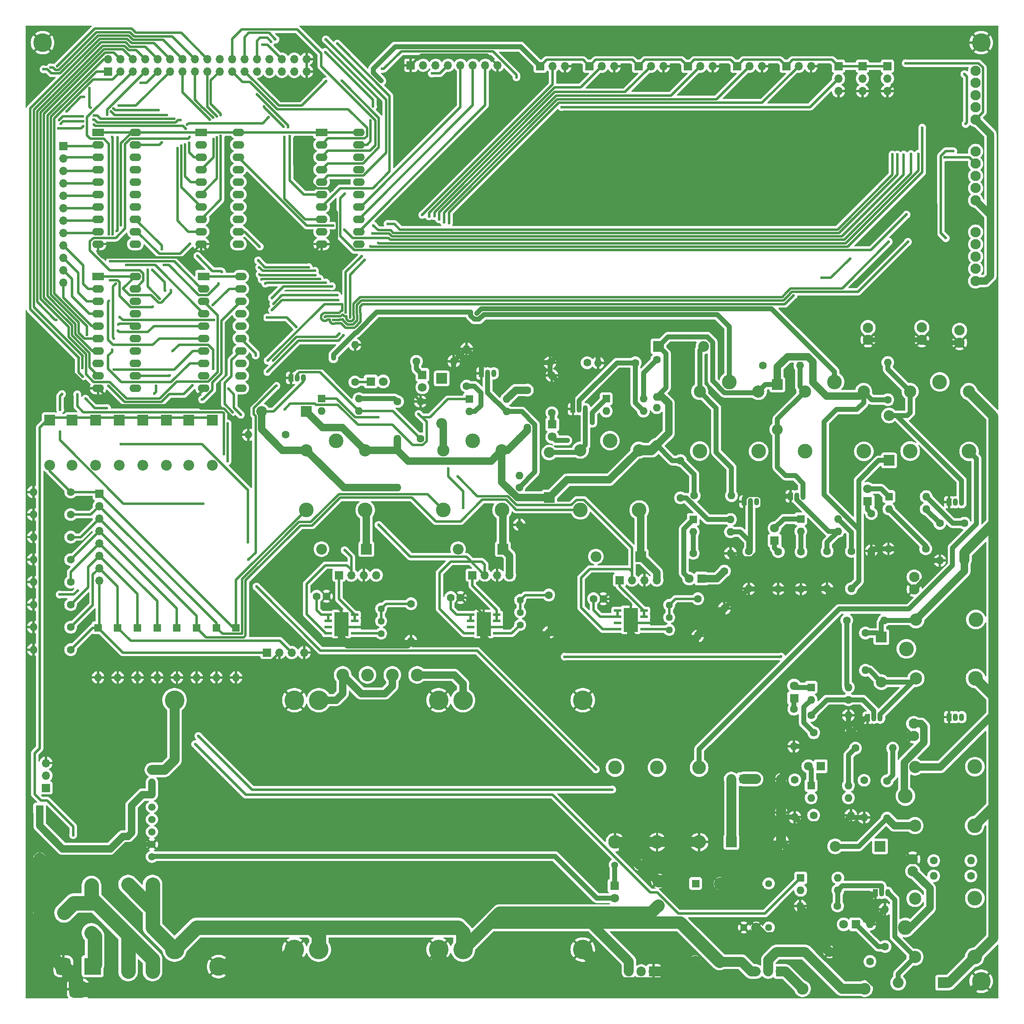
<source format=gtl>
%TF.GenerationSoftware,KiCad,Pcbnew,8.0.6*%
%TF.CreationDate,2024-11-10T21:12:48-06:00*%
%TF.ProjectId,BATER-IA_PCB,42415445-522d-4494-915f-5043422e6b69,01*%
%TF.SameCoordinates,Original*%
%TF.FileFunction,Copper,L1,Top*%
%TF.FilePolarity,Positive*%
%FSLAX46Y46*%
G04 Gerber Fmt 4.6, Leading zero omitted, Abs format (unit mm)*
G04 Created by KiCad (PCBNEW 8.0.6) date 2024-11-10 21:12:48*
%MOMM*%
%LPD*%
G01*
G04 APERTURE LIST*
G04 Aperture macros list*
%AMRoundRect*
0 Rectangle with rounded corners*
0 $1 Rounding radius*
0 $2 $3 $4 $5 $6 $7 $8 $9 X,Y pos of 4 corners*
0 Add a 4 corners polygon primitive as box body*
4,1,4,$2,$3,$4,$5,$6,$7,$8,$9,$2,$3,0*
0 Add four circle primitives for the rounded corners*
1,1,$1+$1,$2,$3*
1,1,$1+$1,$4,$5*
1,1,$1+$1,$6,$7*
1,1,$1+$1,$8,$9*
0 Add four rect primitives between the rounded corners*
20,1,$1+$1,$2,$3,$4,$5,0*
20,1,$1+$1,$4,$5,$6,$7,0*
20,1,$1+$1,$6,$7,$8,$9,0*
20,1,$1+$1,$8,$9,$2,$3,0*%
G04 Aperture macros list end*
%TA.AperFunction,ComponentPad*%
%ADD10O,2.200000X2.200000*%
%TD*%
%TA.AperFunction,ComponentPad*%
%ADD11R,2.200000X2.200000*%
%TD*%
%TA.AperFunction,ComponentPad*%
%ADD12R,1.700000X1.700000*%
%TD*%
%TA.AperFunction,ComponentPad*%
%ADD13O,1.700000X1.700000*%
%TD*%
%TA.AperFunction,ComponentPad*%
%ADD14R,1.600000X1.600000*%
%TD*%
%TA.AperFunction,ComponentPad*%
%ADD15O,1.600000X1.600000*%
%TD*%
%TA.AperFunction,ComponentPad*%
%ADD16C,3.000000*%
%TD*%
%TA.AperFunction,ComponentPad*%
%ADD17C,2.500000*%
%TD*%
%TA.AperFunction,ComponentPad*%
%ADD18C,1.600000*%
%TD*%
%TA.AperFunction,ComponentPad*%
%ADD19C,2.000000*%
%TD*%
%TA.AperFunction,ComponentPad*%
%ADD20R,2.400000X1.600000*%
%TD*%
%TA.AperFunction,ComponentPad*%
%ADD21O,2.400000X1.600000*%
%TD*%
%TA.AperFunction,ComponentPad*%
%ADD22R,1.905000X2.000000*%
%TD*%
%TA.AperFunction,ComponentPad*%
%ADD23O,1.905000X2.000000*%
%TD*%
%TA.AperFunction,ComponentPad*%
%ADD24C,1.400000*%
%TD*%
%TA.AperFunction,ComponentPad*%
%ADD25O,1.400000X1.400000*%
%TD*%
%TA.AperFunction,SMDPad,CuDef*%
%ADD26R,1.550000X0.600000*%
%TD*%
%TA.AperFunction,ComponentPad*%
%ADD27C,0.600000*%
%TD*%
%TA.AperFunction,SMDPad,CuDef*%
%ADD28R,2.950000X4.900000*%
%TD*%
%TA.AperFunction,ComponentPad*%
%ADD29R,1.050000X1.500000*%
%TD*%
%TA.AperFunction,ComponentPad*%
%ADD30O,1.050000X1.500000*%
%TD*%
%TA.AperFunction,ComponentPad*%
%ADD31C,2.600000*%
%TD*%
%TA.AperFunction,ConnectorPad*%
%ADD32C,3.800000*%
%TD*%
%TA.AperFunction,ComponentPad*%
%ADD33C,2.100000*%
%TD*%
%TA.AperFunction,ComponentPad*%
%ADD34C,4.000000*%
%TD*%
%TA.AperFunction,ComponentPad*%
%ADD35R,1.800000X1.800000*%
%TD*%
%TA.AperFunction,ComponentPad*%
%ADD36C,1.800000*%
%TD*%
%TA.AperFunction,ComponentPad*%
%ADD37RoundRect,0.550000X0.550000X-0.550000X0.550000X0.550000X-0.550000X0.550000X-0.550000X-0.550000X0*%
%TD*%
%TA.AperFunction,ComponentPad*%
%ADD38C,2.200000*%
%TD*%
%TA.AperFunction,ComponentPad*%
%ADD39C,1.440000*%
%TD*%
%TA.AperFunction,ComponentPad*%
%ADD40C,2.800000*%
%TD*%
%TA.AperFunction,ComponentPad*%
%ADD41O,2.800000X2.800000*%
%TD*%
%TA.AperFunction,ComponentPad*%
%ADD42C,1.500000*%
%TD*%
%TA.AperFunction,ComponentPad*%
%ADD43R,3.500000X3.500000*%
%TD*%
%TA.AperFunction,ComponentPad*%
%ADD44RoundRect,0.750000X-0.750000X-1.000000X0.750000X-1.000000X0.750000X1.000000X-0.750000X1.000000X0*%
%TD*%
%TA.AperFunction,ComponentPad*%
%ADD45RoundRect,0.875000X-0.875000X-0.875000X0.875000X-0.875000X0.875000X0.875000X-0.875000X0.875000X0*%
%TD*%
%TA.AperFunction,ComponentPad*%
%ADD46C,2.400000*%
%TD*%
%TA.AperFunction,ComponentPad*%
%ADD47O,2.400000X2.400000*%
%TD*%
%TA.AperFunction,ViaPad*%
%ADD48C,0.600000*%
%TD*%
%TA.AperFunction,Conductor*%
%ADD49C,3.000000*%
%TD*%
%TA.AperFunction,Conductor*%
%ADD50C,1.000000*%
%TD*%
%TA.AperFunction,Conductor*%
%ADD51C,0.500000*%
%TD*%
%TA.AperFunction,Conductor*%
%ADD52C,1.500000*%
%TD*%
%TA.AperFunction,Conductor*%
%ADD53C,2.000000*%
%TD*%
%TA.AperFunction,Conductor*%
%ADD54C,2.500000*%
%TD*%
G04 APERTURE END LIST*
D10*
%TO.P,D13,A*%
%TO.N,ADC_CH6*%
X103886000Y-120416000D03*
D11*
%TO.P,D13,K*%
%TO.N,+3.3V*%
X103886000Y-111216000D03*
%TD*%
D10*
%TO.P,D7,A*%
%TO.N,ADC_CH3*%
X89662000Y-120416000D03*
D11*
%TO.P,D7,K*%
%TO.N,+3.3V*%
X89662000Y-111216000D03*
%TD*%
D10*
%TO.P,D5,A*%
%TO.N,ADC_CH2*%
X84836000Y-120416000D03*
D11*
%TO.P,D5,K*%
%TO.N,+3.3V*%
X84836000Y-111216000D03*
%TD*%
D10*
%TO.P,D9,A*%
%TO.N,ADC_CH4*%
X94488000Y-120416000D03*
D11*
%TO.P,D9,K*%
%TO.N,+3.3V*%
X94488000Y-111216000D03*
%TD*%
D10*
%TO.P,D15,A*%
%TO.N,ADC_CH7*%
X108712000Y-120416000D03*
D11*
%TO.P,D15,K*%
%TO.N,+3.3V*%
X108712000Y-111216000D03*
%TD*%
D10*
%TO.P,D1,A*%
%TO.N,ADC_CH0*%
X75438000Y-120416000D03*
D11*
%TO.P,D1,K*%
%TO.N,+3.3V*%
X75438000Y-111216000D03*
%TD*%
D10*
%TO.P,D3,A*%
%TO.N,ADC_CH1*%
X80010000Y-120416000D03*
D11*
%TO.P,D3,K*%
%TO.N,+3.3V*%
X80010000Y-111216000D03*
%TD*%
D10*
%TO.P,D11,A*%
%TO.N,ADC_CH5*%
X99314000Y-120416000D03*
D11*
%TO.P,D11,K*%
%TO.N,+3.3V*%
X99314000Y-111216000D03*
%TD*%
D10*
%TO.P,D17,A*%
%TO.N,Net-(D17-PadA)*%
X84000000Y-216100000D03*
D11*
%TO.P,D17,K*%
%TO.N,Net-(C1-Pad1)*%
X84000000Y-206900000D03*
%TD*%
D10*
%TO.P,D40,A*%
%TO.N,Net-(C6-Pad1)*%
X131044000Y-137586000D03*
D11*
%TO.P,D40,K*%
%TO.N,BMS_OUT_CELL1*%
X140244000Y-137586000D03*
%TD*%
D10*
%TO.P,D21,A*%
%TO.N,Net-(Q1-C)*%
X118780000Y-109400000D03*
D11*
%TO.P,D21,K*%
%TO.N,+12V*%
X127980000Y-109400000D03*
%TD*%
D10*
%TO.P,D33,A*%
%TO.N,Net-(Q7-C)*%
X245580000Y-164810000D03*
D11*
%TO.P,D33,K*%
%TO.N,+12V*%
X245580000Y-155610000D03*
%TD*%
D10*
%TO.P,D22,A*%
%TO.N,Net-(Q2-C)*%
X155660000Y-111890000D03*
D11*
%TO.P,D22,K*%
%TO.N,+12V*%
X155660000Y-102690000D03*
%TD*%
D10*
%TO.P,D23,A*%
%TO.N,Net-(Q3-C)*%
X177650000Y-117850000D03*
D11*
%TO.P,D23,K*%
%TO.N,+12V*%
X177650000Y-127050000D03*
%TD*%
D10*
%TO.P,D34,A*%
%TO.N,Net-(Q8-C)*%
X236120000Y-198390000D03*
D11*
%TO.P,D34,K*%
%TO.N,+12V*%
X245320000Y-198390000D03*
%TD*%
D10*
%TO.P,D42,A*%
%TO.N,Net-(C7-Pad1)*%
X158984000Y-137586000D03*
D11*
%TO.P,D42,K*%
%TO.N,BMS_OUT_CELL2*%
X168184000Y-137586000D03*
%TD*%
D10*
%TO.P,D28,A*%
%TO.N,Net-(Q5-C)*%
X224310000Y-113120000D03*
D11*
%TO.P,D28,K*%
%TO.N,+12V*%
X224310000Y-103920000D03*
%TD*%
D10*
%TO.P,D35,A*%
%TO.N,Net-(Q9-C)*%
X249010000Y-226300000D03*
D11*
%TO.P,D35,K*%
%TO.N,+12V*%
X258210000Y-226300000D03*
%TD*%
D10*
%TO.P,D43,A*%
%TO.N,Net-(C8-Pad1)*%
X187178000Y-139110000D03*
D11*
%TO.P,D43,K*%
%TO.N,BMS_OUT_CELL3*%
X196378000Y-139110000D03*
%TD*%
D10*
%TO.P,D27,A*%
%TO.N,Net-(Q4-C)*%
X209210000Y-96110000D03*
D11*
%TO.P,D27,K*%
%TO.N,+12V*%
X200010000Y-96110000D03*
%TD*%
D10*
%TO.P,D29,A*%
%TO.N,Net-(Q6-C)*%
X247150000Y-110250000D03*
D11*
%TO.P,D29,K*%
%TO.N,+12V*%
X247150000Y-119450000D03*
%TD*%
D12*
%TO.P,J27,1,Pin_1*%
%TO.N,Net-(DC-DC3-Vou+)*%
X192024000Y-143936000D03*
D13*
%TO.P,J27,2,Pin_2*%
%TO.N,/BUFFER LEVEL SHIFTER/PWM4_5V*%
X194564000Y-143936000D03*
%TO.P,J27,3,Pin_3*%
%TO.N,GND*%
X197104000Y-143936000D03*
%TO.P,J27,4,Pin_4*%
%TO.N,BMS_OUT_CELL3*%
X199644000Y-143936000D03*
%TD*%
D14*
%TO.P,O5,1*%
%TO.N,D26_5V*%
X229100000Y-131425000D03*
D15*
%TO.P,O5,2*%
%TO.N,Net-(O5-Pad2)*%
X229100000Y-133965000D03*
%TO.P,O5,3*%
%TO.N,Net-(Q5-B)*%
X236720000Y-133965000D03*
%TO.P,O5,4*%
%TO.N,Net-(O5-Pad4)*%
X236720000Y-131425000D03*
%TD*%
D12*
%TO.P,J5,1,Pin_1*%
%TO.N,GND*%
X149320000Y-38613000D03*
D13*
%TO.P,J5,2,Pin_2*%
%TO.N,/BUFFER LEVEL SHIFTER/GPIO_D43_5V*%
X151860000Y-38613000D03*
%TO.P,J5,3,Pin_3*%
%TO.N,/BUFFER LEVEL SHIFTER/GPIO_D45_5V*%
X154400000Y-38613000D03*
%TO.P,J5,4,Pin_4*%
%TO.N,/BUFFER LEVEL SHIFTER/GPIO_D44_5V*%
X156940000Y-38613000D03*
%TO.P,J5,5,Pin_5*%
%TO.N,/BUFFER LEVEL SHIFTER/GPIO_D46_5V*%
X159480000Y-38613000D03*
%TO.P,J5,6,Pin_6*%
%TO.N,/BUFFER LEVEL SHIFTER/GPIO_D47_5V*%
X162020000Y-38613000D03*
%TO.P,J5,7,Pin_7*%
%TO.N,/BUFFER LEVEL SHIFTER/GPIO_D48_5V*%
X164560000Y-38613000D03*
%TO.P,J5,8,Pin_8*%
%TO.N,GND*%
X167100000Y-38613000D03*
%TD*%
D16*
%TO.P,K8,1*%
%TO.N,LINEAR_ACT_2*%
X250500000Y-188100000D03*
D17*
%TO.P,K8,2*%
%TO.N,Net-(Q8-C)*%
X252450000Y-194150000D03*
D16*
%TO.P,K8,3*%
%TO.N,+12V*%
X264650000Y-194150000D03*
%TO.P,K8,4*%
%TO.N,/RELAY MODULE 1/K8_N_C*%
X264700000Y-182100000D03*
D17*
%TO.P,K8,5*%
%TO.N,+12V*%
X252450000Y-182150000D03*
%TD*%
D18*
%TO.P,R41,1*%
%TO.N,Net-(Q8-B)*%
X242050000Y-184870000D03*
D15*
%TO.P,R41,2*%
%TO.N,GND*%
X242050000Y-192490000D03*
%TD*%
D18*
%TO.P,R70,1*%
%TO.N,ADC_CH3*%
X79756000Y-139736285D03*
D15*
%TO.P,R70,2*%
%TO.N,GND*%
X72136000Y-139736285D03*
%TD*%
D12*
%TO.P,J10,1,Pin_1*%
%TO.N,+5V*%
X205990500Y-38800000D03*
D13*
%TO.P,J10,2,Pin_2*%
%TO.N,PWM_SERVO_4*%
X208530500Y-38800000D03*
%TO.P,J10,3,Pin_3*%
%TO.N,GND*%
X211070500Y-38800000D03*
%TD*%
D14*
%TO.P,D14,1,K*%
%TO.N,ADC_CH6*%
X89379116Y-153670000D03*
D15*
%TO.P,D14,2,A*%
%TO.N,GND*%
X89379116Y-163830000D03*
%TD*%
D18*
%TO.P,R52,1*%
%TO.N,Net-(R52-Pad1)*%
X149352000Y-148762000D03*
D15*
%TO.P,R52,2*%
%TO.N,GND*%
X149352000Y-156382000D03*
%TD*%
D12*
%TO.P,J15,1,Pin_1*%
%TO.N,+5V*%
X236800000Y-38800000D03*
D13*
%TO.P,J15,2,Pin_2*%
%TO.N,PWM_5V_GP_3*%
X236800000Y-41340000D03*
%TO.P,J15,3,Pin_3*%
%TO.N,GND*%
X236800000Y-43880000D03*
%TD*%
D14*
%TO.P,D12,1,K*%
%TO.N,ADC_CH5*%
X93414232Y-153670000D03*
D15*
%TO.P,D12,2,A*%
%TO.N,GND*%
X93414232Y-163830000D03*
%TD*%
D19*
%TO.P,C3,1*%
%TO.N,+12V*%
X200000000Y-210500000D03*
%TO.P,C3,2*%
%TO.N,GND*%
X200000000Y-205500000D03*
%TD*%
D18*
%TO.P,R73,1*%
%TO.N,ADC_CH6*%
X79756000Y-153561140D03*
D15*
%TO.P,R73,2*%
%TO.N,GND*%
X72136000Y-153561140D03*
%TD*%
D20*
%TO.P,U1,1,A->B*%
%TO.N,+5V*%
X85344000Y-52324000D03*
D21*
%TO.P,U1,2,A0*%
%TO.N,PWM_13*%
X85344000Y-54864000D03*
%TO.P,U1,3,A1*%
%TO.N,PWM_12*%
X85344000Y-57404000D03*
%TO.P,U1,4,A2*%
%TO.N,PWM_11*%
X85344000Y-59944000D03*
%TO.P,U1,5,A3*%
%TO.N,PWM_10*%
X85344000Y-62484000D03*
%TO.P,U1,6,A4*%
%TO.N,PWM_09*%
X85344000Y-65024000D03*
%TO.P,U1,7,A5*%
%TO.N,PWM_08*%
X85344000Y-67564000D03*
%TO.P,U1,8,A6*%
%TO.N,PWM_07*%
X85344000Y-70104000D03*
%TO.P,U1,9,A7*%
%TO.N,PWM_06*%
X85344000Y-72644000D03*
%TO.P,U1,10,GND*%
%TO.N,GND*%
X85344000Y-75184000D03*
%TO.P,U1,11,B7*%
%TO.N,PWM_SERVO_2*%
X92964000Y-75184000D03*
%TO.P,U1,12,B6*%
%TO.N,PWM_SERVO_3*%
X92964000Y-72644000D03*
%TO.P,U1,13,B5*%
%TO.N,PWM_SERVO_4*%
X92964000Y-70104000D03*
%TO.P,U1,14,B4*%
%TO.N,PWM_SERVO_5*%
X92964000Y-67564000D03*
%TO.P,U1,15,B3*%
%TO.N,PWM_SERVO_6*%
X92964000Y-65024000D03*
%TO.P,U1,16,B2*%
%TO.N,PWM_5V_GP_1*%
X92964000Y-62484000D03*
%TO.P,U1,17,B1*%
%TO.N,PWM_5V_GP_2*%
X92964000Y-59944000D03*
%TO.P,U1,18,B0*%
%TO.N,PWM_5V_GP_3*%
X92964000Y-57404000D03*
%TO.P,U1,19,CE*%
%TO.N,D49*%
X92964000Y-54864000D03*
%TO.P,U1,20,VCC*%
%TO.N,+5V*%
X92964000Y-52324000D03*
%TD*%
D18*
%TO.P,R43,1*%
%TO.N,Net-(O7-Pad4)*%
X238510000Y-152150000D03*
D15*
%TO.P,R43,2*%
%TO.N,+12V*%
X246130000Y-152150000D03*
%TD*%
D22*
%TO.P,U7,1,ADJ*%
%TO.N,Net-(U7-ADJ)*%
X225000000Y-224000000D03*
D23*
%TO.P,U7,2,OUT*%
%TO.N,+5V*%
X222460000Y-224000000D03*
%TO.P,U7,3,VIN*%
%TO.N,+12V*%
X219920000Y-224000000D03*
%TD*%
D18*
%TO.P,R67,1*%
%TO.N,ADC_CH0*%
X79756000Y-125911430D03*
D15*
%TO.P,R67,2*%
%TO.N,GND*%
X72136000Y-125911430D03*
%TD*%
D24*
%TO.P,R50,1*%
%TO.N,Net-(D36-K)*%
X191008000Y-202184000D03*
D25*
%TO.P,R50,2*%
%TO.N,GND*%
X196088000Y-202184000D03*
%TD*%
D18*
%TO.P,C5,1*%
%TO.N,+5V*%
X230000000Y-220000000D03*
%TO.P,C5,2*%
%TO.N,GND*%
X235000000Y-220000000D03*
%TD*%
D26*
%TO.P,CN2,1,ISET*%
%TO.N,Net-(CN2-ISET)*%
X166926000Y-154813000D03*
%TO.P,CN2,2,GND*%
%TO.N,GND*%
X166926000Y-153543000D03*
%TO.P,CN2,3,VCC*%
%TO.N,Net-(DC-DC2-Vou+)*%
X166926000Y-152273000D03*
%TO.P,CN2,4,VCC*%
X166926000Y-151003000D03*
%TO.P,CN2,5,OUT*%
%TO.N,Net-(C7-Pad1)*%
X161526000Y-151003000D03*
%TO.P,CN2,6,OUT*%
X161526000Y-152273000D03*
%TO.P,CN2,7,NC*%
%TO.N,unconnected-(CN2-NC-Pad7)*%
X161526000Y-153543000D03*
%TO.P,CN2,8,CE*%
%TO.N,/BUFFER LEVEL SHIFTER/PWM3_5V*%
X161526000Y-154813000D03*
D27*
%TO.P,CN2,9,TERMAL_PAD*%
%TO.N,GND*%
X164876000Y-154858000D03*
X164876000Y-153558000D03*
X164876000Y-152258000D03*
X164876000Y-150958000D03*
D28*
X164226000Y-152908000D03*
D27*
X163576000Y-154858000D03*
X163576000Y-153558000D03*
X163576000Y-152258000D03*
X163576000Y-150958000D03*
%TD*%
D29*
%TO.P,Q5,1,E*%
%TO.N,GND*%
X227030000Y-126790000D03*
D30*
%TO.P,Q5,2,B*%
%TO.N,Net-(Q5-B)*%
X228300000Y-126790000D03*
%TO.P,Q5,3,C*%
%TO.N,Net-(Q5-C)*%
X229570000Y-126790000D03*
%TD*%
D18*
%TO.P,R21,1*%
%TO.N,Net-(D26-K)*%
X243540000Y-130310000D03*
D15*
%TO.P,R21,2*%
%TO.N,GND*%
X243540000Y-137930000D03*
%TD*%
D20*
%TO.P,U2,1,A->B*%
%TO.N,+5V*%
X85344000Y-81788000D03*
D21*
%TO.P,U2,2,A0*%
%TO.N,PWM_05*%
X85344000Y-84328000D03*
%TO.P,U2,3,A1*%
%TO.N,PWM_04*%
X85344000Y-86868000D03*
%TO.P,U2,4,A2*%
%TO.N,PWM_03*%
X85344000Y-89408000D03*
%TO.P,U2,5,A3*%
%TO.N,PWM_02*%
X85344000Y-91948000D03*
%TO.P,U2,6,A4*%
%TO.N,D22*%
X85344000Y-94488000D03*
%TO.P,U2,7,A5*%
%TO.N,D23*%
X85344000Y-97028000D03*
%TO.P,U2,8,A6*%
%TO.N,D24*%
X85344000Y-99568000D03*
%TO.P,U2,9,A7*%
%TO.N,D25*%
X85344000Y-102108000D03*
%TO.P,U2,10,GND*%
%TO.N,GND*%
X85344000Y-104648000D03*
%TO.P,U2,11,B7*%
%TO.N,D25_5V*%
X92964000Y-104648000D03*
%TO.P,U2,12,B6*%
%TO.N,D24_5V*%
X92964000Y-102108000D03*
%TO.P,U2,13,B5*%
%TO.N,D23_5V*%
X92964000Y-99568000D03*
%TO.P,U2,14,B4*%
%TO.N,D22_5V*%
X92964000Y-97028000D03*
%TO.P,U2,15,B3*%
%TO.N,/BUFFER LEVEL SHIFTER/PWM2_5V*%
X92964000Y-94488000D03*
%TO.P,U2,16,B2*%
%TO.N,/BUFFER LEVEL SHIFTER/PWM3_5V*%
X92964000Y-91948000D03*
%TO.P,U2,17,B1*%
%TO.N,/BUFFER LEVEL SHIFTER/PWM4_5V*%
X92964000Y-89408000D03*
%TO.P,U2,18,B0*%
%TO.N,PWM_SERVO_1*%
X92964000Y-86868000D03*
%TO.P,U2,19,CE*%
%TO.N,D50*%
X92964000Y-84328000D03*
%TO.P,U2,20,VCC*%
%TO.N,+5V*%
X92964000Y-81788000D03*
%TD*%
D31*
%TO.P,H4,1,1*%
%TO.N,GND*%
X110000000Y-223000000D03*
D32*
X110000000Y-223000000D03*
%TD*%
D14*
%TO.P,D10,1,K*%
%TO.N,ADC_CH4*%
X97449348Y-153670000D03*
D15*
%TO.P,D10,2,A*%
%TO.N,GND*%
X97449348Y-163830000D03*
%TD*%
D12*
%TO.P,J14,1,Pin_1*%
%TO.N,+5V*%
X241700000Y-38800000D03*
D13*
%TO.P,J14,2,Pin_2*%
%TO.N,PWM_5V_GP_2*%
X241700000Y-41340000D03*
%TO.P,J14,3,Pin_3*%
%TO.N,GND*%
X241700000Y-43880000D03*
%TD*%
D14*
%TO.P,D4,1,K*%
%TO.N,ADC_CH1*%
X109554696Y-153670000D03*
D15*
%TO.P,D4,2,A*%
%TO.N,GND*%
X109554696Y-163830000D03*
%TD*%
D18*
%TO.P,R31,1*%
%TO.N,+12V*%
X207300000Y-126660000D03*
D15*
%TO.P,R31,2*%
%TO.N,Net-(Q4-C)*%
X214920000Y-126660000D03*
%TD*%
D18*
%TO.P,R9,1*%
%TO.N,Net-(O3-Pad2)*%
X185400000Y-99470000D03*
D15*
%TO.P,R9,2*%
%TO.N,GND*%
X177780000Y-99470000D03*
%TD*%
D20*
%TO.P,U3,1,A->B*%
%TO.N,+5V*%
X106926500Y-81788000D03*
D21*
%TO.P,U3,2,A0*%
%TO.N,D26*%
X106926500Y-84328000D03*
%TO.P,U3,3,A1*%
%TO.N,D27*%
X106926500Y-86868000D03*
%TO.P,U3,4,A2*%
%TO.N,D28*%
X106926500Y-89408000D03*
%TO.P,U3,5,A3*%
%TO.N,D29*%
X106926500Y-91948000D03*
%TO.P,U3,6,A4*%
%TO.N,D30*%
X106926500Y-94488000D03*
%TO.P,U3,7,A5*%
%TO.N,D31*%
X106926500Y-97028000D03*
%TO.P,U3,8,A6*%
%TO.N,D32*%
X106926500Y-99568000D03*
%TO.P,U3,9,A7*%
%TO.N,D33*%
X106926500Y-102108000D03*
%TO.P,U3,10,GND*%
%TO.N,GND*%
X106926500Y-104648000D03*
%TO.P,U3,11,B7*%
%TO.N,D33_5V*%
X114546500Y-104648000D03*
%TO.P,U3,12,B6*%
%TO.N,D32_5V*%
X114546500Y-102108000D03*
%TO.P,U3,13,B5*%
%TO.N,D31_5V*%
X114546500Y-99568000D03*
%TO.P,U3,14,B4*%
%TO.N,D30_5V*%
X114546500Y-97028000D03*
%TO.P,U3,15,B3*%
%TO.N,D29_5V*%
X114546500Y-94488000D03*
%TO.P,U3,16,B2*%
%TO.N,D28_5V*%
X114546500Y-91948000D03*
%TO.P,U3,17,B1*%
%TO.N,D27_5V*%
X114546500Y-89408000D03*
%TO.P,U3,18,B0*%
%TO.N,D26_5V*%
X114546500Y-86868000D03*
%TO.P,U3,19,CE*%
%TO.N,D51*%
X114546500Y-84328000D03*
%TO.P,U3,20,VCC*%
%TO.N,+5V*%
X114546500Y-81788000D03*
%TD*%
D18*
%TO.P,R11,1*%
%TO.N,Net-(Q2-B)*%
X171530000Y-124980000D03*
D15*
%TO.P,R11,2*%
%TO.N,GND*%
X171530000Y-132600000D03*
%TD*%
D12*
%TO.P,J28,1,Pin_1*%
%TO.N,ADC_CH7*%
X119888000Y-158750000D03*
D13*
%TO.P,J28,2,Pin_2*%
%TO.N,GND*%
X122428000Y-158750000D03*
%TO.P,J28,3,Pin_3*%
%TO.N,ADC_CH6*%
X124968000Y-158750000D03*
%TO.P,J28,4,Pin_4*%
%TO.N,GND*%
X127508000Y-158750000D03*
%TD*%
D33*
%TO.P,J20,1*%
%TO.N,CELL_2*%
X253850000Y-92280000D03*
%TO.P,J20,2*%
%TO.N,GND*%
X253850000Y-94780000D03*
%TD*%
D14*
%TO.P,D6,1,K*%
%TO.N,ADC_CH2*%
X105519580Y-153670000D03*
D15*
%TO.P,D6,2,A*%
%TO.N,GND*%
X105519580Y-163830000D03*
%TD*%
D18*
%TO.P,R25,1*%
%TO.N,Net-(Q4-B)*%
X218490000Y-138070000D03*
D15*
%TO.P,R25,2*%
%TO.N,GND*%
X218490000Y-145690000D03*
%TD*%
D16*
%TO.P,K4,1*%
%TO.N,CELL_1*%
X214475000Y-103400000D03*
D17*
%TO.P,K4,2*%
%TO.N,Net-(Q4-C)*%
X208425000Y-105350000D03*
D16*
%TO.P,K4,3*%
%TO.N,/RELAY MODULE 1/K4_N_O*%
X208425000Y-117550000D03*
%TO.P,K4,4*%
%TO.N,ADC_CH3*%
X220475000Y-117600000D03*
D17*
%TO.P,K4,5*%
%TO.N,+12V*%
X220425000Y-105350000D03*
%TD*%
D34*
%TO.P,DC-DC2,1,Vin+*%
%TO.N,+12V*%
X130500000Y-219500000D03*
%TO.P,DC-DC2,2,Vin-*%
%TO.N,GND*%
X155000000Y-219500000D03*
%TO.P,DC-DC2,3,Vou+*%
%TO.N,Net-(DC-DC2-Vou+)*%
X130500000Y-168500000D03*
%TO.P,DC-DC2,4,Vou-*%
%TO.N,GND*%
X155000000Y-168500000D03*
%TD*%
D18*
%TO.P,R68,1*%
%TO.N,ADC_CH1*%
X79756000Y-130519715D03*
D15*
%TO.P,R68,2*%
%TO.N,GND*%
X72136000Y-130519715D03*
%TD*%
D35*
%TO.P,D18,1,K*%
%TO.N,Net-(D18-K)*%
X141125000Y-103300000D03*
D36*
%TO.P,D18,2,A*%
%TO.N,D22_5V*%
X143665000Y-103300000D03*
%TD*%
D12*
%TO.P,J2,1,Pin_1*%
%TO.N,SCL1*%
X74676000Y-186436000D03*
D13*
%TO.P,J2,2,Pin_2*%
%TO.N,SDA1*%
X74676000Y-183896000D03*
%TO.P,J2,3,Pin_3*%
%TO.N,GND*%
X74676000Y-181356000D03*
%TD*%
D18*
%TO.P,R26,1*%
%TO.N,Net-(Q5-B)*%
X234480000Y-138040000D03*
D15*
%TO.P,R26,2*%
%TO.N,GND*%
X234480000Y-145660000D03*
%TD*%
D29*
%TO.P,Q9,1,E*%
%TO.N,GND*%
X244360000Y-207910000D03*
D30*
%TO.P,Q9,2,B*%
%TO.N,Net-(Q9-B)*%
X245630000Y-207910000D03*
%TO.P,Q9,3,C*%
%TO.N,Net-(Q9-C)*%
X246900000Y-207910000D03*
%TD*%
D37*
%TO.P,F1,1*%
%TO.N,Net-(C1-Pad1)*%
X91500000Y-224000000D03*
X96500000Y-224000000D03*
D38*
%TO.P,F1,2*%
%TO.N,+12V*%
X91500000Y-206200000D03*
X96500000Y-206200000D03*
%TD*%
D14*
%TO.P,D38,1,K*%
%TO.N,+5V*%
X214920000Y-191500000D03*
D15*
%TO.P,D38,2,A*%
%TO.N,GND*%
X225080000Y-191500000D03*
%TD*%
D18*
%TO.P,R17,1*%
%TO.N,+12V*%
X171550000Y-114920000D03*
D15*
%TO.P,R17,2*%
%TO.N,Net-(Q2-C)*%
X171550000Y-122540000D03*
%TD*%
D14*
%TO.P,O2,1*%
%TO.N,D23_5V*%
X161300000Y-106925000D03*
D15*
%TO.P,O2,2*%
%TO.N,Net-(O2-Pad2)*%
X161300000Y-109465000D03*
%TO.P,O2,3*%
%TO.N,Net-(Q2-B)*%
X168920000Y-109465000D03*
%TO.P,O2,4*%
%TO.N,Net-(O2-Pad4)*%
X168920000Y-106925000D03*
%TD*%
D33*
%TO.P,J16,1*%
%TO.N,+5V*%
X264855000Y-49729000D03*
%TO.P,J16,2*%
%TO.N,/STEPPER MOTOR DRIVER/STP_M1_OUT_1*%
X264855000Y-47229000D03*
%TO.P,J16,3*%
%TO.N,/STEPPER MOTOR DRIVER/STP_M1_OUT_2*%
X264855000Y-44729000D03*
%TO.P,J16,4*%
%TO.N,/STEPPER MOTOR DRIVER/STP_M1_OUT_3*%
X264855000Y-42229000D03*
%TO.P,J16,5*%
%TO.N,/STEPPER MOTOR DRIVER/STP_M1_OUT_4*%
X264855000Y-39729000D03*
%TD*%
%TO.P,J23,1*%
%TO.N,LINEAR_ACT_2*%
X252200000Y-173300000D03*
%TO.P,J23,2*%
%TO.N,GND*%
X252200000Y-175800000D03*
%TD*%
D18*
%TO.P,R38,1*%
%TO.N,Net-(O8-Pad2)*%
X231730000Y-192030000D03*
D15*
%TO.P,R38,2*%
%TO.N,GND*%
X239350000Y-192030000D03*
%TD*%
D31*
%TO.P,H2,1,1*%
%TO.N,GND*%
X266000000Y-34000000D03*
D32*
X266000000Y-34000000D03*
%TD*%
D18*
%TO.P,R54,1*%
%TO.N,Net-(R54-Pad1)*%
X208026000Y-147746000D03*
D15*
%TO.P,R54,2*%
%TO.N,GND*%
X208026000Y-155366000D03*
%TD*%
D33*
%TO.P,J22,1*%
%TO.N,LINEAR_ACT_1*%
X252295000Y-143300000D03*
%TO.P,J22,2*%
%TO.N,GND*%
X252295000Y-145800000D03*
%TD*%
D18*
%TO.P,R28,1*%
%TO.N,Net-(O4-Pad4)*%
X204500000Y-127110000D03*
D15*
%TO.P,R28,2*%
%TO.N,+12V*%
X204500000Y-119490000D03*
%TD*%
D18*
%TO.P,C6,1*%
%TO.N,Net-(C6-Pad1)*%
X130080000Y-147238000D03*
%TO.P,C6,2*%
%TO.N,GND*%
X132080000Y-147238000D03*
%TD*%
D14*
%TO.P,D41,1,K*%
%TO.N,Net-(D41-K)*%
X73406000Y-190754000D03*
D15*
%TO.P,D41,2,A*%
%TO.N,GND*%
X73406000Y-200914000D03*
%TD*%
D14*
%TO.P,C1,1*%
%TO.N,Net-(C1-Pad1)*%
X78402651Y-212000000D03*
D18*
%TO.P,C1,2*%
%TO.N,GND*%
X73402651Y-212000000D03*
%TD*%
D39*
%TO.P,R_POT1,1,1*%
%TO.N,Net-(U7-ADJ)*%
X222540000Y-215000000D03*
%TO.P,R_POT1,2,2*%
%TO.N,GND*%
X220000000Y-215000000D03*
%TO.P,R_POT1,3,3*%
X217460000Y-215000000D03*
%TD*%
D16*
%TO.P,K2,1*%
%TO.N,CELL_2*%
X162000000Y-115400000D03*
D17*
%TO.P,K2,2*%
%TO.N,Net-(Q2-C)*%
X155950000Y-117350000D03*
D16*
%TO.P,K2,3*%
%TO.N,ADC_CH1*%
X155950000Y-129550000D03*
%TO.P,K2,4*%
%TO.N,BMS_OUT_CELL2*%
X168000000Y-129600000D03*
D17*
%TO.P,K2,5*%
%TO.N,+12V*%
X167950000Y-117350000D03*
%TD*%
D35*
%TO.P,D26,1,K*%
%TO.N,Net-(D26-K)*%
X242760000Y-127795000D03*
D36*
%TO.P,D26,2,A*%
%TO.N,D27_5V*%
X242760000Y-125255000D03*
%TD*%
D14*
%TO.P,D2,1,K*%
%TO.N,ADC_CH0*%
X113589812Y-153670000D03*
D15*
%TO.P,D2,2,A*%
%TO.N,GND*%
X113589812Y-163830000D03*
%TD*%
D39*
%TO.P,R_POT4,1,1*%
%TO.N,Net-(CN2-ISET)*%
X171704000Y-153090000D03*
%TO.P,R_POT4,2,2*%
%TO.N,Net-(R53-Pad1)*%
X171704000Y-150550000D03*
%TO.P,R_POT4,3,3*%
X171704000Y-148010000D03*
%TD*%
D12*
%TO.P,J11,1,Pin_1*%
%TO.N,+5V*%
X216055250Y-38800000D03*
D13*
%TO.P,J11,2,Pin_2*%
%TO.N,PWM_SERVO_5*%
X218595250Y-38800000D03*
%TO.P,J11,3,Pin_3*%
%TO.N,GND*%
X221135250Y-38800000D03*
%TD*%
D18*
%TO.P,R6,1*%
%TO.N,Net-(D20-K)*%
X178190000Y-109700000D03*
D15*
%TO.P,R6,2*%
%TO.N,GND*%
X178190000Y-102080000D03*
%TD*%
D14*
%TO.P,O1,1*%
%TO.N,D22_5V*%
X131100000Y-106825000D03*
D15*
%TO.P,O1,2*%
%TO.N,Net-(O1-Pad2)*%
X131100000Y-109365000D03*
%TO.P,O1,3*%
%TO.N,Net-(Q1-B)*%
X138720000Y-109365000D03*
%TO.P,O1,4*%
%TO.N,Net-(O1-Pad4)*%
X138720000Y-106825000D03*
%TD*%
D24*
%TO.P,R51,1*%
%TO.N,Net-(D39-K)*%
X219950000Y-184620000D03*
D25*
%TO.P,R51,2*%
%TO.N,GND*%
X225030000Y-184620000D03*
%TD*%
D18*
%TO.P,R71,1*%
%TO.N,ADC_CH4*%
X79756000Y-144344570D03*
D15*
%TO.P,R71,2*%
%TO.N,GND*%
X72136000Y-144344570D03*
%TD*%
D34*
%TO.P,DC-DC1,1,Vin+*%
%TO.N,+12V*%
X101000000Y-219500000D03*
%TO.P,DC-DC1,2,Vin-*%
%TO.N,GND*%
X125500000Y-219500000D03*
%TO.P,DC-DC1,3,Vou+*%
%TO.N,Net-(DC-DC1-Vou+)*%
X101000000Y-168500000D03*
%TO.P,DC-DC1,4,Vou-*%
%TO.N,GND*%
X125500000Y-168500000D03*
%TD*%
D40*
%TO.P,R2,1*%
%TO.N,/RELAY MODULE 1/K5_N_O*%
X199700000Y-182280000D03*
D41*
%TO.P,R2,2*%
%TO.N,GND*%
X199700000Y-197520000D03*
%TD*%
D14*
%TO.P,O4,1*%
%TO.N,D25_5V*%
X207100000Y-131525000D03*
D15*
%TO.P,O4,2*%
%TO.N,Net-(O4-Pad2)*%
X207100000Y-134065000D03*
%TO.P,O4,3*%
%TO.N,Net-(Q4-B)*%
X214720000Y-134065000D03*
%TO.P,O4,4*%
%TO.N,Net-(O4-Pad4)*%
X214720000Y-131525000D03*
%TD*%
D12*
%TO.P,J1,1,Pin_1*%
%TO.N,ADC_CH0*%
X85598000Y-126238000D03*
D13*
%TO.P,J1,2,Pin_2*%
%TO.N,ADC_CH1*%
X85598000Y-128778000D03*
%TO.P,J1,3,Pin_3*%
%TO.N,ADC_CH2*%
X85598000Y-131318000D03*
%TO.P,J1,4,Pin_4*%
%TO.N,ADC_CH3*%
X85598000Y-133858000D03*
%TO.P,J1,5,Pin_5*%
%TO.N,ADC_CH4*%
X85598000Y-136398000D03*
%TO.P,J1,6,Pin_6*%
%TO.N,ADC_CH5*%
X85598000Y-138938000D03*
%TO.P,J1,7,Pin_7*%
%TO.N,ADC_CH6*%
X85598000Y-141478000D03*
%TO.P,J1,8,Pin_8*%
%TO.N,ADC_CH7*%
X85598000Y-144018000D03*
%TD*%
D18*
%TO.P,R10,1*%
%TO.N,Net-(Q1-B)*%
X151300000Y-115020000D03*
D15*
%TO.P,R10,2*%
%TO.N,GND*%
X151300000Y-107400000D03*
%TD*%
D18*
%TO.P,R5,1*%
%TO.N,Net-(D19-K)*%
X150480000Y-99180000D03*
D15*
%TO.P,R5,2*%
%TO.N,GND*%
X158100000Y-99180000D03*
%TD*%
D33*
%TO.P,J17,1*%
%TO.N,+5V*%
X264855000Y-66239000D03*
%TO.P,J17,2*%
%TO.N,/STEPPER MOTOR DRIVER/STP_M2_OUT_1*%
X264855000Y-63739000D03*
%TO.P,J17,3*%
%TO.N,/STEPPER MOTOR DRIVER/STP_M2_OUT_2*%
X264855000Y-61239000D03*
%TO.P,J17,4*%
%TO.N,/STEPPER MOTOR DRIVER/STP_M2_OUT_3*%
X264855000Y-58739000D03*
%TO.P,J17,5*%
%TO.N,/STEPPER MOTOR DRIVER/STP_M2_OUT_4*%
X264855000Y-56239000D03*
%TD*%
D18*
%TO.P,R74,1*%
%TO.N,ADC_CH7*%
X79756000Y-158169430D03*
D15*
%TO.P,R74,2*%
%TO.N,GND*%
X72136000Y-158169430D03*
%TD*%
D18*
%TO.P,R18,1*%
%TO.N,+12V*%
X199630000Y-116300000D03*
D15*
%TO.P,R18,2*%
%TO.N,Net-(Q3-C)*%
X199630000Y-108680000D03*
%TD*%
D35*
%TO.P,D30,1,K*%
%TO.N,Net-(D30-K)*%
X227730000Y-168065000D03*
D36*
%TO.P,D30,2,A*%
%TO.N,D28_5V*%
X227730000Y-165525000D03*
%TD*%
D29*
%TO.P,Q1,1,E*%
%TO.N,GND*%
X124830000Y-102575000D03*
D30*
%TO.P,Q1,2,B*%
%TO.N,Net-(Q1-B)*%
X126100000Y-102575000D03*
%TO.P,Q1,3,C*%
%TO.N,Net-(Q1-C)*%
X127370000Y-102575000D03*
%TD*%
D29*
%TO.P,Q8,1,E*%
%TO.N,GND*%
X259460000Y-171960000D03*
D30*
%TO.P,Q8,2,B*%
%TO.N,Net-(Q8-B)*%
X260730000Y-171960000D03*
%TO.P,Q8,3,C*%
%TO.N,Net-(Q8-C)*%
X262000000Y-171960000D03*
%TD*%
D33*
%TO.P,J18,1*%
%TO.N,+5V*%
X264855000Y-82749000D03*
%TO.P,J18,2*%
%TO.N,/STEPPER MOTOR DRIVER/STP_M3_OUT_1*%
X264855000Y-80249000D03*
%TO.P,J18,3*%
%TO.N,/STEPPER MOTOR DRIVER/STP_M3_OUT_2*%
X264855000Y-77749000D03*
%TO.P,J18,4*%
%TO.N,/STEPPER MOTOR DRIVER/STP_M3_OUT_3*%
X264855000Y-75249000D03*
%TO.P,J18,5*%
%TO.N,/STEPPER MOTOR DRIVER/STP_M3_OUT_4*%
X264855000Y-72749000D03*
%TD*%
D14*
%TO.P,O9,1*%
%TO.N,D30_5V*%
X229060000Y-204855000D03*
D15*
%TO.P,O9,2*%
%TO.N,Net-(O9-Pad2)*%
X229060000Y-207395000D03*
%TO.P,O9,3*%
%TO.N,Net-(Q9-B)*%
X236680000Y-207395000D03*
%TO.P,O9,4*%
%TO.N,Net-(O9-Pad4)*%
X236680000Y-204855000D03*
%TD*%
D35*
%TO.P,D31,1,K*%
%TO.N,Net-(D31-K)*%
X233180000Y-182000000D03*
D36*
%TO.P,D31,2,A*%
%TO.N,D29_5V*%
X230640000Y-182000000D03*
%TD*%
D35*
%TO.P,D25,1,K*%
%TO.N,Net-(D25-K)*%
X223740000Y-135845000D03*
D36*
%TO.P,D25,2,A*%
%TO.N,D26_5V*%
X223740000Y-133305000D03*
%TD*%
D18*
%TO.P,R22,1*%
%TO.N,Net-(O4-Pad2)*%
X207090000Y-138450000D03*
D15*
%TO.P,R22,2*%
%TO.N,GND*%
X214710000Y-138450000D03*
%TD*%
D18*
%TO.P,R15,1*%
%TO.N,Net-(O3-Pad4)*%
X199640000Y-98840000D03*
D15*
%TO.P,R15,2*%
%TO.N,+12V*%
X199640000Y-106460000D03*
%TD*%
D14*
%TO.P,O3,1*%
%TO.N,D24_5V*%
X189300000Y-106825000D03*
D15*
%TO.P,O3,2*%
%TO.N,Net-(O3-Pad2)*%
X189300000Y-109365000D03*
%TO.P,O3,3*%
%TO.N,Net-(Q3-B)*%
X196920000Y-109365000D03*
%TO.P,O3,4*%
%TO.N,Net-(O3-Pad4)*%
X196920000Y-106825000D03*
%TD*%
D20*
%TO.P,U4,1,A->B*%
%TO.N,+5V*%
X106426000Y-52324000D03*
D21*
%TO.P,U4,2,A0*%
%TO.N,D34*%
X106426000Y-54864000D03*
%TO.P,U4,3,A1*%
%TO.N,D35*%
X106426000Y-57404000D03*
%TO.P,U4,4,A2*%
%TO.N,D36*%
X106426000Y-59944000D03*
%TO.P,U4,5,A3*%
%TO.N,D37*%
X106426000Y-62484000D03*
%TO.P,U4,6,A4*%
%TO.N,D38*%
X106426000Y-65024000D03*
%TO.P,U4,7,A5*%
%TO.N,D39*%
X106426000Y-67564000D03*
%TO.P,U4,8,A6*%
%TO.N,D40*%
X106426000Y-70104000D03*
%TO.P,U4,9,A7*%
%TO.N,D41*%
X106426000Y-72644000D03*
%TO.P,U4,10,GND*%
%TO.N,GND*%
X106426000Y-75184000D03*
%TO.P,U4,11,B7*%
%TO.N,D41_5V*%
X114046000Y-75184000D03*
%TO.P,U4,12,B6*%
%TO.N,D40_5V*%
X114046000Y-72644000D03*
%TO.P,U4,13,B5*%
%TO.N,D39_5V*%
X114046000Y-70104000D03*
%TO.P,U4,14,B4*%
%TO.N,D38_5V*%
X114046000Y-67564000D03*
%TO.P,U4,15,B3*%
%TO.N,D37_5V*%
X114046000Y-65024000D03*
%TO.P,U4,16,B2*%
%TO.N,D36_5V*%
X114046000Y-62484000D03*
%TO.P,U4,17,B1*%
%TO.N,D35_5V*%
X114046000Y-59944000D03*
%TO.P,U4,18,B0*%
%TO.N,D34_5V*%
X114046000Y-57404000D03*
%TO.P,U4,19,CE*%
%TO.N,D52*%
X114046000Y-54864000D03*
%TO.P,U4,20,VCC*%
%TO.N,+5V*%
X114046000Y-52324000D03*
%TD*%
D42*
%TO.P,INA1,1,VCC*%
%TO.N,+3.3V*%
X96368000Y-200516000D03*
%TO.P,INA1,2,GND*%
%TO.N,GND*%
X96368000Y-197976000D03*
%TO.P,INA1,3,SCL*%
%TO.N,SCL1*%
X96368000Y-195436000D03*
%TO.P,INA1,4,SDA*%
%TO.N,SDA1*%
X96368000Y-192896000D03*
%TO.P,INA1,5,ALERT*%
%TO.N,unconnected-(INA1-ALERT-Pad5)*%
X96368000Y-190356000D03*
%TO.P,INA1,6,VBUS*%
%TO.N,Net-(D41-K)*%
X96368000Y-187816000D03*
%TO.P,INA1,7,IN-*%
X96368000Y-185276000D03*
%TO.P,INA1,8,IN+*%
%TO.N,Net-(DC-DC1-Vou+)*%
X96368000Y-182736000D03*
%TD*%
D33*
%TO.P,J21,1*%
%TO.N,CELL_3*%
X261570000Y-92860000D03*
%TO.P,J21,2*%
%TO.N,GND*%
X261570000Y-95360000D03*
%TD*%
D16*
%TO.P,K9,1*%
%TO.N,LINEAR_ACT_3*%
X250500000Y-215000000D03*
D17*
%TO.P,K9,2*%
%TO.N,Net-(Q9-C)*%
X252450000Y-221050000D03*
D16*
%TO.P,K9,3*%
%TO.N,+12V*%
X264650000Y-221050000D03*
%TO.P,K9,4*%
%TO.N,/RELAY MODULE 1/K9_N_C*%
X264700000Y-209000000D03*
D17*
%TO.P,K9,5*%
%TO.N,+12V*%
X252450000Y-209050000D03*
%TD*%
D12*
%TO.P,J9,1,Pin_1*%
%TO.N,+5V*%
X195925750Y-38800000D03*
D13*
%TO.P,J9,2,Pin_2*%
%TO.N,PWM_SERVO_3*%
X198465750Y-38800000D03*
%TO.P,J9,3,Pin_3*%
%TO.N,GND*%
X201005750Y-38800000D03*
%TD*%
D33*
%TO.P,J24,1*%
%TO.N,LINEAR_ACT_3*%
X252000000Y-203500000D03*
%TO.P,J24,2*%
%TO.N,GND*%
X252000000Y-201000000D03*
%TD*%
D14*
%TO.P,D8,1,K*%
%TO.N,ADC_CH3*%
X101484464Y-153670000D03*
D15*
%TO.P,D8,2,A*%
%TO.N,GND*%
X101484464Y-163830000D03*
%TD*%
D16*
%TO.P,K6,1*%
%TO.N,CELL_3*%
X257525000Y-103400000D03*
D17*
%TO.P,K6,2*%
%TO.N,Net-(Q6-C)*%
X251475000Y-105350000D03*
D16*
%TO.P,K6,3*%
%TO.N,ADC_CH5*%
X251475000Y-117550000D03*
%TO.P,K6,4*%
%TO.N,/RELAY MODULE 1/K6_N_C*%
X263525000Y-117600000D03*
D17*
%TO.P,K6,5*%
%TO.N,+12V*%
X263475000Y-105350000D03*
%TD*%
D18*
%TO.P,R46,1*%
%TO.N,+12V*%
X242320000Y-154760000D03*
D15*
%TO.P,R46,2*%
%TO.N,Net-(Q7-C)*%
X242320000Y-162380000D03*
%TD*%
D18*
%TO.P,R37,1*%
%TO.N,Net-(O7-Pad2)*%
X231740000Y-175150000D03*
D15*
%TO.P,R37,2*%
%TO.N,GND*%
X239360000Y-175150000D03*
%TD*%
D34*
%TO.P,DC-DC3,1,Vin+*%
%TO.N,+12V*%
X160000000Y-219500000D03*
%TO.P,DC-DC3,2,Vin-*%
%TO.N,GND*%
X184500000Y-219500000D03*
%TO.P,DC-DC3,3,Vou+*%
%TO.N,Net-(DC-DC3-Vou+)*%
X160000000Y-168500000D03*
%TO.P,DC-DC3,4,Vou-*%
%TO.N,GND*%
X184500000Y-168500000D03*
%TD*%
D39*
%TO.P,R_POT5,1,1*%
%TO.N,Net-(CN3-ISET)*%
X202184000Y-154096000D03*
%TO.P,R_POT5,2,2*%
%TO.N,Net-(R54-Pad1)*%
X202184000Y-151556000D03*
%TO.P,R_POT5,3,3*%
X202184000Y-149016000D03*
%TD*%
D16*
%TO.P,K3,1*%
%TO.N,CELL_3*%
X190050000Y-115400000D03*
D17*
%TO.P,K3,2*%
%TO.N,Net-(Q3-C)*%
X184000000Y-117350000D03*
D16*
%TO.P,K3,3*%
%TO.N,ADC_CH2*%
X184000000Y-129550000D03*
%TO.P,K3,4*%
%TO.N,BMS_OUT_CELL3*%
X196050000Y-129600000D03*
D17*
%TO.P,K3,5*%
%TO.N,+12V*%
X196000000Y-117350000D03*
%TD*%
D18*
%TO.P,R33,1*%
%TO.N,+12V*%
X246890000Y-107040000D03*
D15*
%TO.P,R33,2*%
%TO.N,Net-(Q6-C)*%
X246890000Y-99420000D03*
%TD*%
D40*
%TO.P,R3,1*%
%TO.N,/RELAY MODULE 1/K6_N_C*%
X208300000Y-182280000D03*
D41*
%TO.P,R3,2*%
%TO.N,GND*%
X208300000Y-197520000D03*
%TD*%
D29*
%TO.P,Q3,1,E*%
%TO.N,GND*%
X182510000Y-108950000D03*
D30*
%TO.P,Q3,2,B*%
%TO.N,Net-(Q3-B)*%
X183780000Y-108950000D03*
%TO.P,Q3,3,C*%
%TO.N,Net-(Q3-C)*%
X185050000Y-108950000D03*
%TD*%
D16*
%TO.P,K7,1*%
%TO.N,LINEAR_ACT_1*%
X250700000Y-158000000D03*
D17*
%TO.P,K7,2*%
%TO.N,Net-(Q7-C)*%
X252650000Y-164050000D03*
D16*
%TO.P,K7,3*%
%TO.N,+12V*%
X264850000Y-164050000D03*
%TO.P,K7,4*%
%TO.N,/RELAY MODULE 1/K7_N_C*%
X264900000Y-152000000D03*
D17*
%TO.P,K7,5*%
%TO.N,+12V*%
X252650000Y-152050000D03*
%TD*%
D40*
%TO.P,R1,1*%
%TO.N,/RELAY MODULE 1/K4_N_O*%
X191100000Y-182280000D03*
D41*
%TO.P,R1,2*%
%TO.N,GND*%
X191100000Y-197520000D03*
%TD*%
D29*
%TO.P,Q4,1,E*%
%TO.N,GND*%
X217530000Y-127880000D03*
D30*
%TO.P,Q4,2,B*%
%TO.N,Net-(Q4-B)*%
X218800000Y-127880000D03*
%TO.P,Q4,3,C*%
%TO.N,Net-(Q4-C)*%
X220070000Y-127880000D03*
%TD*%
D18*
%TO.P,R36,1*%
%TO.N,Net-(D32-K)*%
X246330000Y-218880000D03*
D15*
%TO.P,R36,2*%
%TO.N,GND*%
X246330000Y-211260000D03*
%TD*%
D26*
%TO.P,CN3,1,ISET*%
%TO.N,Net-(CN3-ISET)*%
X197010000Y-153969000D03*
%TO.P,CN3,2,GND*%
%TO.N,GND*%
X197010000Y-152699000D03*
%TO.P,CN3,3,VCC*%
%TO.N,Net-(DC-DC3-Vou+)*%
X197010000Y-151429000D03*
%TO.P,CN3,4,VCC*%
X197010000Y-150159000D03*
%TO.P,CN3,5,OUT*%
%TO.N,Net-(C8-Pad1)*%
X191610000Y-150159000D03*
%TO.P,CN3,6,OUT*%
X191610000Y-151429000D03*
%TO.P,CN3,7,NC*%
%TO.N,unconnected-(CN3-NC-Pad7)*%
X191610000Y-152699000D03*
%TO.P,CN3,8,CE*%
%TO.N,/BUFFER LEVEL SHIFTER/PWM4_5V*%
X191610000Y-153969000D03*
D27*
%TO.P,CN3,9,TERMAL_PAD*%
%TO.N,GND*%
X194960000Y-154014000D03*
X194960000Y-152714000D03*
X194960000Y-151414000D03*
X194960000Y-150114000D03*
D28*
X194310000Y-152064000D03*
D27*
X193660000Y-154014000D03*
X193660000Y-152714000D03*
X193660000Y-151414000D03*
X193660000Y-150114000D03*
%TD*%
D31*
%TO.P,SHORT_1,1*%
%TO.N,Net-(D41-K)*%
X140462000Y-163322000D03*
%TO.P,SHORT_1,2*%
%TO.N,Net-(DC-DC2-Vou+)*%
X135382000Y-163322000D03*
%TD*%
%TO.P,H1,1,1*%
%TO.N,GND*%
X74000000Y-34000000D03*
D32*
X74000000Y-34000000D03*
%TD*%
D18*
%TO.P,R12,1*%
%TO.N,Net-(Q3-B)*%
X195250000Y-99490000D03*
D15*
%TO.P,R12,2*%
%TO.N,GND*%
X187630000Y-99490000D03*
%TD*%
D16*
%TO.P,K5,1*%
%TO.N,CELL_2*%
X236000000Y-103400000D03*
D17*
%TO.P,K5,2*%
%TO.N,Net-(Q5-C)*%
X229950000Y-105350000D03*
D16*
%TO.P,K5,3*%
%TO.N,/RELAY MODULE 1/K5_N_O*%
X229950000Y-117550000D03*
%TO.P,K5,4*%
%TO.N,ADC_CH4*%
X242000000Y-117600000D03*
D17*
%TO.P,K5,5*%
%TO.N,+12V*%
X241950000Y-105350000D03*
%TD*%
D18*
%TO.P,R19,1*%
%TO.N,Net-(D24-K)*%
X213480000Y-142090000D03*
D15*
%TO.P,R19,2*%
%TO.N,GND*%
X213480000Y-149710000D03*
%TD*%
D35*
%TO.P,D24,1,K*%
%TO.N,Net-(D24-K)*%
X208795000Y-143620000D03*
D36*
%TO.P,D24,2,A*%
%TO.N,D25_5V*%
X206255000Y-143620000D03*
%TD*%
D18*
%TO.P,R39,1*%
%TO.N,Net-(O9-Pad2)*%
X243250000Y-221940000D03*
D15*
%TO.P,R39,2*%
%TO.N,GND*%
X243250000Y-214320000D03*
%TD*%
D29*
%TO.P,Q6,1,E*%
%TO.N,GND*%
X259450000Y-128000000D03*
D30*
%TO.P,Q6,2,B*%
%TO.N,Net-(Q6-B)*%
X260720000Y-128000000D03*
%TO.P,Q6,3,C*%
%TO.N,Net-(Q6-C)*%
X261990000Y-128000000D03*
%TD*%
D20*
%TO.P,U5,1,A->B*%
%TO.N,+5V*%
X131064000Y-52324000D03*
D21*
%TO.P,U5,2,A0*%
%TO.N,D42*%
X131064000Y-54864000D03*
%TO.P,U5,3,A1*%
%TO.N,D43*%
X131064000Y-57404000D03*
%TO.P,U5,4,A2*%
%TO.N,D44*%
X131064000Y-59944000D03*
%TO.P,U5,5,A3*%
%TO.N,D45*%
X131064000Y-62484000D03*
%TO.P,U5,6,A4*%
%TO.N,D46*%
X131064000Y-65024000D03*
%TO.P,U5,7,A5*%
%TO.N,D47*%
X131064000Y-67564000D03*
%TO.P,U5,8,A6*%
%TO.N,D48*%
X131064000Y-70104000D03*
%TO.P,U5,9,A7*%
%TO.N,unconnected-(U5-A7-Pad9)*%
X131064000Y-72644000D03*
%TO.P,U5,10,GND*%
%TO.N,GND*%
X131064000Y-75184000D03*
%TO.P,U5,11,B7*%
%TO.N,unconnected-(U5-B7-Pad11)*%
X138684000Y-75184000D03*
%TO.P,U5,12,B6*%
%TO.N,/BUFFER LEVEL SHIFTER/GPIO_D48_5V*%
X138684000Y-72644000D03*
%TO.P,U5,13,B5*%
%TO.N,/BUFFER LEVEL SHIFTER/GPIO_D47_5V*%
X138684000Y-70104000D03*
%TO.P,U5,14,B4*%
%TO.N,/BUFFER LEVEL SHIFTER/GPIO_D46_5V*%
X138684000Y-67564000D03*
%TO.P,U5,15,B3*%
%TO.N,/BUFFER LEVEL SHIFTER/GPIO_D45_5V*%
X138684000Y-65024000D03*
%TO.P,U5,16,B2*%
%TO.N,/BUFFER LEVEL SHIFTER/GPIO_D44_5V*%
X138684000Y-62484000D03*
%TO.P,U5,17,B1*%
%TO.N,/BUFFER LEVEL SHIFTER/GPIO_D43_5V*%
X138684000Y-59944000D03*
%TO.P,U5,18,B0*%
%TO.N,D42_5V*%
X138684000Y-57404000D03*
%TO.P,U5,19,CE*%
%TO.N,D53*%
X138684000Y-54864000D03*
%TO.P,U5,20,VCC*%
%TO.N,+5V*%
X138684000Y-52324000D03*
%TD*%
D22*
%TO.P,U6,1,GND*%
%TO.N,GND*%
X199000000Y-224000000D03*
D23*
%TO.P,U6,2,VOUT*%
%TO.N,+3.3V*%
X196460000Y-224000000D03*
%TO.P,U6,3,VIN*%
%TO.N,+12V*%
X193920000Y-224000000D03*
%TD*%
D18*
%TO.P,C8,1*%
%TO.N,Net-(C8-Pad1)*%
X186706000Y-147746000D03*
%TO.P,C8,2*%
%TO.N,GND*%
X188706000Y-147746000D03*
%TD*%
%TO.P,R44,1*%
%TO.N,Net-(O8-Pad4)*%
X240280000Y-178300000D03*
D15*
%TO.P,R44,2*%
%TO.N,+12V*%
X247900000Y-178300000D03*
%TD*%
D12*
%TO.P,J8,1,Pin_1*%
%TO.N,+5V*%
X185861000Y-38800000D03*
D13*
%TO.P,J8,2,Pin_2*%
%TO.N,PWM_SERVO_2*%
X188401000Y-38800000D03*
%TO.P,J8,3,Pin_3*%
%TO.N,GND*%
X190941000Y-38800000D03*
%TD*%
D14*
%TO.P,D16,1,K*%
%TO.N,ADC_CH7*%
X85344000Y-153670000D03*
D15*
%TO.P,D16,2,A*%
%TO.N,GND*%
X85344000Y-163830000D03*
%TD*%
D18*
%TO.P,R4,1*%
%TO.N,Net-(D18-K)*%
X137900000Y-103410000D03*
D15*
%TO.P,R4,2*%
%TO.N,GND*%
X137900000Y-95790000D03*
%TD*%
D39*
%TO.P,R_POT3,1,1*%
%TO.N,Net-(CN1-ISET)*%
X143256000Y-154858000D03*
%TO.P,R_POT3,2,2*%
%TO.N,Net-(R52-Pad1)*%
X143256000Y-152318000D03*
%TO.P,R_POT3,3,3*%
X143256000Y-149778000D03*
%TD*%
D18*
%TO.P,R30,1*%
%TO.N,Net-(O6-Pad4)*%
X262550000Y-132290000D03*
D15*
%TO.P,R30,2*%
%TO.N,+12V*%
X262550000Y-139910000D03*
%TD*%
D12*
%TO.P,J7,1,Pin_1*%
%TO.N,+5V*%
X175796250Y-38800000D03*
D13*
%TO.P,J7,2,Pin_2*%
%TO.N,PWM_SERVO_1*%
X178336250Y-38800000D03*
%TO.P,J7,3,Pin_3*%
%TO.N,GND*%
X180876250Y-38800000D03*
%TD*%
D12*
%TO.P,J26,1,Pin_1*%
%TO.N,Net-(DC-DC2-Vou+)*%
X161925000Y-142920000D03*
D13*
%TO.P,J26,2,Pin_2*%
%TO.N,/BUFFER LEVEL SHIFTER/PWM3_5V*%
X164465000Y-142920000D03*
%TO.P,J26,3,Pin_3*%
%TO.N,GND*%
X167005000Y-142920000D03*
%TO.P,J26,4,Pin_4*%
%TO.N,BMS_OUT_CELL2*%
X169545000Y-142920000D03*
%TD*%
D35*
%TO.P,D20,1,K*%
%TO.N,Net-(D20-K)*%
X178250000Y-112095000D03*
D36*
%TO.P,D20,2,A*%
%TO.N,D24_5V*%
X178250000Y-114635000D03*
%TD*%
D14*
%TO.P,O8,1*%
%TO.N,D29_5V*%
X231220000Y-185945000D03*
D15*
%TO.P,O8,2*%
%TO.N,Net-(O8-Pad2)*%
X231220000Y-188485000D03*
%TO.P,O8,3*%
%TO.N,Net-(Q8-B)*%
X238840000Y-188485000D03*
%TO.P,O8,4*%
%TO.N,Net-(O8-Pad4)*%
X238840000Y-185945000D03*
%TD*%
D18*
%TO.P,R42,1*%
%TO.N,Net-(Q9-B)*%
X236610000Y-210590000D03*
D15*
%TO.P,R42,2*%
%TO.N,GND*%
X228990000Y-210590000D03*
%TD*%
D12*
%TO.P,J13,1,Pin_1*%
%TO.N,+5V*%
X246800000Y-38800000D03*
D13*
%TO.P,J13,2,Pin_2*%
%TO.N,PWM_5V_GP_1*%
X246800000Y-41340000D03*
%TO.P,J13,3,Pin_3*%
%TO.N,GND*%
X246800000Y-43880000D03*
%TD*%
D12*
%TO.P,J25,1,Pin_1*%
%TO.N,Net-(D41-K)*%
X134620000Y-142920000D03*
D13*
%TO.P,J25,2,Pin_2*%
%TO.N,/BUFFER LEVEL SHIFTER/PWM2_5V*%
X137160000Y-142920000D03*
%TO.P,J25,3,Pin_3*%
%TO.N,GND*%
X139700000Y-142920000D03*
%TO.P,J25,4,Pin_4*%
%TO.N,BMS_OUT_CELL1*%
X142240000Y-142920000D03*
%TD*%
D18*
%TO.P,R27,1*%
%TO.N,Net-(Q6-B)*%
X257530000Y-132320000D03*
D15*
%TO.P,R27,2*%
%TO.N,GND*%
X257530000Y-139940000D03*
%TD*%
D35*
%TO.P,D39,1,K*%
%TO.N,Net-(D39-K)*%
X217415000Y-184620000D03*
D36*
%TO.P,D39,2,A*%
%TO.N,+5V*%
X214875000Y-184620000D03*
%TD*%
D18*
%TO.P,R23,1*%
%TO.N,Net-(O5-Pad2)*%
X229140000Y-138140000D03*
D15*
%TO.P,R23,2*%
%TO.N,GND*%
X229140000Y-145760000D03*
%TD*%
D12*
%TO.P,J12,1,Pin_1*%
%TO.N,+5V*%
X226120000Y-38800000D03*
D13*
%TO.P,J12,2,Pin_2*%
%TO.N,PWM_SERVO_6*%
X228660000Y-38800000D03*
%TO.P,J12,3,Pin_3*%
%TO.N,GND*%
X231200000Y-38800000D03*
%TD*%
D18*
%TO.P,R14,1*%
%TO.N,Net-(O2-Pad4)*%
X173160000Y-105080000D03*
D15*
%TO.P,R14,2*%
%TO.N,+12V*%
X173160000Y-112700000D03*
%TD*%
D18*
%TO.P,C7,1*%
%TO.N,Net-(C7-Pad1)*%
X157480000Y-147492000D03*
%TO.P,C7,2*%
%TO.N,GND*%
X159480000Y-147492000D03*
%TD*%
D14*
%TO.P,C4,1*%
%TO.N,+3.3V*%
X207597349Y-206000000D03*
D18*
%TO.P,C4,2*%
%TO.N,GND*%
X212597349Y-206000000D03*
%TD*%
D35*
%TO.P,D19,1,K*%
%TO.N,Net-(D19-K)*%
X151690000Y-101950000D03*
D36*
%TO.P,D19,2,A*%
%TO.N,D23_5V*%
X151690000Y-104490000D03*
%TD*%
D26*
%TO.P,CN1,1,ISET*%
%TO.N,Net-(CN1-ISET)*%
X137828000Y-154813000D03*
%TO.P,CN1,2,GND*%
%TO.N,GND*%
X137828000Y-153543000D03*
%TO.P,CN1,3,VCC*%
%TO.N,Net-(D41-K)*%
X137828000Y-152273000D03*
%TO.P,CN1,4,VCC*%
X137828000Y-151003000D03*
%TO.P,CN1,5,OUT*%
%TO.N,Net-(C6-Pad1)*%
X132428000Y-151003000D03*
%TO.P,CN1,6,OUT*%
X132428000Y-152273000D03*
%TO.P,CN1,7,NC*%
%TO.N,unconnected-(CN1-NC-Pad7)*%
X132428000Y-153543000D03*
%TO.P,CN1,8,CE*%
%TO.N,/BUFFER LEVEL SHIFTER/PWM2_5V*%
X132428000Y-154813000D03*
D27*
%TO.P,CN1,9,TERMAL_PAD*%
%TO.N,GND*%
X135778000Y-154858000D03*
X135778000Y-153558000D03*
X135778000Y-152258000D03*
X135778000Y-150958000D03*
D28*
X135128000Y-152908000D03*
D27*
X134478000Y-154858000D03*
X134478000Y-153558000D03*
X134478000Y-152258000D03*
X134478000Y-150958000D03*
%TD*%
D14*
%TO.P,O6,1*%
%TO.N,D27_5V*%
X247130000Y-126855000D03*
D15*
%TO.P,O6,2*%
%TO.N,Net-(O6-Pad2)*%
X247130000Y-129395000D03*
%TO.P,O6,3*%
%TO.N,Net-(Q6-B)*%
X254750000Y-129395000D03*
%TO.P,O6,4*%
%TO.N,Net-(O6-Pad4)*%
X254750000Y-126855000D03*
%TD*%
D33*
%TO.P,J19,1*%
%TO.N,CELL_1*%
X242850000Y-92290000D03*
%TO.P,J19,2*%
%TO.N,GND*%
X242850000Y-94790000D03*
%TD*%
D18*
%TO.P,R34,1*%
%TO.N,Net-(D30-K)*%
X227680000Y-170320000D03*
D15*
%TO.P,R34,2*%
%TO.N,GND*%
X227680000Y-177940000D03*
%TD*%
D14*
%TO.P,O7,1*%
%TO.N,D28_5V*%
X231220000Y-165865000D03*
D15*
%TO.P,O7,2*%
%TO.N,Net-(O7-Pad2)*%
X231220000Y-168405000D03*
%TO.P,O7,3*%
%TO.N,Net-(Q7-B)*%
X238840000Y-168405000D03*
%TO.P,O7,4*%
%TO.N,Net-(O7-Pad4)*%
X238840000Y-165865000D03*
%TD*%
D35*
%TO.P,D32,1,K*%
%TO.N,Net-(D32-K)*%
X240410000Y-214360000D03*
D36*
%TO.P,D32,2,A*%
%TO.N,D30_5V*%
X237870000Y-214360000D03*
%TD*%
D29*
%TO.P,Q7,1,E*%
%TO.N,GND*%
X242790000Y-172070000D03*
D30*
%TO.P,Q7,2,B*%
%TO.N,Net-(Q7-B)*%
X244060000Y-172070000D03*
%TO.P,Q7,3,C*%
%TO.N,Net-(Q7-C)*%
X245330000Y-172070000D03*
%TD*%
D18*
%TO.P,C2,1*%
%TO.N,+12V*%
X212500000Y-222000000D03*
%TO.P,C2,2*%
%TO.N,GND*%
X207500000Y-222000000D03*
%TD*%
D31*
%TO.P,H3,1,1*%
%TO.N,GND*%
X266000000Y-226000000D03*
D32*
X266000000Y-226000000D03*
%TD*%
D12*
%TO.P,J4,1,Pin_1*%
%TO.N,D22*%
X87376000Y-39888000D03*
D13*
%TO.P,J4,2,Pin_2*%
%TO.N,D23*%
X87376000Y-37348000D03*
%TO.P,J4,3,Pin_3*%
%TO.N,D24*%
X89916000Y-39888000D03*
%TO.P,J4,4,Pin_4*%
%TO.N,D25*%
X89916000Y-37348000D03*
%TO.P,J4,5,Pin_5*%
%TO.N,D26*%
X92456000Y-39888000D03*
%TO.P,J4,6,Pin_6*%
%TO.N,D27*%
X92456000Y-37348000D03*
%TO.P,J4,7,Pin_7*%
%TO.N,D28*%
X94996000Y-39888000D03*
%TO.P,J4,8,Pin_8*%
%TO.N,D29*%
X94996000Y-37348000D03*
%TO.P,J4,9,Pin_9*%
%TO.N,D30*%
X97536000Y-39888000D03*
%TO.P,J4,10,Pin_10*%
%TO.N,D31*%
X97536000Y-37348000D03*
%TO.P,J4,11,Pin_11*%
%TO.N,D32*%
X100076000Y-39888000D03*
%TO.P,J4,12,Pin_12*%
%TO.N,D33*%
X100076000Y-37348000D03*
%TO.P,J4,13,Pin_13*%
%TO.N,D34*%
X102616000Y-39888000D03*
%TO.P,J4,14,Pin_14*%
%TO.N,D35*%
X102616000Y-37348000D03*
%TO.P,J4,15,Pin_15*%
%TO.N,D36*%
X105156000Y-39888000D03*
%TO.P,J4,16,Pin_16*%
%TO.N,D37*%
X105156000Y-37348000D03*
%TO.P,J4,17,Pin_17*%
%TO.N,D38*%
X107696000Y-39888000D03*
%TO.P,J4,18,Pin_18*%
%TO.N,D39*%
X107696000Y-37348000D03*
%TO.P,J4,19,Pin_19*%
%TO.N,D40*%
X110236000Y-39888000D03*
%TO.P,J4,20,Pin_20*%
%TO.N,D41*%
X110236000Y-37348000D03*
%TO.P,J4,21,Pin_21*%
%TO.N,D42*%
X112776000Y-39888000D03*
%TO.P,J4,22,Pin_22*%
%TO.N,D43*%
X112776000Y-37348000D03*
%TO.P,J4,23,Pin_23*%
%TO.N,D44*%
X115316000Y-39888000D03*
%TO.P,J4,24,Pin_24*%
%TO.N,D45*%
X115316000Y-37348000D03*
%TO.P,J4,25,Pin_25*%
%TO.N,D46*%
X117856000Y-39888000D03*
%TO.P,J4,26,Pin_26*%
%TO.N,D47*%
X117856000Y-37348000D03*
%TO.P,J4,27,Pin_27*%
%TO.N,D48*%
X120396000Y-39888000D03*
%TO.P,J4,28,Pin_28*%
%TO.N,D49*%
X120396000Y-37348000D03*
%TO.P,J4,29,Pin_29*%
%TO.N,D50*%
X122936000Y-39888000D03*
%TO.P,J4,30,Pin_30*%
%TO.N,D51*%
X122936000Y-37348000D03*
%TO.P,J4,31,Pin_31*%
%TO.N,D52*%
X125476000Y-39888000D03*
%TO.P,J4,32,Pin_32*%
%TO.N,D53*%
X125476000Y-37348000D03*
%TO.P,J4,33,Pin_33*%
%TO.N,GND*%
X128016000Y-39888000D03*
%TO.P,J4,34,Pin_34*%
X128016000Y-37348000D03*
%TD*%
D18*
%TO.P,R53,1*%
%TO.N,Net-(R53-Pad1)*%
X177546000Y-146984000D03*
D15*
%TO.P,R53,2*%
%TO.N,GND*%
X177546000Y-154604000D03*
%TD*%
D18*
%TO.P,R72,1*%
%TO.N,ADC_CH5*%
X79756000Y-148952855D03*
D15*
%TO.P,R72,2*%
%TO.N,GND*%
X72136000Y-148952855D03*
%TD*%
D43*
%TO.P,J6,1*%
%TO.N,Net-(D17-PadA)*%
X84250000Y-222930000D03*
D44*
%TO.P,J6,2*%
%TO.N,GND*%
X78250000Y-222930000D03*
D45*
%TO.P,J6,3*%
X81250000Y-227630000D03*
%TD*%
D46*
%TO.P,R49,1*%
%TO.N,+5V*%
X242150000Y-227500000D03*
D47*
%TO.P,R49,2*%
%TO.N,Net-(U7-ADJ)*%
X229450000Y-227500000D03*
%TD*%
D18*
%TO.P,R29,1*%
%TO.N,Net-(O5-Pad4)*%
X239450000Y-138060000D03*
D15*
%TO.P,R29,2*%
%TO.N,+12V*%
X239450000Y-145680000D03*
%TD*%
D18*
%TO.P,R8,1*%
%TO.N,Net-(O2-Pad2)*%
X160750000Y-104250000D03*
D15*
%TO.P,R8,2*%
%TO.N,GND*%
X160750000Y-96630000D03*
%TD*%
D35*
%TO.P,D36,1,K*%
%TO.N,Net-(D36-K)*%
X191000000Y-206460000D03*
D36*
%TO.P,D36,2,A*%
%TO.N,+3.3V*%
X191000000Y-209000000D03*
%TD*%
D18*
%TO.P,R20,1*%
%TO.N,Net-(D25-K)*%
X224500000Y-138120000D03*
D15*
%TO.P,R20,2*%
%TO.N,GND*%
X224500000Y-145740000D03*
%TD*%
D18*
%TO.P,R7,1*%
%TO.N,Net-(O1-Pad2)*%
X123710000Y-114200000D03*
D15*
%TO.P,R7,2*%
%TO.N,GND*%
X116090000Y-114200000D03*
%TD*%
D31*
%TO.P,SHORT_2,1*%
%TO.N,Net-(DC-DC2-Vou+)*%
X145542000Y-163322000D03*
%TO.P,SHORT_2,2*%
%TO.N,Net-(DC-DC3-Vou+)*%
X150622000Y-163322000D03*
%TD*%
D18*
%TO.P,R40,1*%
%TO.N,Net-(Q7-B)*%
X231210000Y-171610000D03*
D15*
%TO.P,R40,2*%
%TO.N,GND*%
X238830000Y-171610000D03*
%TD*%
D18*
%TO.P,R24,1*%
%TO.N,Net-(O6-Pad2)*%
X254650000Y-137530000D03*
D15*
%TO.P,R24,2*%
%TO.N,GND*%
X247030000Y-137530000D03*
%TD*%
D18*
%TO.P,R45,1*%
%TO.N,Net-(O9-Pad4)*%
X256290000Y-201310000D03*
D15*
%TO.P,R45,2*%
%TO.N,+12V*%
X263910000Y-201310000D03*
%TD*%
D18*
%TO.P,R69,1*%
%TO.N,ADC_CH2*%
X79756000Y-135128000D03*
D15*
%TO.P,R69,2*%
%TO.N,GND*%
X72136000Y-135128000D03*
%TD*%
D11*
%TO.P,D37,1,K*%
%TO.N,+5V*%
X214920000Y-197500000D03*
D10*
%TO.P,D37,2,A*%
%TO.N,GND*%
X225080000Y-197500000D03*
%TD*%
D18*
%TO.P,R32,1*%
%TO.N,+12V*%
X221320000Y-100070000D03*
D15*
%TO.P,R32,2*%
%TO.N,Net-(Q5-C)*%
X228940000Y-100070000D03*
%TD*%
D18*
%TO.P,R16,1*%
%TO.N,+12V*%
X146600000Y-117390000D03*
D15*
%TO.P,R16,2*%
%TO.N,Net-(Q1-C)*%
X146600000Y-125010000D03*
%TD*%
D16*
%TO.P,K1,1*%
%TO.N,CELL_1*%
X134000000Y-115400000D03*
D17*
%TO.P,K1,2*%
%TO.N,Net-(Q1-C)*%
X127950000Y-117350000D03*
D16*
%TO.P,K1,3*%
%TO.N,ADC_CH0*%
X127950000Y-129550000D03*
%TO.P,K1,4*%
%TO.N,BMS_OUT_CELL1*%
X140000000Y-129600000D03*
D17*
%TO.P,K1,5*%
%TO.N,+12V*%
X139950000Y-117350000D03*
%TD*%
D18*
%TO.P,R35,1*%
%TO.N,Net-(D31-K)*%
X227860000Y-184800000D03*
D15*
%TO.P,R35,2*%
%TO.N,GND*%
X227860000Y-192420000D03*
%TD*%
D18*
%TO.P,R13,1*%
%TO.N,Net-(O1-Pad4)*%
X146600000Y-107400000D03*
D15*
%TO.P,R13,2*%
%TO.N,+12V*%
X146600000Y-115020000D03*
%TD*%
D39*
%TO.P,R_POT2,1,1*%
%TO.N,Net-(U7-ADJ)*%
X222540000Y-206000000D03*
%TO.P,R_POT2,2,2*%
%TO.N,GND*%
X220000000Y-206000000D03*
%TO.P,R_POT2,3,3*%
X217460000Y-206000000D03*
%TD*%
D18*
%TO.P,R48,1*%
%TO.N,+12V*%
X263900000Y-204440000D03*
D15*
%TO.P,R48,2*%
%TO.N,Net-(Q9-C)*%
X256280000Y-204440000D03*
%TD*%
D18*
%TO.P,R47,1*%
%TO.N,+12V*%
X246750000Y-185010000D03*
D15*
%TO.P,R47,2*%
%TO.N,Net-(Q8-C)*%
X246750000Y-192630000D03*
%TD*%
D29*
%TO.P,Q2,1,E*%
%TO.N,GND*%
X163770000Y-101630000D03*
D30*
%TO.P,Q2,2,B*%
%TO.N,Net-(Q2-B)*%
X165040000Y-101630000D03*
%TO.P,Q2,3,C*%
%TO.N,Net-(Q2-C)*%
X166310000Y-101630000D03*
%TD*%
D12*
%TO.P,J3,1,Pin_1*%
%TO.N,PWM_13*%
X78232000Y-55118000D03*
D13*
%TO.P,J3,2,Pin_2*%
%TO.N,PWM_12*%
X78232000Y-57658000D03*
%TO.P,J3,3,Pin_3*%
%TO.N,PWM_11*%
X78232000Y-60198000D03*
%TO.P,J3,4,Pin_4*%
%TO.N,PWM_10*%
X78232000Y-62738000D03*
%TO.P,J3,5,Pin_5*%
%TO.N,PWM_09*%
X78232000Y-65278000D03*
%TO.P,J3,6,Pin_6*%
%TO.N,PWM_08*%
X78232000Y-67818000D03*
%TO.P,J3,7,Pin_7*%
%TO.N,PWM_07*%
X78232000Y-70358000D03*
%TO.P,J3,8,Pin_8*%
%TO.N,PWM_06*%
X78232000Y-72898000D03*
%TO.P,J3,9,Pin_9*%
%TO.N,PWM_05*%
X78232000Y-75438000D03*
%TO.P,J3,10,Pin_10*%
%TO.N,PWM_04*%
X78232000Y-77978000D03*
%TO.P,J3,11,Pin_11*%
%TO.N,PWM_03*%
X78232000Y-80518000D03*
%TO.P,J3,12,Pin_12*%
%TO.N,PWM_02*%
X78232000Y-83058000D03*
%TD*%
D48*
%TO.N,GND*%
X126400000Y-45800000D03*
X125500000Y-53600000D03*
X133300000Y-64100000D03*
X133100000Y-67600000D03*
X256780000Y-67120000D03*
%TO.N,+3.3V*%
X80264000Y-196088000D03*
%TO.N,+5V*%
X143280000Y-41810000D03*
X250570000Y-38220000D03*
X90050000Y-71360000D03*
X100300000Y-84620000D03*
%TO.N,/BUFFER LEVEL SHIFTER/PWM2_5V*%
X135810000Y-137820000D03*
X90020000Y-116150000D03*
X87170000Y-108740000D03*
X82780000Y-106820000D03*
X116020000Y-136220000D03*
%TO.N,/BUFFER LEVEL SHIFTER/PWM3_5V*%
X89490000Y-91689950D03*
X77970000Y-105880000D03*
X142740000Y-132640000D03*
X106840000Y-128270000D03*
X77590000Y-109080000D03*
X77540000Y-113600000D03*
%TO.N,/BUFFER LEVEL SHIFTER/PWM4_5V*%
X114560000Y-110110000D03*
X158900000Y-122740000D03*
X108920000Y-100740000D03*
X100636000Y-97080000D03*
X111990000Y-104770000D03*
%TO.N,D22_5V*%
X142690000Y-110615000D03*
%TO.N,D23_5V*%
X150930000Y-109960000D03*
X97190000Y-104160000D03*
X96890000Y-105750000D03*
X123520000Y-109010000D03*
%TO.N,D24_5V*%
X99990000Y-102060000D03*
X186460000Y-111690000D03*
X181330000Y-115370000D03*
%TO.N,D25_5V*%
X81100000Y-105950000D03*
X111060000Y-118170000D03*
%TO.N,D26_5V*%
X106640000Y-106980000D03*
X190520000Y-186790000D03*
X105870000Y-175820000D03*
%TO.N,D28_5V*%
X156980000Y-121110000D03*
X160060000Y-129130000D03*
X119890000Y-90210000D03*
X180800000Y-159600000D03*
X125894669Y-92144669D03*
X225060000Y-159560000D03*
%TO.N,D29_5V*%
X117600000Y-97960000D03*
X121830000Y-104210000D03*
X187200000Y-182650000D03*
X117780000Y-145260000D03*
X116090000Y-139760000D03*
%TO.N,D30_5V*%
X111840000Y-119614478D03*
X77520000Y-146890000D03*
X112890306Y-109579694D03*
X81180000Y-146070000D03*
X105220000Y-177490000D03*
X111840000Y-111900000D03*
%TO.N,/STEPPER MOTOR DRIVER/STP_M2_OUT_2*%
X262569000Y-40451000D03*
X262823000Y-50611000D03*
%TO.N,/STEPPER MOTOR DRIVER/STP_M2_OUT_3*%
X258505000Y-57469000D03*
%TO.N,/STEPPER MOTOR DRIVER/STP_M2_OUT_4*%
X258759000Y-73979000D03*
X260283000Y-56199000D03*
%TO.N,D48*%
X123500000Y-53300000D03*
X123300000Y-51200000D03*
X119269669Y-47030331D03*
%TO.N,D24*%
X83100000Y-93730000D03*
%TO.N,D44*%
X135200000Y-41800000D03*
X132000000Y-41900000D03*
%TO.N,D38*%
X109700000Y-53400000D03*
X109700000Y-49095216D03*
%TO.N,D28*%
X87200000Y-48700000D03*
X88200000Y-53300000D03*
X88350000Y-73184000D03*
X91100000Y-79500000D03*
%TO.N,D35*%
X104000000Y-54500000D03*
X84550000Y-50750000D03*
X82300000Y-51100000D03*
X77200000Y-51500000D03*
X103300000Y-51574000D03*
X74199338Y-39449338D03*
%TO.N,D41*%
X83800000Y-47300000D03*
X83608017Y-43308017D03*
X101600000Y-55600000D03*
X87950000Y-48022331D03*
X99400000Y-48800000D03*
%TO.N,D40*%
X110458949Y-48800000D03*
X110458949Y-53074000D03*
%TO.N,D51*%
X89800000Y-90100000D03*
X109100000Y-90700000D03*
X119000000Y-34400000D03*
X108809581Y-87690419D03*
%TO.N,D29*%
X76807794Y-90692205D03*
X89450000Y-92950000D03*
%TO.N,D45*%
X131950000Y-33350000D03*
X121630000Y-33340000D03*
%TO.N,D37*%
X84400000Y-49700000D03*
X102230331Y-49819669D03*
X103100000Y-54800000D03*
X77700000Y-50600000D03*
X82300000Y-50100000D03*
X75649669Y-39059669D03*
%TO.N,D32*%
X88200000Y-96800000D03*
X89000000Y-83300000D03*
X88600000Y-94500000D03*
X89200000Y-72500000D03*
X89300000Y-53400000D03*
X89600000Y-46900000D03*
%TO.N,D46*%
X124600000Y-53100000D03*
X117900000Y-44600000D03*
X124200000Y-51300000D03*
%TO.N,D39*%
X100900000Y-49550000D03*
X102350000Y-55113051D03*
X76950000Y-38820000D03*
X84498567Y-48906095D03*
X82250000Y-49100000D03*
X77412118Y-49827221D03*
%TO.N,D31*%
X88600000Y-100858000D03*
X82150000Y-100500000D03*
%TO.N,D50*%
X120274669Y-49274669D03*
X103584215Y-50797553D03*
X104100000Y-53300000D03*
%TO.N,D34*%
X108200000Y-49750000D03*
%TO.N,D26*%
X87549997Y-73184000D03*
X87800000Y-78728000D03*
%TO.N,D33*%
X104700000Y-104108000D03*
X87500000Y-104200000D03*
X82200000Y-102300000D03*
%TO.N,D49*%
X98400000Y-54364000D03*
X88501682Y-47442978D03*
X97700000Y-47800000D03*
%TO.N,D30*%
X78908017Y-48008017D03*
X82500000Y-45100000D03*
X87600000Y-86800000D03*
X94100000Y-42200000D03*
%TO.N,D36*%
X108891025Y-49346902D03*
X108950000Y-53700000D03*
%TO.N,D47*%
X134300000Y-34200000D03*
X120750000Y-33790000D03*
%TO.N,D53*%
X141069669Y-49930331D03*
X131800000Y-35900000D03*
X141600000Y-47000000D03*
%TO.N,/BUFFER LEVEL SHIFTER/GPIO_D44_5V*%
X153650000Y-40300000D03*
%TO.N,PWM_SERVO_1*%
X118110000Y-78540000D03*
X128446890Y-79930000D03*
X151665000Y-69225000D03*
%TO.N,PWM_SERVO_2*%
X118330000Y-79980000D03*
X153050000Y-69520000D03*
X129690000Y-80680000D03*
%TO.N,PWM_SERVO_3*%
X154160000Y-69470000D03*
X129830000Y-81560000D03*
X118400000Y-81420000D03*
X104140000Y-75170000D03*
X105680000Y-77620000D03*
X110680000Y-80890000D03*
%TO.N,PWM_SERVO_4*%
X118810000Y-82440000D03*
X155150000Y-70130000D03*
X98360000Y-76200000D03*
X110020000Y-83290000D03*
X130730000Y-82310000D03*
X98840000Y-79478000D03*
%TO.N,PWM_SERVO_5*%
X119570000Y-83280000D03*
X131950000Y-83070000D03*
X99100000Y-84710000D03*
X96490000Y-80500000D03*
X156100000Y-70700000D03*
%TO.N,PWM_SERVO_6*%
X157140000Y-70890000D03*
X120920000Y-86220000D03*
X98010000Y-86400000D03*
X95480000Y-80450000D03*
X133180000Y-83830000D03*
%TO.N,PWM_5V_GP_1*%
X87830000Y-82560000D03*
X96520000Y-88050000D03*
X120960000Y-88710000D03*
X134450000Y-86680000D03*
%TO.N,PWM_5V_GP_2*%
X121219669Y-87389669D03*
X134260000Y-85660000D03*
%TO.N,PWM_5V_GP_3*%
X170950000Y-41090000D03*
X180160000Y-47170000D03*
X143480000Y-39363000D03*
%TO.N,CELL_1*%
X133500000Y-98550000D03*
%TO.N,CELL_2*%
X162790000Y-89360000D03*
%TO.N,D33_5V*%
X135580000Y-93890000D03*
X253160000Y-56730000D03*
X119950000Y-101340000D03*
X139920000Y-78430000D03*
X142700000Y-74984000D03*
X136910000Y-90210000D03*
%TO.N,D31_5V*%
X233340000Y-82110000D03*
X120060000Y-99040000D03*
X227610000Y-85700000D03*
X239170000Y-78170000D03*
%TO.N,D37_5V*%
X247860000Y-56890000D03*
X144590000Y-71070000D03*
%TO.N,D32_5V*%
X134760000Y-93510000D03*
X121160331Y-99000331D03*
X141030000Y-75684000D03*
X253940000Y-51410000D03*
X139270000Y-77680000D03*
X136030000Y-89180000D03*
%TO.N,D35_5V*%
X141480000Y-73060000D03*
X250160000Y-56900000D03*
%TO.N,D36_5V*%
X248860000Y-56890000D03*
X141700000Y-71380000D03*
%TO.N,D34_5V*%
X135730000Y-72220000D03*
X251620000Y-56810000D03*
X133440000Y-71420000D03*
%TO.N,D42_5V*%
X250720000Y-69170000D03*
X135810000Y-64870000D03*
%TO.N,D41_5V*%
X131740000Y-90120000D03*
X247080000Y-74720000D03*
%TO.N,D40_5V*%
X133480000Y-90720000D03*
X251010000Y-74730000D03*
X118420000Y-75710000D03*
%TD*%
D49*
%TO.N,Net-(C1-Pad1)*%
X78402651Y-212000000D02*
X80402651Y-210000000D01*
X84000000Y-209000000D02*
X87000000Y-212000000D01*
X84000000Y-206400000D02*
X84000000Y-209000000D01*
X96500000Y-221500000D02*
X91500000Y-216500000D01*
X91500000Y-216500000D02*
X91500000Y-224000000D01*
X85000000Y-210000000D02*
X87000000Y-212000000D01*
X96500000Y-224000000D02*
X96500000Y-221500000D01*
X80402651Y-210000000D02*
X85000000Y-210000000D01*
X87000000Y-212000000D02*
X91500000Y-216500000D01*
D50*
%TO.N,GND*%
X247030000Y-137530000D02*
X251200000Y-137530000D01*
D51*
X117180000Y-84160000D02*
X117180000Y-79340000D01*
D50*
X242790000Y-172070000D02*
X242440000Y-172070000D01*
D52*
X266000000Y-226000000D02*
X263250000Y-228750000D01*
D50*
X253850000Y-94780000D02*
X254430000Y-95360000D01*
D53*
X199000000Y-224000000D02*
X205500000Y-224000000D01*
D51*
X72136000Y-125911430D02*
X72136000Y-158169430D01*
X128016000Y-39888000D02*
X128016000Y-44184000D01*
D50*
X160750000Y-96630000D02*
X163590000Y-99470000D01*
D53*
X231920000Y-216920000D02*
X235000000Y-220000000D01*
D51*
X125500000Y-53600000D02*
X125500000Y-59087767D01*
D50*
X226000000Y-192420000D02*
X225080000Y-191500000D01*
X234480000Y-145660000D02*
X229240000Y-145660000D01*
D49*
X155000000Y-225700000D02*
X155000000Y-225000000D01*
D52*
X263250000Y-228750000D02*
X246440560Y-228750000D01*
D50*
X239350000Y-192030000D02*
X237600000Y-193780000D01*
D52*
X135128000Y-155858000D02*
X135128000Y-152908000D01*
X164226000Y-155762000D02*
X164226000Y-152908000D01*
D50*
X251200000Y-137530000D02*
X254970000Y-141300000D01*
D52*
X177546000Y-154604000D02*
X179070000Y-154604000D01*
D53*
X225080000Y-191500000D02*
X225080000Y-197500000D01*
D50*
X218490000Y-145690000D02*
X216499999Y-147680001D01*
D51*
X166926000Y-153543000D02*
X164891000Y-153543000D01*
X127508000Y-162560000D02*
X126238000Y-163830000D01*
X134190000Y-68690000D02*
X134190000Y-73920000D01*
X125500000Y-168500000D02*
X127508000Y-166492000D01*
X116090000Y-108710000D02*
X116090000Y-110710000D01*
X207868000Y-155524000D02*
X208026000Y-155366000D01*
X128848000Y-77400000D02*
X121200000Y-77400000D01*
X266000000Y-34000000D02*
X250350000Y-34000000D01*
X113340000Y-111090050D02*
X111119950Y-108870000D01*
D49*
X110000000Y-223000000D02*
X122000000Y-223000000D01*
D54*
X73402651Y-200917349D02*
X73406000Y-200914000D01*
D51*
X167100000Y-38613000D02*
X164957000Y-36470000D01*
D50*
X228890000Y-210690000D02*
X228990000Y-210590000D01*
X224520000Y-145760000D02*
X224500000Y-145740000D01*
X214710000Y-138450000D02*
X215509999Y-139249999D01*
D49*
X78020000Y-222700000D02*
X80800000Y-225480000D01*
D54*
X216000000Y-206000000D02*
X217460000Y-206000000D01*
D52*
X225030000Y-184620000D02*
X230450000Y-179200000D01*
D54*
X191450000Y-226450000D02*
X203050000Y-226450000D01*
D50*
X186460000Y-96650000D02*
X180600000Y-96650000D01*
D51*
X85344000Y-104648000D02*
X88896000Y-108200000D01*
X164891000Y-153543000D02*
X164876000Y-153558000D01*
D53*
X225080000Y-191500000D02*
X225080000Y-184670000D01*
D51*
X250350000Y-34000000D02*
X248440000Y-35910000D01*
X193294000Y-147746000D02*
X188706000Y-147746000D01*
X125800000Y-100600000D02*
X124830000Y-101570000D01*
D50*
X177780000Y-99470000D02*
X177780000Y-101670000D01*
D51*
X85344000Y-76962000D02*
X86312000Y-77930000D01*
D52*
X181610000Y-157144000D02*
X196440000Y-157144000D01*
X206248000Y-157144000D02*
X199898000Y-157144000D01*
X241090000Y-148120000D02*
X243540000Y-145670000D01*
D50*
X243940000Y-137530000D02*
X243540000Y-137930000D01*
D49*
X125500000Y-226200000D02*
X124000000Y-227700000D01*
D51*
X72136000Y-107696000D02*
X72136000Y-125911430D01*
X248440000Y-42240000D02*
X246800000Y-43880000D01*
D50*
X243250000Y-214320000D02*
X243250000Y-209020000D01*
D51*
X194310000Y-152064000D02*
X194310000Y-148762000D01*
D52*
X136414000Y-157144000D02*
X135128000Y-155858000D01*
D51*
X103680000Y-77930000D02*
X106426000Y-75184000D01*
D50*
X254970000Y-141300000D02*
X254970000Y-143125000D01*
X154550000Y-107400000D02*
X151300000Y-107400000D01*
X238830000Y-174620000D02*
X239360000Y-175150000D01*
D53*
X192900000Y-198996000D02*
X196088000Y-202184000D01*
X217460000Y-206000000D02*
X220000000Y-206000000D01*
D50*
X215509999Y-139249999D02*
X215509999Y-147680001D01*
D51*
X86312000Y-77930000D02*
X103680000Y-77930000D01*
D50*
X160650000Y-96630000D02*
X158100000Y-99180000D01*
D54*
X206000000Y-210000000D02*
X212000000Y-210000000D01*
D51*
X119000000Y-85980000D02*
X117180000Y-84160000D01*
D53*
X212597349Y-206000000D02*
X217460000Y-206000000D01*
D50*
X158100000Y-99180000D02*
X158100000Y-103850000D01*
D49*
X122000000Y-223000000D02*
X125500000Y-219500000D01*
D52*
X149352000Y-156382000D02*
X148590000Y-157144000D01*
D54*
X212597349Y-206000000D02*
X220000000Y-206000000D01*
X184500000Y-219500000D02*
X191450000Y-226450000D01*
D51*
X159480000Y-147492000D02*
X160611370Y-147492000D01*
X115240000Y-77400000D02*
X108642000Y-77400000D01*
X144500000Y-100600000D02*
X125800000Y-100600000D01*
X160611370Y-147492000D02*
X164226000Y-151106630D01*
X78022000Y-101810000D02*
X72136000Y-107696000D01*
D50*
X163770000Y-99650000D02*
X160750000Y-96630000D01*
D51*
X128016000Y-44184000D02*
X126400000Y-45800000D01*
D52*
X149860000Y-156890000D02*
X164846000Y-156890000D01*
X177546000Y-154604000D02*
X175514000Y-156636000D01*
D50*
X231920000Y-216920000D02*
X228890000Y-213890000D01*
X224500000Y-145740000D02*
X218540000Y-145740000D01*
X217530000Y-127192588D02*
X218292588Y-126430000D01*
D52*
X149352000Y-156382000D02*
X149860000Y-156890000D01*
D50*
X229220000Y-193780000D02*
X227860000Y-192420000D01*
D52*
X194310000Y-155014000D02*
X194310000Y-152064000D01*
D51*
X135793000Y-153543000D02*
X135778000Y-153558000D01*
D52*
X148590000Y-157144000D02*
X136414000Y-157144000D01*
D51*
X133100000Y-67600000D02*
X134190000Y-68690000D01*
X85344000Y-163830000D02*
X113589812Y-163830000D01*
D53*
X196088000Y-202184000D02*
X196684000Y-202184000D01*
D50*
X158100000Y-103850000D02*
X154550000Y-107400000D01*
D49*
X153000000Y-227700000D02*
X155000000Y-225700000D01*
D51*
X151463000Y-36470000D02*
X149320000Y-38613000D01*
D50*
X187630000Y-97820000D02*
X186460000Y-96650000D01*
D51*
X130186233Y-63774000D02*
X132974000Y-63774000D01*
X135128000Y-150286000D02*
X135128000Y-152908000D01*
D50*
X182510000Y-106400000D02*
X178190000Y-102080000D01*
D53*
X220000000Y-215000000D02*
X220000000Y-215175291D01*
D50*
X253840000Y-94790000D02*
X253850000Y-94780000D01*
X228990000Y-210590000D02*
X230850000Y-212450000D01*
D51*
X106216000Y-75184000D02*
X106426000Y-75184000D01*
X236800000Y-43880000D02*
X246800000Y-43880000D01*
D50*
X237600000Y-193780000D02*
X229220000Y-193780000D01*
D53*
X80800000Y-227400000D02*
X80700000Y-227400000D01*
D51*
X256780000Y-67120000D02*
X256780000Y-91850000D01*
D50*
X242440000Y-172070000D02*
X239360000Y-175150000D01*
D51*
X85344000Y-75184000D02*
X85344000Y-76962000D01*
X119000000Y-105700000D02*
X119000000Y-85980000D01*
D50*
X88138000Y-200914000D02*
X91076000Y-197976000D01*
D52*
X199898000Y-157144000D02*
X196440000Y-157144000D01*
D51*
X117348000Y-163830000D02*
X122428000Y-158750000D01*
D54*
X201500000Y-205500000D02*
X206000000Y-210000000D01*
D51*
X85344000Y-104648000D02*
X83487339Y-104648000D01*
D53*
X153000000Y-227700000D02*
X154000000Y-227700000D01*
D54*
X201800000Y-227700000D02*
X207500000Y-222000000D01*
X73402651Y-212000000D02*
X73402651Y-200917349D01*
D52*
X208026000Y-155366000D02*
X206248000Y-157144000D01*
D49*
X124000000Y-227700000D02*
X153000000Y-227700000D01*
D52*
X252000000Y-201000000D02*
X228580000Y-201000000D01*
D49*
X155000000Y-219500000D02*
X155000000Y-225000000D01*
D50*
X254430000Y-95360000D02*
X261570000Y-95360000D01*
D51*
X80649339Y-101810000D02*
X78022000Y-101810000D01*
D50*
X242850000Y-94790000D02*
X253840000Y-94790000D01*
D51*
X248440000Y-35910000D02*
X248440000Y-42240000D01*
D52*
X164846000Y-156890000D02*
X165100000Y-156636000D01*
D51*
X137828000Y-153543000D02*
X135793000Y-153543000D01*
D50*
X254970000Y-143125000D02*
X252295000Y-145800000D01*
D51*
X164957000Y-36470000D02*
X151463000Y-36470000D01*
D52*
X240010000Y-175800000D02*
X239360000Y-175150000D01*
D51*
X106327500Y-108870000D02*
X104645500Y-107188000D01*
D50*
X227680000Y-177940000D02*
X229190000Y-177940000D01*
X227860000Y-192420000D02*
X226000000Y-192420000D01*
D51*
X151300000Y-107400000D02*
X144500000Y-100600000D01*
D50*
X91076000Y-197976000D02*
X96368000Y-197976000D01*
X180600000Y-96650000D02*
X177780000Y-99470000D01*
D54*
X203050000Y-226450000D02*
X207500000Y-222000000D01*
D52*
X230450000Y-179200000D02*
X235310000Y-179200000D01*
X175514000Y-156636000D02*
X165100000Y-156636000D01*
D50*
X219111321Y-139570000D02*
X215830000Y-139570000D01*
D53*
X220000000Y-202580000D02*
X225080000Y-197500000D01*
D49*
X125500000Y-219500000D02*
X125500000Y-226200000D01*
D53*
X220000000Y-206000000D02*
X220000000Y-202580000D01*
D52*
X252200000Y-175800000D02*
X240010000Y-175800000D01*
D53*
X221744709Y-216920000D02*
X231920000Y-216920000D01*
D51*
X131064000Y-75184000D02*
X128848000Y-77400000D01*
X139690000Y-95790000D02*
X144500000Y-100600000D01*
D49*
X154000000Y-227700000D02*
X183300000Y-227700000D01*
D50*
X182510000Y-108950000D02*
X182510000Y-106400000D01*
D53*
X196684000Y-202184000D02*
X200000000Y-205500000D01*
D50*
X218540000Y-145740000D02*
X218490000Y-145690000D01*
D51*
X137900000Y-95790000D02*
X139690000Y-95790000D01*
D50*
X246330000Y-211260000D02*
X243270000Y-214320000D01*
D51*
X132926000Y-75184000D02*
X131064000Y-75184000D01*
D52*
X179980000Y-141050000D02*
X179980000Y-152170000D01*
D51*
X132974000Y-63774000D02*
X133300000Y-64100000D01*
D50*
X257530000Y-139940000D02*
X256330000Y-139940000D01*
D52*
X234480000Y-145660000D02*
X236940000Y-148120000D01*
D50*
X218292588Y-126430000D02*
X220577412Y-126430000D01*
D51*
X134190000Y-73920000D02*
X132926000Y-75184000D01*
D54*
X200000000Y-205500000D02*
X201500000Y-205500000D01*
X77700000Y-222700000D02*
X73402651Y-218402651D01*
D51*
X113589812Y-163830000D02*
X117348000Y-163830000D01*
D50*
X229240000Y-145660000D02*
X229140000Y-145760000D01*
D52*
X171530000Y-132600000D02*
X179980000Y-141050000D01*
D50*
X177780000Y-101670000D02*
X178190000Y-102080000D01*
D52*
X235310000Y-179200000D02*
X239360000Y-175150000D01*
D50*
X215509999Y-147680001D02*
X213480000Y-149710000D01*
D51*
X103633500Y-108200000D02*
X104645500Y-107188000D01*
D50*
X243270000Y-214320000D02*
X243250000Y-214320000D01*
X247030000Y-137530000D02*
X243940000Y-137530000D01*
D51*
X119000000Y-105700000D02*
X119000000Y-105800000D01*
X117180000Y-79340000D02*
X115240000Y-77400000D01*
X197010000Y-152699000D02*
X194975000Y-152699000D01*
D50*
X217530000Y-127880000D02*
X217530000Y-127192588D01*
D51*
X127508000Y-166492000D02*
X127508000Y-158750000D01*
D50*
X221295000Y-137386321D02*
X219111321Y-139570000D01*
X241380000Y-212450000D02*
X243250000Y-214320000D01*
D49*
X81100000Y-227700000D02*
X124000000Y-227700000D01*
D50*
X216499999Y-147680001D02*
X215509999Y-147680001D01*
D54*
X183300000Y-227700000D02*
X201800000Y-227700000D01*
D50*
X215830000Y-139570000D02*
X214710000Y-138450000D01*
X160750000Y-96630000D02*
X160650000Y-96630000D01*
D51*
X137873000Y-153588000D02*
X137828000Y-153543000D01*
X256780000Y-91850000D02*
X253850000Y-94780000D01*
D50*
X221652588Y-126790000D02*
X221295000Y-127147588D01*
D51*
X124830000Y-102575000D02*
X122125000Y-102575000D01*
D50*
X221295000Y-127147588D02*
X221295000Y-137386321D01*
D54*
X73402651Y-218402651D02*
X73402651Y-212000000D01*
D50*
X243250000Y-209020000D02*
X244360000Y-207910000D01*
X256330000Y-139940000D02*
X254970000Y-141300000D01*
D51*
X88896000Y-108200000D02*
X103633500Y-108200000D01*
X194310000Y-148762000D02*
X193294000Y-147746000D01*
X194975000Y-152699000D02*
X194960000Y-152714000D01*
D54*
X77800000Y-222700000D02*
X77700000Y-222700000D01*
D52*
X236940000Y-148120000D02*
X241090000Y-148120000D01*
D50*
X229140000Y-145760000D02*
X224520000Y-145760000D01*
X242050000Y-192490000D02*
X239810000Y-192490000D01*
D52*
X243540000Y-145670000D02*
X243540000Y-137930000D01*
D51*
X132080000Y-147238000D02*
X135128000Y-150286000D01*
D50*
X220577412Y-126430000D02*
X221295000Y-127147588D01*
X229190000Y-177940000D02*
X230450000Y-179200000D01*
D51*
X83487339Y-104648000D02*
X80649339Y-101810000D01*
D50*
X228890000Y-213890000D02*
X228890000Y-210690000D01*
D52*
X179070000Y-154604000D02*
X181610000Y-157144000D01*
D51*
X125500000Y-59087767D02*
X130186233Y-63774000D01*
D52*
X208026000Y-155366000D02*
X208026000Y-155164000D01*
D53*
X192900000Y-197520000D02*
X191100000Y-197520000D01*
X208300000Y-197520000D02*
X192900000Y-197520000D01*
D52*
X165100000Y-156636000D02*
X164226000Y-155762000D01*
X228580000Y-201000000D02*
X225080000Y-197500000D01*
D51*
X116090000Y-114200000D02*
X116090000Y-108710000D01*
D50*
X73406000Y-200914000D02*
X88138000Y-200914000D01*
D54*
X212000000Y-210000000D02*
X216000000Y-206000000D01*
D51*
X111119950Y-108870000D02*
X106327500Y-108870000D01*
X116090000Y-108710000D02*
X117612000Y-107188000D01*
D52*
X246440560Y-228750000D02*
X237690560Y-220000000D01*
D51*
X108642000Y-77400000D02*
X106426000Y-75184000D01*
D49*
X80800000Y-225480000D02*
X80800000Y-227400000D01*
D52*
X237690560Y-220000000D02*
X235000000Y-220000000D01*
D50*
X238830000Y-171610000D02*
X238830000Y-174620000D01*
D51*
X115709950Y-111090050D02*
X113340000Y-111090050D01*
D52*
X196440000Y-157144000D02*
X194310000Y-155014000D01*
D51*
X124830000Y-101570000D02*
X124830000Y-102575000D01*
X119000000Y-105800000D02*
X117612000Y-107188000D01*
X121200000Y-77400000D02*
X108642000Y-77400000D01*
D53*
X205500000Y-224000000D02*
X207500000Y-222000000D01*
D50*
X239810000Y-192490000D02*
X239350000Y-192030000D01*
X230850000Y-212450000D02*
X241380000Y-212450000D01*
X227030000Y-126790000D02*
X221652588Y-126790000D01*
D51*
X164226000Y-151106630D02*
X164226000Y-152908000D01*
X122125000Y-102575000D02*
X119000000Y-105700000D01*
X127508000Y-158750000D02*
X127508000Y-162560000D01*
D53*
X220000000Y-215175291D02*
X221744709Y-216920000D01*
D50*
X163590000Y-99470000D02*
X177780000Y-99470000D01*
X163770000Y-101630000D02*
X163770000Y-99650000D01*
X187630000Y-99490000D02*
X187630000Y-97820000D01*
D52*
X179980000Y-152170000D02*
X177546000Y-154604000D01*
D53*
X225080000Y-184670000D02*
X225030000Y-184620000D01*
D51*
X116090000Y-110710000D02*
X115709950Y-111090050D01*
D49*
X77800000Y-222700000D02*
X78020000Y-222700000D01*
D52*
X208026000Y-155164000D02*
X213480000Y-149710000D01*
D53*
X192900000Y-197520000D02*
X192900000Y-198996000D01*
D49*
X80800000Y-227400000D02*
X81100000Y-227700000D01*
D51*
X126238000Y-163830000D02*
X117348000Y-163830000D01*
X104645500Y-107188000D02*
X106926500Y-104907000D01*
D50*
%TO.N,+12V*%
X246130000Y-152150000D02*
X252550000Y-152150000D01*
X201510000Y-97610000D02*
X201510000Y-104590000D01*
X233840000Y-111580000D02*
X236400000Y-109020000D01*
D49*
X101000000Y-219500000D02*
X105500000Y-215000000D01*
D52*
X167950000Y-117350000D02*
X169120000Y-117350000D01*
X224310000Y-100320000D02*
X224310000Y-103920000D01*
D50*
X207300000Y-126660000D02*
X207300000Y-122290000D01*
D49*
X96500000Y-215000000D02*
X101000000Y-219500000D01*
D52*
X167950000Y-117350000D02*
X167950000Y-123874874D01*
X148760000Y-119550000D02*
X146600000Y-117390000D01*
D49*
X96500000Y-206200000D02*
X96500000Y-211000000D01*
D50*
X244730000Y-154760000D02*
X245580000Y-155610000D01*
D52*
X231570000Y-103490000D02*
X231570000Y-99230000D01*
D53*
X258210000Y-226300000D02*
X259400000Y-226300000D01*
X262550000Y-139910000D02*
X262550000Y-138290000D01*
D52*
X189940000Y-123410000D02*
X181290000Y-123410000D01*
D50*
X211090000Y-103195000D02*
X211090000Y-95280000D01*
D52*
X181290000Y-123410000D02*
X177650000Y-127050000D01*
X230570000Y-98230000D02*
X226400000Y-98230000D01*
D50*
X247150000Y-119450000D02*
X245050000Y-119450000D01*
X241950000Y-107660000D02*
X241950000Y-105350000D01*
D52*
X241950000Y-105350000D02*
X241020000Y-106280000D01*
D53*
X268530000Y-217170000D02*
X268530000Y-190270000D01*
D50*
X209970000Y-94160000D02*
X201960000Y-94160000D01*
X201510000Y-104590000D02*
X199640000Y-106460000D01*
D53*
X268530000Y-190270000D02*
X264650000Y-194150000D01*
D50*
X243640000Y-107040000D02*
X241950000Y-105350000D01*
D52*
X139990000Y-117390000D02*
X139950000Y-117350000D01*
D53*
X186000000Y-214000000D02*
X165500000Y-214000000D01*
D50*
X221855000Y-103920000D02*
X220425000Y-105350000D01*
D53*
X268530000Y-132310000D02*
X268530000Y-167630000D01*
X193920000Y-221920000D02*
X186000000Y-214000000D01*
D52*
X200771370Y-106460000D02*
X202080000Y-107768630D01*
D49*
X130500000Y-216500000D02*
X130500000Y-219500000D01*
D50*
X200010000Y-96110000D02*
X201510000Y-97610000D01*
X233840000Y-126423679D02*
X233840000Y-111580000D01*
X245580000Y-152700000D02*
X246130000Y-152150000D01*
D53*
X268430000Y-167630000D02*
X264850000Y-164050000D01*
D52*
X252450000Y-182150000D02*
X257690000Y-182150000D01*
D53*
X263475000Y-105350000D02*
X268530000Y-110405000D01*
D52*
X165750000Y-119550000D02*
X148760000Y-119550000D01*
X241020000Y-106280000D02*
X234360000Y-106280000D01*
X202080000Y-113850000D02*
X199630000Y-116300000D01*
X135310000Y-112710000D02*
X139950000Y-117350000D01*
D50*
X204500000Y-119490000D02*
X202820000Y-119490000D01*
X224310000Y-103920000D02*
X221855000Y-103920000D01*
X252550000Y-152150000D02*
X252650000Y-152050000D01*
D49*
X160000000Y-216000000D02*
X159000000Y-215000000D01*
D53*
X264850000Y-164050000D02*
X268530000Y-167730000D01*
D52*
X226400000Y-98230000D02*
X224310000Y-100320000D01*
D54*
X197000000Y-214000000D02*
X165500000Y-214000000D01*
D52*
X252650000Y-152050000D02*
X262550000Y-142150000D01*
X173160000Y-113310000D02*
X171550000Y-114920000D01*
X257690000Y-182150000D02*
X268530000Y-171310000D01*
D50*
X240590000Y-109020000D02*
X241950000Y-107660000D01*
X245050000Y-119450000D02*
X240950000Y-123550000D01*
X211090000Y-95280000D02*
X209970000Y-94160000D01*
D52*
X167950000Y-117350000D02*
X165750000Y-119550000D01*
D49*
X129000000Y-215000000D02*
X130500000Y-216500000D01*
D50*
X240950000Y-123550000D02*
X240950000Y-133533679D01*
D53*
X217000000Y-222000000D02*
X212500000Y-222000000D01*
D52*
X231570000Y-99230000D02*
X230570000Y-98230000D01*
D50*
X247900000Y-178300000D02*
X247900000Y-183860000D01*
D53*
X268530000Y-167630000D02*
X268430000Y-167630000D01*
D52*
X169120000Y-117350000D02*
X171550000Y-114920000D01*
X202080000Y-107768630D02*
X202080000Y-113850000D01*
D49*
X96500000Y-211000000D02*
X96500000Y-215000000D01*
D50*
X236400000Y-109020000D02*
X240590000Y-109020000D01*
D54*
X165500000Y-214000000D02*
X160000000Y-219500000D01*
D49*
X160000000Y-219500000D02*
X160000000Y-216000000D01*
D50*
X220425000Y-105350000D02*
X220175000Y-105600000D01*
D53*
X219000000Y-224000000D02*
X217000000Y-222000000D01*
D54*
X167500000Y-212000000D02*
X160000000Y-219500000D01*
D50*
X201960000Y-94160000D02*
X200010000Y-96110000D01*
D53*
X197000000Y-214000000D02*
X186000000Y-214000000D01*
D50*
X239450000Y-145680000D02*
X240950000Y-144180000D01*
X240950000Y-144180000D02*
X240950000Y-133533679D01*
D53*
X198580000Y-117350000D02*
X199630000Y-116300000D01*
D50*
X240950000Y-133533679D02*
X233840000Y-126423679D01*
D53*
X193920000Y-224000000D02*
X193920000Y-221920000D01*
D50*
X207300000Y-122290000D02*
X204500000Y-119490000D01*
D53*
X268530000Y-110405000D02*
X268530000Y-132310000D01*
D54*
X198500000Y-212000000D02*
X167500000Y-212000000D01*
D53*
X259400000Y-226300000D02*
X264650000Y-221050000D01*
D50*
X202820000Y-119490000D02*
X199630000Y-116300000D01*
D52*
X131290000Y-112710000D02*
X135310000Y-112710000D01*
D49*
X159000000Y-215000000D02*
X129000000Y-215000000D01*
D52*
X171125126Y-127050000D02*
X177650000Y-127050000D01*
X146600000Y-117390000D02*
X139990000Y-117390000D01*
D50*
X242320000Y-154760000D02*
X244730000Y-154760000D01*
X220175000Y-105600000D02*
X213495000Y-105600000D01*
D52*
X167950000Y-123874874D02*
X171125126Y-127050000D01*
D49*
X96300000Y-211000000D02*
X91500000Y-206200000D01*
D52*
X234360000Y-106280000D02*
X231570000Y-103490000D01*
D53*
X262550000Y-138290000D02*
X268530000Y-132310000D01*
X268530000Y-171310000D02*
X268530000Y-190270000D01*
D49*
X96500000Y-211000000D02*
X96300000Y-211000000D01*
D52*
X199640000Y-106460000D02*
X200771370Y-106460000D01*
D53*
X264650000Y-221050000D02*
X268530000Y-217170000D01*
D50*
X213495000Y-105600000D02*
X211090000Y-103195000D01*
D52*
X146600000Y-115020000D02*
X146600000Y-117390000D01*
D54*
X200000000Y-210500000D02*
X198500000Y-212000000D01*
X197000000Y-214000000D02*
X204500000Y-214000000D01*
D49*
X105500000Y-215000000D02*
X129000000Y-215000000D01*
D53*
X219920000Y-224000000D02*
X219000000Y-224000000D01*
D50*
X245580000Y-155610000D02*
X245580000Y-152700000D01*
D52*
X127980000Y-109400000D02*
X131290000Y-112710000D01*
X262550000Y-142150000D02*
X262550000Y-139910000D01*
D53*
X268530000Y-167730000D02*
X268530000Y-171310000D01*
D52*
X196000000Y-117350000D02*
X189940000Y-123410000D01*
D54*
X204500000Y-214000000D02*
X212500000Y-222000000D01*
D53*
X196000000Y-117350000D02*
X198580000Y-117350000D01*
D50*
X246890000Y-107040000D02*
X243640000Y-107040000D01*
D52*
X173160000Y-112700000D02*
X173160000Y-113310000D01*
D50*
X247900000Y-183860000D02*
X246750000Y-185010000D01*
D51*
%TO.N,+3.3V*%
X75438000Y-110716000D02*
X108712000Y-110716000D01*
X80264000Y-196088000D02*
X80264000Y-194310000D01*
D50*
X187410000Y-209000000D02*
X191000000Y-209000000D01*
X96478000Y-200406000D02*
X178816000Y-200406000D01*
X178816000Y-200406000D02*
X187410000Y-209000000D01*
X96368000Y-200516000D02*
X96478000Y-200406000D01*
D51*
X74930000Y-188976000D02*
X73660000Y-188976000D01*
X72390000Y-187706000D02*
X72390000Y-179324000D01*
X73400000Y-112754000D02*
X75438000Y-110716000D01*
X80264000Y-194310000D02*
X74930000Y-188976000D01*
X73400000Y-178314000D02*
X73400000Y-112754000D01*
X72390000Y-179324000D02*
X73400000Y-178314000D01*
X73660000Y-188976000D02*
X72390000Y-187706000D01*
%TO.N,+5V*%
X96167339Y-85618000D02*
X97699339Y-87150000D01*
X217355250Y-37500000D02*
X216055250Y-38800000D01*
X114046000Y-52324000D02*
X131064000Y-52324000D01*
X197225750Y-37500000D02*
X204690500Y-37500000D01*
X236800000Y-38800000D02*
X246800000Y-38800000D01*
D53*
X242150000Y-227500000D02*
X237500000Y-227500000D01*
D52*
X264855000Y-66239000D02*
X267903000Y-69287000D01*
D51*
X266355000Y-39107679D02*
X265467321Y-38220000D01*
X187161000Y-37500000D02*
X194625750Y-37500000D01*
X177096250Y-37500000D02*
X175796250Y-38800000D01*
D50*
X143280000Y-41810000D02*
X143253502Y-41810000D01*
D51*
X264855000Y-49729000D02*
X266355000Y-48229000D01*
X226120000Y-38800000D02*
X224820000Y-37500000D01*
X98320661Y-87150000D02*
X100300000Y-85170661D01*
X207290500Y-37500000D02*
X214755250Y-37500000D01*
X224820000Y-37500000D02*
X217355250Y-37500000D01*
D53*
X214920000Y-191500000D02*
X214920000Y-184665000D01*
D51*
X91766000Y-85618000D02*
X96167339Y-85618000D01*
X106413500Y-52324000D02*
X106926500Y-52837000D01*
D53*
X224100000Y-220000000D02*
X230000000Y-220000000D01*
D51*
X90050000Y-54560050D02*
X90050000Y-71360000D01*
X92964000Y-52324000D02*
X106426000Y-52324000D01*
D52*
X266887000Y-82749000D02*
X267903000Y-81733000D01*
D51*
X185861000Y-38800000D02*
X187161000Y-37500000D01*
X92286050Y-52324000D02*
X90050000Y-54560050D01*
D50*
X143253502Y-41810000D02*
X141650000Y-40206498D01*
D51*
X138684000Y-52324000D02*
X131064000Y-52324000D01*
D50*
X141650000Y-40206498D02*
X141650000Y-39295786D01*
D51*
X185861000Y-38800000D02*
X184561000Y-37500000D01*
X195925750Y-38800000D02*
X197225750Y-37500000D01*
X114546500Y-81788000D02*
X106926500Y-81788000D01*
D53*
X214920000Y-197500000D02*
X214920000Y-191500000D01*
X214920000Y-184665000D02*
X214875000Y-184620000D01*
D51*
X204690500Y-37500000D02*
X205990500Y-38800000D01*
X85344000Y-81788000D02*
X92964000Y-81788000D01*
X226120000Y-38800000D02*
X227420000Y-37500000D01*
X265467321Y-38220000D02*
X250570000Y-38220000D01*
X266355000Y-48229000D02*
X266355000Y-39107679D01*
X106426000Y-52324000D02*
X114046000Y-52324000D01*
D52*
X264855000Y-82749000D02*
X266887000Y-82749000D01*
D51*
X106926500Y-82047000D02*
X106667500Y-81788000D01*
X194625750Y-37500000D02*
X195925750Y-38800000D01*
D53*
X222460000Y-224000000D02*
X222460000Y-221640000D01*
D51*
X92964000Y-52324000D02*
X92286050Y-52324000D01*
D52*
X267903000Y-69287000D02*
X267903000Y-70811000D01*
D51*
X205990500Y-38800000D02*
X207290500Y-37500000D01*
X214755250Y-37500000D02*
X216055250Y-38800000D01*
D52*
X267903000Y-81733000D02*
X267903000Y-70811000D01*
D50*
X171816250Y-34820000D02*
X175796250Y-38800000D01*
X146125786Y-34820000D02*
X171816250Y-34820000D01*
D51*
X92964000Y-81788000D02*
X90450000Y-84302000D01*
D53*
X237500000Y-227500000D02*
X230000000Y-220000000D01*
D52*
X267903000Y-52777000D02*
X264855000Y-49729000D01*
D51*
X184561000Y-37500000D02*
X177096250Y-37500000D01*
D53*
X222460000Y-221640000D02*
X224100000Y-220000000D01*
D51*
X90450000Y-84302000D02*
X91766000Y-85618000D01*
D52*
X267903000Y-70811000D02*
X267903000Y-52777000D01*
D51*
X100300000Y-85170661D02*
X100300000Y-84620000D01*
X97699339Y-87150000D02*
X98320661Y-87150000D01*
D50*
X141650000Y-39295786D02*
X146125786Y-34820000D01*
D51*
X92964000Y-52324000D02*
X85344000Y-52324000D01*
X227420000Y-37500000D02*
X235500000Y-37500000D01*
X235500000Y-37500000D02*
X236800000Y-38800000D01*
%TO.N,Net-(C6-Pad1)*%
X131953000Y-152273000D02*
X132428000Y-152273000D01*
X131019000Y-151003000D02*
X130080000Y-150064000D01*
X132428000Y-152273000D02*
X132428000Y-151003000D01*
X132428000Y-151003000D02*
X131019000Y-151003000D01*
X130080000Y-150064000D02*
X130080000Y-147238000D01*
%TO.N,Net-(C7-Pad1)*%
X161526000Y-152273000D02*
X161526000Y-151003000D01*
X158705000Y-151003000D02*
X157480000Y-149778000D01*
X157480000Y-149778000D02*
X157480000Y-147492000D01*
X161526000Y-151003000D02*
X158705000Y-151003000D01*
%TO.N,Net-(C8-Pad1)*%
X191610000Y-150159000D02*
X191610000Y-151429000D01*
X186706000Y-150048000D02*
X188087000Y-151429000D01*
X188087000Y-151429000D02*
X191610000Y-151429000D01*
X186706000Y-147746000D02*
X186706000Y-150048000D01*
%TO.N,Net-(D41-K)*%
X137828000Y-151003000D02*
X134620000Y-147795000D01*
D52*
X94378000Y-187816000D02*
X92202000Y-189992000D01*
X92202000Y-195580000D02*
X91440000Y-196342000D01*
X96368000Y-187816000D02*
X96368000Y-185276000D01*
X78082000Y-198882000D02*
X73406000Y-194206000D01*
X91440000Y-196342000D02*
X90424000Y-196342000D01*
D51*
X134620000Y-147795000D02*
X134620000Y-142920000D01*
D52*
X87884000Y-198882000D02*
X78082000Y-198882000D01*
D51*
X137828000Y-151810000D02*
X137828000Y-152273000D01*
D52*
X73406000Y-194206000D02*
X73406000Y-190754000D01*
X90424000Y-196342000D02*
X87884000Y-198882000D01*
D51*
X137828000Y-151003000D02*
X137828000Y-151810000D01*
D52*
X96368000Y-187816000D02*
X94378000Y-187816000D01*
X92202000Y-189992000D02*
X92202000Y-195580000D01*
D51*
%TO.N,/BUFFER LEVEL SHIFTER/PWM2_5V*%
X131953000Y-154813000D02*
X128016000Y-150876000D01*
X137160000Y-141777000D02*
X137160000Y-142920000D01*
X106638032Y-116150000D02*
X116020000Y-125531968D01*
X137160000Y-139170000D02*
X137160000Y-142920000D01*
X82780000Y-106820000D02*
X84700000Y-108740000D01*
X131826000Y-140888000D02*
X136271000Y-140888000D01*
X128016000Y-144698000D02*
X131826000Y-140888000D01*
X128016000Y-150876000D02*
X128016000Y-144698000D01*
X132428000Y-154813000D02*
X131953000Y-154813000D01*
X84700000Y-108740000D02*
X87170000Y-108740000D01*
X116020000Y-125531968D02*
X116020000Y-136220000D01*
X136271000Y-140888000D02*
X137160000Y-141777000D01*
X90020000Y-116150000D02*
X106638032Y-116150000D01*
X135810000Y-137820000D02*
X137160000Y-139170000D01*
%TO.N,Net-(CN1-ISET)*%
X137828000Y-154813000D02*
X143211000Y-154813000D01*
X143211000Y-154813000D02*
X143256000Y-154858000D01*
D52*
%TO.N,Net-(DC-DC2-Vou+)*%
X134014000Y-168500000D02*
X130500000Y-168500000D01*
X135382000Y-163322000D02*
X135382000Y-167132000D01*
X135382000Y-167132000D02*
X134014000Y-168500000D01*
X145542000Y-165608000D02*
X145542000Y-163322000D01*
X139192000Y-167132000D02*
X144018000Y-167132000D01*
X135382000Y-163322000D02*
X139192000Y-167132000D01*
D51*
X166926000Y-152273000D02*
X166926000Y-151003000D01*
D52*
X144018000Y-167132000D02*
X145542000Y-165608000D01*
D51*
X161925000Y-145079000D02*
X161925000Y-142920000D01*
X166926000Y-151003000D02*
X166926000Y-150080000D01*
X166926000Y-150080000D02*
X161925000Y-145079000D01*
%TO.N,Net-(CN2-ISET)*%
X169981000Y-154813000D02*
X166926000Y-154813000D01*
X171704000Y-153090000D02*
X169981000Y-154813000D01*
%TO.N,/BUFFER LEVEL SHIFTER/PWM3_5V*%
X164465000Y-142920000D02*
X164465000Y-140761000D01*
X92516000Y-91500000D02*
X92964000Y-91948000D01*
X163830000Y-140126000D02*
X157480000Y-140126000D01*
X77590000Y-109080000D02*
X77590000Y-106260000D01*
X106840000Y-128270000D02*
X90497968Y-128270000D01*
X155194000Y-149778000D02*
X160229000Y-154813000D01*
X160681000Y-139136000D02*
X149236000Y-139136000D01*
X157480000Y-140126000D02*
X155194000Y-142412000D01*
X90497968Y-128270000D02*
X77540000Y-115312032D01*
X164465000Y-140761000D02*
X163830000Y-140126000D01*
X89490000Y-91689950D02*
X89679950Y-91500000D01*
X160229000Y-154813000D02*
X161526000Y-154813000D01*
X77540000Y-115312032D02*
X77540000Y-113600000D01*
X89679950Y-91500000D02*
X92516000Y-91500000D01*
X77590000Y-106260000D02*
X77970000Y-105880000D01*
X149236000Y-139136000D02*
X142740000Y-132640000D01*
X164465000Y-142920000D02*
X160681000Y-139136000D01*
X155194000Y-142412000D02*
X155194000Y-149778000D01*
D52*
%TO.N,Net-(DC-DC3-Vou+)*%
X160000000Y-165120000D02*
X160000000Y-168500000D01*
D51*
X196977000Y-150159000D02*
X192024000Y-145206000D01*
D52*
X150622000Y-163322000D02*
X158242000Y-163322000D01*
X160020000Y-165100000D02*
X160000000Y-165120000D01*
D51*
X197010000Y-150159000D02*
X196977000Y-150159000D01*
X192024000Y-145206000D02*
X192024000Y-143936000D01*
X197010000Y-151429000D02*
X197010000Y-150159000D01*
D52*
X158242000Y-163322000D02*
X160020000Y-165100000D01*
D51*
%TO.N,Net-(CN3-ISET)*%
X202057000Y-153969000D02*
X202184000Y-154096000D01*
X197010000Y-153969000D02*
X202057000Y-153969000D01*
%TO.N,/BUFFER LEVEL SHIFTER/PWM4_5V*%
X108920000Y-96853733D02*
X108920000Y-100740000D01*
X113150000Y-105930000D02*
X111990000Y-104770000D01*
X113150000Y-108700000D02*
X113150000Y-105930000D01*
X158900000Y-122740000D02*
X158900000Y-122750000D01*
X194564000Y-143936000D02*
X194564000Y-142158000D01*
X162940000Y-126790000D02*
X169139950Y-126790000D01*
X100636000Y-97080000D02*
X101938000Y-95778000D01*
X170949950Y-128600000D02*
X182160000Y-128600000D01*
X101938000Y-95778000D02*
X107844267Y-95778000D01*
X184150000Y-149524000D02*
X188595000Y-153969000D01*
X169139950Y-126790000D02*
X170949950Y-128600000D01*
X107844267Y-95778000D02*
X108920000Y-96853733D01*
X184150000Y-143428000D02*
X184150000Y-149524000D01*
X182160000Y-128600000D02*
X183210000Y-127550000D01*
X158900000Y-122750000D02*
X162940000Y-126790000D01*
X185928000Y-141650000D02*
X184150000Y-143428000D01*
X194564000Y-142158000D02*
X194056000Y-141650000D01*
X114560000Y-110110000D02*
X113150000Y-108700000D01*
X188595000Y-153969000D02*
X191610000Y-153969000D01*
X184770000Y-127550000D02*
X194564000Y-137344000D01*
X183210000Y-127550000D02*
X184770000Y-127550000D01*
X194056000Y-141650000D02*
X185928000Y-141650000D01*
X194564000Y-137344000D02*
X194564000Y-143936000D01*
%TO.N,ADC_CH0*%
X75438000Y-121593430D02*
X79756000Y-125911430D01*
X75438000Y-119916000D02*
X75438000Y-121593430D01*
X113030000Y-153670000D02*
X113589812Y-153670000D01*
X113589812Y-143910188D02*
X127950000Y-129550000D01*
X113589812Y-153670000D02*
X113589812Y-143910188D01*
X85598000Y-126238000D02*
X113030000Y-153670000D01*
X85271430Y-125911430D02*
X85598000Y-126238000D01*
X79756000Y-125911430D02*
X85271430Y-125911430D01*
%TO.N,ADC_CH1*%
X79756000Y-130519715D02*
X83856285Y-130519715D01*
X110804696Y-154920000D02*
X109554696Y-153670000D01*
X83856285Y-130519715D02*
X85598000Y-128778000D01*
X134610000Y-126330000D02*
X128880000Y-132060000D01*
X152730000Y-126330000D02*
X134610000Y-126330000D01*
X114839812Y-143680188D02*
X114839812Y-154920000D01*
X128880000Y-132060000D02*
X126460000Y-132060000D01*
X126460000Y-132060000D02*
X114839812Y-143680188D01*
X114839812Y-154920000D02*
X110804696Y-154920000D01*
X155950000Y-129550000D02*
X152730000Y-126330000D01*
X85598000Y-128778000D02*
X109554696Y-152734696D01*
X109554696Y-152734696D02*
X109554696Y-153670000D01*
%TO.N,ADC_CH4*%
X79756000Y-144344570D02*
X79756000Y-142240000D01*
X79756000Y-142240000D02*
X85598000Y-136398000D01*
X97449348Y-153670000D02*
X97449348Y-148249348D01*
X97449348Y-148249348D02*
X85598000Y-136398000D01*
%TO.N,ADC_CH5*%
X83312000Y-145396855D02*
X83312000Y-141224000D01*
X93414232Y-146754232D02*
X85598000Y-138938000D01*
X93414232Y-153670000D02*
X93414232Y-146754232D01*
X83312000Y-141224000D02*
X85598000Y-138938000D01*
X79756000Y-148952855D02*
X83312000Y-145396855D01*
%TO.N,ADC_CH6*%
X92029116Y-156320000D02*
X89379116Y-153670000D01*
X122538000Y-156320000D02*
X92029116Y-156320000D01*
X84298000Y-142778000D02*
X85598000Y-141478000D01*
X89379116Y-145259116D02*
X85598000Y-141478000D01*
X89379116Y-153670000D02*
X89379116Y-145259116D01*
X124968000Y-158750000D02*
X122538000Y-156320000D01*
X84298000Y-149019140D02*
X84298000Y-142778000D01*
X79756000Y-153561140D02*
X84298000Y-149019140D01*
D49*
%TO.N,Net-(D17-PadA)*%
X84660000Y-216760000D02*
X84000000Y-216100000D01*
X84250000Y-222930000D02*
X84660000Y-222520000D01*
X84660000Y-222520000D02*
X84660000Y-216760000D01*
D51*
%TO.N,Net-(D18-K)*%
X141015000Y-103410000D02*
X141125000Y-103300000D01*
X137900000Y-103410000D02*
X141015000Y-103410000D01*
%TO.N,D22_5V*%
X134125000Y-106825000D02*
X131100000Y-106825000D01*
X142690000Y-110615000D02*
X137915000Y-110615000D01*
X137915000Y-110615000D02*
X134125000Y-106825000D01*
%TO.N,D23_5V*%
X150930000Y-109960000D02*
X152550000Y-111580000D01*
X129915000Y-108075000D02*
X129690000Y-107850000D01*
X97190000Y-105440000D02*
X96910000Y-105720000D01*
X124680000Y-107850000D02*
X123520000Y-109010000D01*
X150930000Y-109960000D02*
X151590000Y-110620000D01*
X151590000Y-110620000D02*
X153220000Y-110620000D01*
X152550000Y-115537767D02*
X151777767Y-116310000D01*
X141580000Y-112180000D02*
X138490050Y-112180000D01*
X151777767Y-116310000D02*
X149670000Y-116310000D01*
X134385050Y-108075000D02*
X129915000Y-108075000D01*
X152550000Y-111580000D02*
X152550000Y-115537767D01*
X138490050Y-112180000D02*
X134385050Y-108075000D01*
X129690000Y-107850000D02*
X124680000Y-107850000D01*
X153220000Y-110620000D02*
X156915000Y-106925000D01*
X156915000Y-106925000D02*
X161300000Y-106925000D01*
X97190000Y-104160000D02*
X97190000Y-105440000D01*
X145540000Y-112180000D02*
X141580000Y-112180000D01*
X149670000Y-116310000D02*
X145540000Y-112180000D01*
D50*
%TO.N,Net-(D19-K)*%
X150480000Y-100740000D02*
X151690000Y-101950000D01*
X150480000Y-99180000D02*
X150480000Y-100740000D01*
%TO.N,Net-(D20-K)*%
X178250000Y-112095000D02*
X178250000Y-109760000D01*
X178250000Y-109760000D02*
X178190000Y-109700000D01*
%TO.N,D24_5V*%
X178985000Y-115370000D02*
X178250000Y-114635000D01*
D51*
X99990000Y-102060000D02*
X99942000Y-102108000D01*
D50*
X189300000Y-106825000D02*
X186460000Y-109665000D01*
X181330000Y-115370000D02*
X178985000Y-115370000D01*
X186460000Y-109665000D02*
X186460000Y-111720000D01*
D51*
X99942000Y-102108000D02*
X92964000Y-102108000D01*
D50*
X186460000Y-111720000D02*
X186460000Y-111690000D01*
D51*
%TO.N,Net-(Q1-C)*%
X127370000Y-103325000D02*
X121295000Y-109400000D01*
X121295000Y-109400000D02*
X118780000Y-109400000D01*
D52*
X118780000Y-113080000D02*
X118780000Y-109400000D01*
X146600000Y-125010000D02*
X135610000Y-125010000D01*
D51*
X127370000Y-102575000D02*
X127370000Y-103325000D01*
D52*
X123050000Y-117350000D02*
X118780000Y-113080000D01*
X135610000Y-125010000D02*
X127950000Y-117350000D01*
X127950000Y-117350000D02*
X123050000Y-117350000D01*
%TO.N,Net-(Q2-C)*%
X155950000Y-117350000D02*
X155950000Y-112180000D01*
X155950000Y-112180000D02*
X155660000Y-111890000D01*
D50*
%TO.N,Net-(Q3-C)*%
X183500000Y-117850000D02*
X184000000Y-117350000D01*
X185050000Y-116300000D02*
X184000000Y-117350000D01*
X185050000Y-108950000D02*
X185050000Y-116300000D01*
X177650000Y-117850000D02*
X183500000Y-117850000D01*
D51*
%TO.N,D25_5V*%
X81100000Y-108330000D02*
X82340000Y-109570000D01*
X81100000Y-105950000D02*
X81100000Y-108330000D01*
X110830000Y-109570000D02*
X111060000Y-109800000D01*
D50*
X205180000Y-142545000D02*
X206255000Y-143620000D01*
X205180000Y-133445000D02*
X205180000Y-142545000D01*
X207100000Y-131525000D02*
X205180000Y-133445000D01*
D51*
X82340000Y-109570000D02*
X110830000Y-109570000D01*
X111060000Y-109800000D02*
X111060000Y-118170000D01*
D52*
%TO.N,Net-(D24-K)*%
X208815000Y-143600000D02*
X208795000Y-143620000D01*
X213480000Y-142090000D02*
X211970000Y-143600000D01*
X211970000Y-143600000D02*
X208815000Y-143600000D01*
D50*
%TO.N,Net-(D25-K)*%
X223740000Y-135845000D02*
X223740000Y-137360000D01*
X223740000Y-137360000D02*
X224500000Y-138120000D01*
D51*
%TO.N,D26_5V*%
X106640000Y-106980000D02*
X106762267Y-106980000D01*
X190520000Y-186790000D02*
X116840000Y-186790000D01*
X108710000Y-105032267D02*
X108710000Y-103522217D01*
D50*
X229100000Y-131425000D02*
X225620000Y-131425000D01*
D51*
X106762267Y-106980000D02*
X108710000Y-105032267D01*
X110550000Y-101682217D02*
X110550000Y-90864500D01*
X110550000Y-90864500D02*
X114546500Y-86868000D01*
D50*
X225620000Y-131425000D02*
X223740000Y-133305000D01*
D51*
X108710000Y-103522217D02*
X110550000Y-101682217D01*
X116840000Y-186790000D02*
X105870000Y-175820000D01*
D50*
%TO.N,D27_5V*%
X242760000Y-125255000D02*
X245530000Y-125255000D01*
X245530000Y-125255000D02*
X247130000Y-126855000D01*
%TO.N,Net-(D26-K)*%
X242760000Y-129530000D02*
X243540000Y-130310000D01*
X242760000Y-127795000D02*
X242760000Y-129530000D01*
%TO.N,Net-(Q4-C)*%
X214920000Y-120933730D02*
X211790000Y-117803730D01*
X211790000Y-108715000D02*
X208425000Y-105350000D01*
X214920000Y-126660000D02*
X214920000Y-120933730D01*
X208425000Y-96895000D02*
X209210000Y-96110000D01*
X211790000Y-117803730D02*
X211790000Y-108715000D01*
X208425000Y-105350000D02*
X208425000Y-96895000D01*
%TO.N,Net-(Q5-C)*%
X228940000Y-100070000D02*
X228940000Y-104340000D01*
X224310000Y-120842588D02*
X226017412Y-122550000D01*
X224310000Y-113120000D02*
X224310000Y-120842588D01*
X226017412Y-122550000D02*
X227980000Y-122550000D01*
X228940000Y-104340000D02*
X229950000Y-105350000D01*
X224310000Y-110990000D02*
X229950000Y-105350000D01*
X227980000Y-122550000D02*
X229570000Y-124140000D01*
X224310000Y-113120000D02*
X224310000Y-110990000D01*
X229570000Y-124140000D02*
X229570000Y-126790000D01*
%TO.N,Net-(Q6-C)*%
X246890000Y-99420000D02*
X246890000Y-100765000D01*
X261990000Y-128000000D02*
X261990000Y-123534366D01*
X247150000Y-110250000D02*
X250900000Y-110250000D01*
X248705634Y-110250000D02*
X247150000Y-110250000D01*
X251490000Y-109660000D02*
X251475000Y-109645000D01*
X261990000Y-123534366D02*
X248705634Y-110250000D01*
X246890000Y-100765000D02*
X251475000Y-105350000D01*
X250900000Y-110250000D02*
X251490000Y-109660000D01*
X251475000Y-109645000D02*
X251475000Y-105350000D01*
%TO.N,Net-(D30-K)*%
X227680000Y-170320000D02*
X227680000Y-168115000D01*
X227680000Y-168115000D02*
X227730000Y-168065000D01*
%TO.N,D28_5V*%
X231220000Y-165865000D02*
X228070000Y-165865000D01*
D51*
X225020000Y-159600000D02*
X225060000Y-159560000D01*
X123960000Y-90210000D02*
X125894669Y-92144669D01*
X156980000Y-122730000D02*
X160060000Y-125810000D01*
X180800000Y-159600000D02*
X225020000Y-159600000D01*
X119890000Y-90210000D02*
X123960000Y-90210000D01*
X160060000Y-125810000D02*
X160060000Y-129130000D01*
X156980000Y-121110000D02*
X156980000Y-122730000D01*
D50*
X228070000Y-165865000D02*
X227730000Y-165525000D01*
D51*
%TO.N,D29_5V*%
X187200000Y-182650000D02*
X162894000Y-158344000D01*
X121740000Y-104210000D02*
X121830000Y-104210000D01*
X117600000Y-97541500D02*
X114546500Y-94488000D01*
X117580000Y-110400000D02*
X117230000Y-110050000D01*
X117580000Y-138270000D02*
X117580000Y-110400000D01*
X117600000Y-97960000D02*
X117600000Y-97541500D01*
D50*
X231220000Y-185945000D02*
X231220000Y-182580000D01*
D51*
X130864000Y-158344000D02*
X117780000Y-145260000D01*
X162894000Y-158344000D02*
X130864000Y-158344000D01*
X117230000Y-110050000D02*
X117230000Y-108720000D01*
X117230000Y-108720000D02*
X121740000Y-104210000D01*
D50*
X231220000Y-182580000D02*
X230640000Y-182000000D01*
D51*
X116090000Y-139760000D02*
X117580000Y-138270000D01*
D50*
%TO.N,Net-(D32-K)*%
X244930000Y-218880000D02*
X240410000Y-214360000D01*
X246330000Y-218880000D02*
X244930000Y-218880000D01*
D51*
%TO.N,D30_5V*%
X112640000Y-102220000D02*
X112640000Y-98934500D01*
X178340000Y-187840000D02*
X115570000Y-187840000D01*
X204061246Y-212157082D02*
X199714164Y-207810000D01*
X77520000Y-146890000D02*
X80360000Y-146890000D01*
X80360000Y-146890000D02*
X81180000Y-146070000D01*
X221757918Y-212157082D02*
X204061246Y-212157082D01*
X115570000Y-187840000D02*
X105220000Y-177490000D01*
X229060000Y-204855000D02*
X221757918Y-212157082D01*
X112640000Y-98934500D02*
X114546500Y-97028000D01*
X112890306Y-109579694D02*
X111240000Y-107929388D01*
X199714164Y-207810000D02*
X198310000Y-207810000D01*
X111840000Y-111900000D02*
X111840000Y-119614478D01*
X198310000Y-207810000D02*
X178340000Y-187840000D01*
X111240000Y-103620000D02*
X112640000Y-102220000D01*
X111240000Y-107929388D02*
X111240000Y-103620000D01*
D50*
%TO.N,Net-(Q7-C)*%
X242320000Y-162380000D02*
X243150000Y-162380000D01*
X245330000Y-171370000D02*
X245330000Y-172070000D01*
X251890000Y-164810000D02*
X252650000Y-164050000D01*
X252650000Y-164050000D02*
X245330000Y-171370000D01*
X245580000Y-164810000D02*
X251890000Y-164810000D01*
X243150000Y-162380000D02*
X245580000Y-164810000D01*
%TO.N,Net-(Q8-C)*%
X240990000Y-198390000D02*
X236120000Y-198390000D01*
D52*
X248270000Y-194150000D02*
X246750000Y-192630000D01*
X252450000Y-194150000D02*
X248270000Y-194150000D01*
D50*
X246750000Y-192630000D02*
X240990000Y-198390000D01*
%TO.N,Net-(Q9-C)*%
X248300000Y-209310000D02*
X248300000Y-216900000D01*
X249010000Y-226300000D02*
X249010000Y-224490000D01*
X249010000Y-224490000D02*
X252450000Y-221050000D01*
X246900000Y-207910000D02*
X248300000Y-209310000D01*
X248300000Y-216900000D02*
X252450000Y-221050000D01*
%TO.N,Net-(D36-K)*%
X191000000Y-206460000D02*
X191000000Y-202192000D01*
X191000000Y-202192000D02*
X191008000Y-202184000D01*
D53*
%TO.N,Net-(D39-K)*%
X217415000Y-184620000D02*
X219950000Y-184620000D01*
D52*
%TO.N,BMS_OUT_CELL1*%
X140244000Y-137586000D02*
X140244000Y-129844000D01*
X140244000Y-129844000D02*
X140000000Y-129600000D01*
D50*
X140744000Y-130344000D02*
X140000000Y-129600000D01*
D51*
%TO.N,BMS_OUT_CELL2*%
X169545000Y-138447000D02*
X168684000Y-137586000D01*
D52*
X168184000Y-137586000D02*
X169545000Y-138947000D01*
X169545000Y-138947000D02*
X169545000Y-142920000D01*
X168184000Y-129784000D02*
X168000000Y-129600000D01*
X168184000Y-137586000D02*
X168184000Y-129784000D01*
D51*
X169545000Y-142920000D02*
X169545000Y-138447000D01*
D52*
%TO.N,BMS_OUT_CELL3*%
X196378000Y-139110000D02*
X196378000Y-129928000D01*
X196378000Y-139110000D02*
X199644000Y-142376000D01*
X199644000Y-142376000D02*
X199644000Y-143936000D01*
X196378000Y-129928000D02*
X196050000Y-129600000D01*
D51*
%TO.N,/STEPPER MOTOR DRIVER/STP_M2_OUT_2*%
X262823000Y-50611000D02*
X263077000Y-50357000D01*
X263077000Y-50357000D02*
X263077000Y-40959000D01*
X263077000Y-40959000D02*
X262569000Y-40451000D01*
%TO.N,/STEPPER MOTOR DRIVER/STP_M2_OUT_3*%
X263585000Y-57469000D02*
X264855000Y-58739000D01*
X258505000Y-57469000D02*
X263585000Y-57469000D01*
%TO.N,/STEPPER MOTOR DRIVER/STP_M2_OUT_4*%
X260283000Y-56199000D02*
X258714339Y-56199000D01*
X257755000Y-57158339D02*
X257755000Y-72975000D01*
X258714339Y-56199000D02*
X257755000Y-57158339D01*
X257755000Y-72975000D02*
X258759000Y-73979000D01*
D53*
%TO.N,Net-(DC-DC1-Vou+)*%
X101000000Y-180686000D02*
X101000000Y-168500000D01*
X96368000Y-182736000D02*
X98950000Y-182736000D01*
X98950000Y-182736000D02*
X101000000Y-180686000D01*
D51*
%TO.N,PWM_12*%
X78486000Y-57658000D02*
X78740000Y-57404000D01*
X85090000Y-57658000D02*
X85344000Y-57404000D01*
X78740000Y-57404000D02*
X85344000Y-57404000D01*
X78232000Y-57658000D02*
X78486000Y-57658000D01*
%TO.N,PWM_04*%
X78232000Y-77978000D02*
X81280000Y-81026000D01*
X81280000Y-85090000D02*
X83058000Y-86868000D01*
X84328000Y-86868000D02*
X85344000Y-86868000D01*
X81280000Y-81026000D02*
X81280000Y-85090000D01*
X83058000Y-86868000D02*
X85344000Y-86868000D01*
%TO.N,PWM_13*%
X85090000Y-55118000D02*
X85344000Y-54864000D01*
X78232000Y-55118000D02*
X85090000Y-55118000D01*
%TO.N,PWM_03*%
X80010000Y-85852000D02*
X83566000Y-89408000D01*
X84328000Y-89408000D02*
X85344000Y-89408000D01*
X78232000Y-80518000D02*
X80010000Y-82296000D01*
X83566000Y-89408000D02*
X85344000Y-89408000D01*
X80010000Y-82296000D02*
X80010000Y-85852000D01*
%TO.N,PWM_07*%
X78232000Y-70358000D02*
X85090000Y-70358000D01*
X85090000Y-70358000D02*
X85344000Y-70104000D01*
%TO.N,PWM_08*%
X78232000Y-67818000D02*
X85090000Y-67818000D01*
X85090000Y-67818000D02*
X85344000Y-67564000D01*
%TO.N,PWM_09*%
X85090000Y-65278000D02*
X85344000Y-65024000D01*
X78232000Y-65278000D02*
X85090000Y-65278000D01*
%TO.N,PWM_05*%
X83312000Y-84328000D02*
X85344000Y-84328000D01*
X78232000Y-75438000D02*
X82296000Y-79502000D01*
X82296000Y-83312000D02*
X83312000Y-84328000D01*
X82296000Y-79502000D02*
X82296000Y-83312000D01*
%TO.N,PWM_06*%
X78232000Y-72898000D02*
X85090000Y-72898000D01*
X85090000Y-72898000D02*
X85344000Y-72644000D01*
%TO.N,PWM_02*%
X84328000Y-91948000D02*
X85344000Y-91948000D01*
X84074000Y-91948000D02*
X85344000Y-91948000D01*
X78232000Y-83058000D02*
X78232000Y-86106000D01*
X78232000Y-86106000D02*
X84074000Y-91948000D01*
%TO.N,PWM_11*%
X78232000Y-60198000D02*
X85090000Y-60198000D01*
X85090000Y-60198000D02*
X85344000Y-59944000D01*
%TO.N,PWM_10*%
X85090000Y-62738000D02*
X85344000Y-62484000D01*
X78232000Y-62738000D02*
X85090000Y-62738000D01*
%TO.N,D48*%
X123500000Y-53300000D02*
X123500000Y-65900000D01*
X119269669Y-47030331D02*
X119269669Y-47169669D01*
X123500000Y-65900000D02*
X127704000Y-70104000D01*
X127704000Y-70104000D02*
X131064000Y-70104000D01*
X119269669Y-47169669D02*
X123300000Y-51200000D01*
%TO.N,D24*%
X76400000Y-85263950D02*
X76400000Y-49455372D01*
X76400000Y-49455372D02*
X84355372Y-41500000D01*
X88304000Y-41500000D02*
X89916000Y-39888000D01*
X83100000Y-91963950D02*
X76400000Y-85263950D01*
X83100000Y-93730000D02*
X83100000Y-91963950D01*
X84355372Y-41500000D02*
X88304000Y-41500000D01*
%TO.N,D44*%
X132000000Y-41900000D02*
X127000000Y-46900000D01*
X142800000Y-49400000D02*
X135200000Y-41800000D01*
X127000000Y-46900000D02*
X122328000Y-46900000D01*
X122328000Y-46900000D02*
X115316000Y-39888000D01*
X139561767Y-58694000D02*
X142800000Y-55455767D01*
X142800000Y-55455767D02*
X142800000Y-49400000D01*
X132314000Y-58694000D02*
X139561767Y-58694000D01*
X131064000Y-59944000D02*
X132314000Y-58694000D01*
%TO.N,D38*%
X109700000Y-61750000D02*
X106426000Y-65024000D01*
X107696000Y-47091216D02*
X107696000Y-39888000D01*
X109700000Y-53400000D02*
X109700000Y-61750000D01*
X109700000Y-49095216D02*
X107696000Y-47091216D01*
%TO.N,D28*%
X88350000Y-73184000D02*
X88300000Y-73134000D01*
X88300000Y-73134000D02*
X88300000Y-53400000D01*
X94996000Y-39888000D02*
X87200000Y-47684000D01*
X91100000Y-79500000D02*
X97018500Y-79500000D01*
X88300000Y-53400000D02*
X88200000Y-53300000D01*
X97018500Y-79500000D02*
X106926500Y-89408000D01*
X87200000Y-47684000D02*
X87200000Y-48700000D01*
%TO.N,D35*%
X77200000Y-51500000D02*
X81900000Y-51500000D01*
X85317060Y-32548000D02*
X91615800Y-32548000D01*
X74978677Y-39449338D02*
X75799339Y-40270000D01*
X77595060Y-40270000D02*
X85317060Y-32548000D01*
X81900000Y-51500000D02*
X82300000Y-51100000D01*
X104000000Y-54500000D02*
X104000000Y-56400000D01*
X84550000Y-50750000D02*
X84800000Y-51000000D01*
X84800000Y-51000000D02*
X102726000Y-51000000D01*
X92467800Y-33400000D02*
X98668000Y-33400000D01*
X105004000Y-57404000D02*
X106426000Y-57404000D01*
X104000000Y-56400000D02*
X105004000Y-57404000D01*
X98668000Y-33400000D02*
X102616000Y-37348000D01*
X75799339Y-40270000D02*
X77595060Y-40270000D01*
X102726000Y-51000000D02*
X103300000Y-51574000D01*
X74199338Y-39449338D02*
X74978677Y-39449338D01*
X91615800Y-32548000D02*
X92467800Y-33400000D01*
%TO.N,D22*%
X82588000Y-94488000D02*
X85344000Y-94488000D01*
X75700000Y-85553900D02*
X81410050Y-91263950D01*
X81410050Y-91263950D02*
X81410050Y-93310050D01*
X84977422Y-39888000D02*
X75700000Y-49165422D01*
X81410050Y-93310050D02*
X82588000Y-94488000D01*
X87376000Y-39888000D02*
X84977422Y-39888000D01*
X75700000Y-49165422D02*
X75700000Y-85553900D01*
%TO.N,D41*%
X83608017Y-47108017D02*
X83800000Y-47300000D01*
X101600000Y-55600000D02*
X101600000Y-70400000D01*
X99400000Y-48800000D02*
X88727669Y-48800000D01*
X103844000Y-72644000D02*
X106426000Y-72644000D01*
X83608017Y-43308017D02*
X83608017Y-47108017D01*
X101600000Y-70400000D02*
X103844000Y-72644000D01*
X88727669Y-48800000D02*
X87950000Y-48022331D01*
%TO.N,D40*%
X110458949Y-53074000D02*
X110458949Y-66071051D01*
X110458949Y-48800000D02*
X110458949Y-48558949D01*
X110458949Y-66071051D02*
X106426000Y-70104000D01*
X108400000Y-46500000D02*
X108400000Y-41724000D01*
X108400000Y-41724000D02*
X110236000Y-39888000D01*
X110458949Y-48558949D02*
X108400000Y-46500000D01*
%TO.N,D27*%
X79310050Y-92133800D02*
X79310050Y-94179900D01*
X73600000Y-48295572D02*
X73600000Y-86423750D01*
X98010050Y-106800000D02*
X101452050Y-103358000D01*
X82900000Y-97769850D02*
X82900000Y-101831767D01*
X87758661Y-103398000D02*
X91160661Y-106800000D01*
X82900000Y-101831767D02*
X84466233Y-103398000D01*
X101452050Y-103358000D02*
X107884267Y-103358000D01*
X90456000Y-35348000D02*
X86547572Y-35348000D01*
X107884267Y-103358000D02*
X109850000Y-101392267D01*
X109850000Y-101392267D02*
X109850000Y-89791500D01*
X92456000Y-37348000D02*
X90456000Y-35348000D01*
X84466233Y-103398000D02*
X87758661Y-103398000D01*
X79310050Y-94179900D02*
X82900000Y-97769850D01*
X91160661Y-106800000D02*
X98010050Y-106800000D01*
X86547572Y-35348000D02*
X73600000Y-48295572D01*
X109850000Y-89791500D02*
X106926500Y-86868000D01*
X73600000Y-86423750D02*
X79310050Y-92133800D01*
%TO.N,D51*%
X122936000Y-37348000D02*
X119988000Y-34400000D01*
X119988000Y-34400000D02*
X119000000Y-34400000D01*
X109098000Y-90698000D02*
X109100000Y-90700000D01*
X89800000Y-90100000D02*
X90398000Y-90698000D01*
X108809581Y-87690419D02*
X112172000Y-84328000D01*
X112172000Y-84328000D02*
X114546500Y-84328000D01*
X90398000Y-90698000D02*
X109098000Y-90698000D01*
%TO.N,D43*%
X131000000Y-36200000D02*
X126100000Y-31300000D01*
X131000000Y-38800000D02*
X131000000Y-36200000D01*
X140986000Y-56114000D02*
X142100000Y-55000000D01*
X132354000Y-56114000D02*
X140986000Y-56114000D01*
X112776000Y-33224000D02*
X112776000Y-37348000D01*
X142100000Y-55000000D02*
X142100000Y-49900000D01*
X126100000Y-31300000D02*
X114700000Y-31300000D01*
X114700000Y-31300000D02*
X112776000Y-33224000D01*
X142100000Y-49900000D02*
X131000000Y-38800000D01*
X131064000Y-57404000D02*
X132354000Y-56114000D01*
%TO.N,D29*%
X72900000Y-87000000D02*
X76592205Y-90692205D01*
X72900000Y-48005622D02*
X72900000Y-87000000D01*
X90745950Y-34648000D02*
X86257622Y-34648000D01*
X93148000Y-35500000D02*
X91597950Y-35500000D01*
X95500000Y-93200000D02*
X96752000Y-91948000D01*
X89450000Y-92950000D02*
X89700000Y-93200000D01*
X86257622Y-34648000D02*
X72900000Y-48005622D01*
X96752000Y-91948000D02*
X106926500Y-91948000D01*
X76592205Y-90692205D02*
X76807794Y-90692205D01*
X94996000Y-37348000D02*
X93148000Y-35500000D01*
X91597950Y-35500000D02*
X90745950Y-34648000D01*
X89700000Y-93200000D02*
X95500000Y-93200000D01*
%TO.N,D25*%
X88616000Y-36048000D02*
X86837522Y-36048000D01*
X86837522Y-36048000D02*
X74300000Y-48585522D01*
X74300000Y-86133800D02*
X80010050Y-91843850D01*
X80010050Y-91843850D02*
X80010050Y-93889950D01*
X89916000Y-37348000D02*
X88616000Y-36048000D01*
X80010050Y-93889950D02*
X83600000Y-97479900D01*
X83600000Y-100364000D02*
X85344000Y-102108000D01*
X83600000Y-97479900D02*
X83600000Y-100364000D01*
X74300000Y-48585522D02*
X74300000Y-86133800D01*
%TO.N,D42*%
X116450050Y-42012000D02*
X114900000Y-42012000D01*
X122038050Y-47600000D02*
X116450050Y-42012000D01*
X132354000Y-53574000D02*
X139926000Y-53574000D01*
X139926000Y-53574000D02*
X140369669Y-53130331D01*
X114900000Y-42012000D02*
X112776000Y-39888000D01*
X131064000Y-54864000D02*
X132354000Y-53574000D01*
X140369669Y-53130331D02*
X140369669Y-51469669D01*
X140369669Y-51469669D02*
X136500000Y-47600000D01*
X136500000Y-47600000D02*
X122038050Y-47600000D01*
%TO.N,D45*%
X120290000Y-32000000D02*
X116200000Y-32000000D01*
X144300000Y-56500000D02*
X139606000Y-61194000D01*
X144300000Y-45700000D02*
X144300000Y-56500000D01*
X116200000Y-32000000D02*
X115316000Y-32884000D01*
X132354000Y-61194000D02*
X131064000Y-62484000D01*
X139606000Y-61194000D02*
X132354000Y-61194000D01*
X121630000Y-33340000D02*
X120290000Y-32000000D01*
X115316000Y-32884000D02*
X115316000Y-37348000D01*
X131950000Y-33350000D02*
X144300000Y-45700000D01*
%TO.N,D37*%
X85027110Y-31848000D02*
X91905750Y-31848000D01*
X101210661Y-50300000D02*
X85160661Y-50300000D01*
X92757750Y-32700000D02*
X100508000Y-32700000D01*
X102230331Y-49819669D02*
X101690992Y-49819669D01*
X100508000Y-32700000D02*
X105156000Y-37348000D01*
X103100000Y-54800000D02*
X103100000Y-61300000D01*
X77700000Y-50600000D02*
X78200000Y-50100000D01*
X85160661Y-50300000D02*
X84560661Y-49700000D01*
X75649669Y-39059669D02*
X76129008Y-39059669D01*
X91905750Y-31848000D02*
X92757750Y-32700000D01*
X103100000Y-61300000D02*
X104284000Y-62484000D01*
X76129008Y-39059669D02*
X76639339Y-39570000D01*
X104284000Y-62484000D02*
X106426000Y-62484000D01*
X76639339Y-39570000D02*
X77305110Y-39570000D01*
X84560661Y-49700000D02*
X84400000Y-49700000D01*
X78200000Y-50100000D02*
X82300000Y-50100000D01*
X77305110Y-39570000D02*
X85027110Y-31848000D01*
X101690992Y-49819669D02*
X101210661Y-50300000D01*
%TO.N,D32*%
X93064000Y-46900000D02*
X89600000Y-46900000D01*
X88400000Y-83900000D02*
X88400000Y-86300000D01*
X89300000Y-53400000D02*
X89300000Y-72400000D01*
X88200000Y-96800000D02*
X88200000Y-97200000D01*
X89300000Y-72400000D02*
X89200000Y-72500000D01*
X89000000Y-83300000D02*
X88400000Y-83900000D01*
X87400000Y-98000000D02*
X87400000Y-100718661D01*
X100302000Y-103398000D02*
X104132000Y-99568000D01*
X87400000Y-100718661D02*
X90079339Y-103398000D01*
X100076000Y-39888000D02*
X93064000Y-46900000D01*
X104132000Y-99568000D02*
X106926500Y-99568000D01*
X88400000Y-94300000D02*
X88600000Y-94500000D01*
X90079339Y-103398000D02*
X100302000Y-103398000D01*
X88400000Y-86300000D02*
X88400000Y-94300000D01*
X88200000Y-97200000D02*
X87400000Y-98000000D01*
%TO.N,D46*%
X124600000Y-62200000D02*
X127424000Y-65024000D01*
X117900000Y-44600000D02*
X124200000Y-50900000D01*
X127424000Y-65024000D02*
X131064000Y-65024000D01*
X124600000Y-53100000D02*
X124600000Y-62200000D01*
X124200000Y-50900000D02*
X124200000Y-51300000D01*
%TO.N,D39*%
X78139339Y-49100000D02*
X82250000Y-49100000D01*
X92195700Y-31148000D02*
X93047700Y-32000000D01*
X85206095Y-48906095D02*
X84498567Y-48906095D01*
X102350000Y-55113051D02*
X102400000Y-55163051D01*
X85850000Y-49550000D02*
X85206095Y-48906095D01*
X102348000Y-32000000D02*
X107696000Y-37348000D01*
X84666448Y-31148000D02*
X92195700Y-31148000D01*
X76994448Y-38820000D02*
X84666448Y-31148000D01*
X77412118Y-49827221D02*
X78139339Y-49100000D01*
X93047700Y-32000000D02*
X102348000Y-32000000D01*
X100900000Y-49550000D02*
X85850000Y-49550000D01*
X76950000Y-38820000D02*
X76994448Y-38820000D01*
X102400000Y-55163051D02*
X102400000Y-63538000D01*
X102400000Y-63538000D02*
X106426000Y-67564000D01*
%TO.N,D31*%
X85967672Y-33948000D02*
X72200000Y-47715672D01*
X82150000Y-98250000D02*
X82150000Y-100500000D01*
X104772000Y-97028000D02*
X106926500Y-97028000D01*
X82200000Y-98100000D02*
X82200000Y-98200000D01*
X100942000Y-100858000D02*
X104772000Y-97028000D01*
X88600000Y-100858000D02*
X100942000Y-100858000D01*
X94988000Y-34800000D02*
X91887900Y-34800000D01*
X97536000Y-37348000D02*
X94988000Y-34800000D01*
X82200000Y-98200000D02*
X82150000Y-98250000D01*
X72200000Y-47715672D02*
X72200000Y-88100000D01*
X91035900Y-33948000D02*
X85967672Y-33948000D01*
X91887900Y-34800000D02*
X91035900Y-33948000D01*
X72200000Y-88100000D02*
X82200000Y-98100000D01*
%TO.N,D50*%
X94614000Y-82678000D02*
X92964000Y-84328000D01*
X103786000Y-53614000D02*
X91986000Y-53614000D01*
X94614000Y-81270233D02*
X94614000Y-82678000D01*
X93881767Y-80538000D02*
X94614000Y-81270233D01*
X83694000Y-74666233D02*
X83694000Y-76494000D01*
X88966000Y-73934000D02*
X84426233Y-73934000D01*
X90900000Y-72000000D02*
X88966000Y-73934000D01*
X119049338Y-50500000D02*
X120274669Y-49274669D01*
X87738000Y-80538000D02*
X93881767Y-80538000D01*
X90900000Y-54700000D02*
X90900000Y-72000000D01*
X84426233Y-73934000D02*
X83694000Y-74666233D01*
X83694000Y-76494000D02*
X87738000Y-80538000D01*
X103881768Y-50500000D02*
X119049338Y-50500000D01*
X91986000Y-53614000D02*
X90900000Y-54700000D01*
X103584215Y-50797553D02*
X103881768Y-50500000D01*
X104100000Y-53300000D02*
X103786000Y-53614000D01*
%TO.N,D34*%
X102616000Y-44166000D02*
X108200000Y-49750000D01*
X102616000Y-39888000D02*
X102616000Y-44166000D01*
%TO.N,D26*%
X83100000Y-49244000D02*
X92456000Y-39888000D01*
X86514000Y-53614000D02*
X83734000Y-53614000D01*
X100926500Y-78728000D02*
X106526500Y-84328000D01*
X83734000Y-53614000D02*
X83100000Y-52980000D01*
X87800000Y-78728000D02*
X100926500Y-78728000D01*
X87600000Y-54700000D02*
X86514000Y-53614000D01*
X106526500Y-84328000D02*
X106926500Y-84328000D01*
X87600000Y-73133997D02*
X87600000Y-54700000D01*
X87549997Y-73184000D02*
X87600000Y-73133997D01*
X83100000Y-52980000D02*
X83100000Y-49244000D01*
%TO.N,D33*%
X71500000Y-88550000D02*
X81450000Y-98500000D01*
X87500000Y-104200000D02*
X90800000Y-107500000D01*
X99902000Y-105898000D02*
X102910000Y-105898000D01*
X96828000Y-34100000D02*
X92177850Y-34100000D01*
X90800000Y-107500000D02*
X98300000Y-107500000D01*
X92177850Y-34100000D02*
X91325850Y-33248000D01*
X81400000Y-101500000D02*
X82200000Y-102300000D01*
X91325850Y-33248000D02*
X85677722Y-33248000D01*
X71500000Y-47425722D02*
X71500000Y-88550000D01*
X81400000Y-98550000D02*
X81400000Y-101500000D01*
X100076000Y-37348000D02*
X96828000Y-34100000D01*
X81450000Y-98500000D02*
X81400000Y-98550000D01*
X98300000Y-107500000D02*
X99902000Y-105898000D01*
X85677722Y-33248000D02*
X71500000Y-47425722D01*
X102910000Y-105898000D02*
X104700000Y-104108000D01*
%TO.N,D49*%
X97900000Y-54864000D02*
X98400000Y-54364000D01*
X92964000Y-54864000D02*
X97900000Y-54864000D01*
X97700000Y-47800000D02*
X88858704Y-47800000D01*
X88858704Y-47800000D02*
X88501682Y-47442978D01*
%TO.N,D23*%
X75000000Y-48875472D02*
X75000000Y-85843850D01*
X86527472Y-37348000D02*
X75000000Y-48875472D01*
X75000000Y-85843850D02*
X80710050Y-91553900D01*
X80710050Y-91553900D02*
X80710050Y-93600000D01*
X84138050Y-97028000D02*
X85344000Y-97028000D01*
X87376000Y-37348000D02*
X86527472Y-37348000D01*
X80710050Y-93600000D02*
X84138050Y-97028000D01*
%TO.N,D30*%
X97536000Y-39888000D02*
X95224000Y-42200000D01*
X82500000Y-45100000D02*
X81816034Y-45100000D01*
X97852000Y-94488000D02*
X106926500Y-94488000D01*
X87350000Y-94750000D02*
X88378000Y-95778000D01*
X81816034Y-45100000D02*
X78908017Y-48008017D01*
X96562000Y-95778000D02*
X97852000Y-94488000D01*
X87600000Y-86800000D02*
X87350000Y-87050000D01*
X87350000Y-87050000D02*
X87350000Y-94750000D01*
X95224000Y-42200000D02*
X94100000Y-42200000D01*
X88378000Y-95778000D02*
X96562000Y-95778000D01*
%TO.N,D36*%
X105156000Y-39888000D02*
X105156000Y-45716050D01*
X108950000Y-53700000D02*
X108950000Y-57420000D01*
X106769975Y-47330025D02*
X106840686Y-47330025D01*
X106840686Y-47330025D02*
X108857563Y-49346902D01*
X108950000Y-57420000D02*
X106426000Y-59944000D01*
X105156000Y-45716050D02*
X106769975Y-47330025D01*
X108857563Y-49346902D02*
X108891025Y-49346902D01*
%TO.N,D47*%
X118500000Y-33000000D02*
X117856000Y-33644000D01*
X117856000Y-33644000D02*
X117856000Y-37348000D01*
X141560000Y-63774000D02*
X134854000Y-63774000D01*
X120750000Y-33790000D02*
X119960000Y-33000000D01*
X134300000Y-34200000D02*
X145000000Y-44900000D01*
X134854000Y-63774000D02*
X131064000Y-67564000D01*
X119960000Y-33000000D02*
X118500000Y-33000000D01*
X145000000Y-60334000D02*
X141560000Y-63774000D01*
X145000000Y-44900000D02*
X145000000Y-60334000D01*
%TO.N,D53*%
X141600000Y-46900000D02*
X141600000Y-47000000D01*
X140384000Y-54864000D02*
X138684000Y-54864000D01*
X141069669Y-49930331D02*
X141069669Y-54178331D01*
X141069669Y-54178331D02*
X140384000Y-54864000D01*
X141600000Y-45700000D02*
X141600000Y-46900000D01*
X131800000Y-35900000D02*
X141600000Y-45700000D01*
%TO.N,/BUFFER LEVEL SHIFTER/GPIO_D48_5V*%
X138684000Y-72644000D02*
X164560000Y-46768000D01*
X164560000Y-46768000D02*
X164560000Y-38613000D01*
%TO.N,/BUFFER LEVEL SHIFTER/GPIO_D47_5V*%
X138684000Y-70104000D02*
X162020000Y-46768000D01*
X162020000Y-46768000D02*
X162020000Y-38613000D01*
%TO.N,/BUFFER LEVEL SHIFTER/GPIO_D44_5V*%
X155253000Y-40300000D02*
X156940000Y-38613000D01*
X153650000Y-40300000D02*
X155253000Y-40300000D01*
%TO.N,/BUFFER LEVEL SHIFTER/GPIO_D46_5V*%
X159480000Y-47168000D02*
X159480000Y-38613000D01*
X138684000Y-67564000D02*
X139084000Y-67564000D01*
X139084000Y-67564000D02*
X159480000Y-47168000D01*
%TO.N,PWM_SERVO_1*%
X151665000Y-69225000D02*
X178336250Y-42553750D01*
X178336250Y-42553750D02*
X178336250Y-38800000D01*
X128446890Y-79930000D02*
X119500000Y-79930000D01*
X119500000Y-79930000D02*
X118110000Y-78540000D01*
%TO.N,PWM_SERVO_2*%
X184046025Y-43154975D02*
X178724975Y-43154975D01*
X119030000Y-80680000D02*
X118330000Y-79980000D01*
X153050000Y-68829950D02*
X153050000Y-69520000D01*
X188401000Y-38800000D02*
X184046025Y-43154975D01*
X129690000Y-80680000D02*
X119030000Y-80680000D01*
X178724975Y-43154975D02*
X153050000Y-68829950D01*
%TO.N,PWM_SERVO_3*%
X154160000Y-68709900D02*
X154160000Y-69470000D01*
X118540000Y-81560000D02*
X118400000Y-81420000D01*
X110490000Y-80700000D02*
X108760000Y-80700000D01*
X97880000Y-77180000D02*
X93344000Y-72644000D01*
X129830000Y-81560000D02*
X118540000Y-81560000D01*
X198465750Y-38800000D02*
X193155750Y-44110000D01*
X110680000Y-80890000D02*
X110490000Y-80700000D01*
X193155750Y-44110000D02*
X178759900Y-44110000D01*
X102130000Y-77180000D02*
X97880000Y-77180000D01*
X104140000Y-75170000D02*
X102130000Y-77180000D01*
X108760000Y-80700000D02*
X105680000Y-77620000D01*
X93344000Y-72644000D02*
X92964000Y-72644000D01*
X178759900Y-44110000D02*
X154160000Y-68709900D01*
%TO.N,PWM_SERVO_4*%
X118940000Y-82310000D02*
X118810000Y-82440000D01*
X99818000Y-79478000D02*
X105958000Y-85618000D01*
X202520500Y-44810000D02*
X179049850Y-44810000D01*
X208530500Y-38800000D02*
X202520500Y-44810000D01*
X110020000Y-83402267D02*
X110020000Y-83290000D01*
X107804267Y-85618000D02*
X110020000Y-83402267D01*
X130730000Y-82310000D02*
X118940000Y-82310000D01*
X98360000Y-76200000D02*
X98360000Y-75500000D01*
X155150000Y-68709850D02*
X155150000Y-70130000D01*
X179049850Y-44810000D02*
X155150000Y-68709850D01*
X98840000Y-79478000D02*
X99818000Y-79478000D01*
X98360000Y-75500000D02*
X92964000Y-70104000D01*
X105958000Y-85618000D02*
X107804267Y-85618000D01*
%TO.N,PWM_SERVO_5*%
X179289800Y-45560000D02*
X178629900Y-46219900D01*
X98970000Y-84580000D02*
X98970000Y-82980000D01*
X156100000Y-68749800D02*
X156100000Y-70700000D01*
X218595250Y-38800000D02*
X211835250Y-45560000D01*
X98970000Y-82980000D02*
X96490000Y-80500000D01*
X211835250Y-45560000D02*
X200780000Y-45560000D01*
X131950000Y-83070000D02*
X119780000Y-83070000D01*
X99100000Y-84710000D02*
X98970000Y-84580000D01*
X200780000Y-45560000D02*
X179289800Y-45560000D01*
X119780000Y-83070000D02*
X119570000Y-83280000D01*
X178629900Y-46219900D02*
X156100000Y-68749800D01*
%TO.N,PWM_SERVO_6*%
X123310000Y-83830000D02*
X133180000Y-83830000D01*
X157374875Y-68464875D02*
X157140000Y-68699750D01*
X228660000Y-38800000D02*
X221200000Y-46260000D01*
X157140000Y-68699750D02*
X157140000Y-70890000D01*
X120920000Y-86220000D02*
X123310000Y-83830000D01*
X221200000Y-46260000D02*
X179700000Y-46260000D01*
X95480000Y-83870000D02*
X95480000Y-80450000D01*
X98010000Y-86400000D02*
X95480000Y-83870000D01*
X179700000Y-46260000D02*
X179579750Y-46260000D01*
X179579750Y-46260000D02*
X157374875Y-68464875D01*
%TO.N,PWM_5V_GP_1*%
X122990000Y-86680000D02*
X134450000Y-86680000D01*
X120960000Y-88710000D02*
X122990000Y-86680000D01*
X89750000Y-82989339D02*
X89310661Y-82550000D01*
X96452000Y-88118000D02*
X92046233Y-88118000D01*
X89310661Y-82550000D02*
X87840000Y-82550000D01*
X96520000Y-88050000D02*
X96452000Y-88118000D01*
X89750000Y-85821767D02*
X89750000Y-82989339D01*
X92046233Y-88118000D02*
X89750000Y-85821767D01*
X87840000Y-82550000D02*
X87830000Y-82560000D01*
%TO.N,PWM_5V_GP_2*%
X134260000Y-85660000D02*
X122949338Y-85660000D01*
X122949338Y-85660000D02*
X121219669Y-87389669D01*
%TO.N,PWM_5V_GP_3*%
X230970000Y-47170000D02*
X180160000Y-47170000D01*
X170950000Y-40624522D02*
X170950000Y-41090000D01*
X166095478Y-35770000D02*
X170950000Y-40624522D01*
X143817000Y-39363000D02*
X147410000Y-35770000D01*
X143480000Y-39363000D02*
X143817000Y-39363000D01*
X147410000Y-35770000D02*
X166095478Y-35770000D01*
X236800000Y-41340000D02*
X230970000Y-47170000D01*
D50*
%TO.N,CELL_1*%
X163287056Y-90560000D02*
X162292944Y-90560000D01*
X133500000Y-97870000D02*
X133500000Y-98550000D01*
X142374065Y-89130000D02*
X138604117Y-92899948D01*
X214475000Y-92085000D02*
X212000000Y-89610000D01*
X161590000Y-89130000D02*
X142374065Y-89130000D01*
X138604115Y-92899948D02*
X138194063Y-93310000D01*
X138604117Y-92899948D02*
X138604115Y-92899948D01*
X138060000Y-93310000D02*
X133500000Y-97870000D01*
X161590000Y-89857056D02*
X161590000Y-89130000D01*
X138194063Y-93310000D02*
X138060000Y-93310000D01*
X164237056Y-89610000D02*
X163287056Y-90560000D01*
X162292944Y-90560000D02*
X161590000Y-89857056D01*
X212000000Y-89610000D02*
X164237056Y-89610000D01*
X214475000Y-103400000D02*
X214475000Y-92085000D01*
%TO.N,CELL_2*%
X223131320Y-88410000D02*
X236000000Y-101278680D01*
X163740000Y-88410000D02*
X223131320Y-88410000D01*
X162790000Y-89360000D02*
X163740000Y-88410000D01*
X236000000Y-101278680D02*
X236000000Y-103400000D01*
D52*
%TO.N,LINEAR_ACT_2*%
X254290000Y-177180000D02*
X250250000Y-181220000D01*
X250250000Y-181220000D02*
X250250000Y-187850000D01*
X253684924Y-173300000D02*
X254290000Y-173905076D01*
X254290000Y-173905076D02*
X254290000Y-177180000D01*
X252200000Y-173300000D02*
X253684924Y-173300000D01*
X250250000Y-187850000D02*
X250500000Y-188100000D01*
%TO.N,LINEAR_ACT_3*%
X251470000Y-215000000D02*
X250500000Y-215000000D01*
X255500000Y-207000000D02*
X255500000Y-210970000D01*
X252000000Y-203500000D02*
X255500000Y-207000000D01*
X255500000Y-210970000D02*
X251470000Y-215000000D01*
D50*
%TO.N,/RELAY MODULE 1/K6_N_C*%
X208300000Y-182280000D02*
X208300000Y-178520000D01*
X265025000Y-119100000D02*
X263525000Y-117600000D01*
X265025000Y-132445000D02*
X265025000Y-119100000D01*
X260140000Y-137330000D02*
X265025000Y-132445000D01*
X208300000Y-178520000D02*
X236970000Y-149850000D01*
X251250000Y-149850000D02*
X260140000Y-140960000D01*
X236970000Y-149850000D02*
X251250000Y-149850000D01*
X260140000Y-140960000D02*
X260140000Y-137330000D01*
D51*
%TO.N,Net-(Q1-B)*%
X151300000Y-115020000D02*
X145645000Y-109365000D01*
X126550000Y-101375000D02*
X130730000Y-101375000D01*
X126100000Y-102575000D02*
X126100000Y-101825000D01*
X145645000Y-109365000D02*
X138720000Y-109365000D01*
X130730000Y-101375000D02*
X138720000Y-109365000D01*
X126100000Y-101825000D02*
X126550000Y-101375000D01*
D50*
%TO.N,Net-(O1-Pad4)*%
X146000000Y-106800000D02*
X138745000Y-106800000D01*
D52*
X138745000Y-106800000D02*
X138720000Y-106825000D01*
D50*
X146600000Y-107400000D02*
X146000000Y-106800000D01*
D52*
%TO.N,Net-(O2-Pad4)*%
X170765000Y-105080000D02*
X168920000Y-106925000D01*
X173160000Y-105080000D02*
X170765000Y-105080000D01*
D50*
%TO.N,Net-(O2-Pad2)*%
X163680000Y-108216370D02*
X163680000Y-105580000D01*
X163680000Y-105580000D02*
X162350000Y-104250000D01*
X162431370Y-109465000D02*
X163680000Y-108216370D01*
X162350000Y-104250000D02*
X160750000Y-104250000D01*
X161300000Y-109465000D02*
X162431370Y-109465000D01*
%TO.N,Net-(Q2-B)*%
X168920000Y-109465000D02*
X172046321Y-109465000D01*
X174680000Y-112098679D02*
X174680000Y-121830000D01*
X172046321Y-109465000D02*
X174680000Y-112098679D01*
X165040000Y-101630000D02*
X165040000Y-105585000D01*
X174680000Y-121830000D02*
X171530000Y-124980000D01*
X165040000Y-105585000D02*
X168920000Y-109465000D01*
%TO.N,Net-(O3-Pad4)*%
X196920000Y-101560000D02*
X199640000Y-98840000D01*
X196920000Y-106825000D02*
X196920000Y-101560000D01*
%TO.N,Net-(Q3-B)*%
X183780000Y-108950000D02*
X183780000Y-107200000D01*
X191490000Y-99490000D02*
X195250000Y-99490000D01*
X195250000Y-107695000D02*
X196920000Y-109365000D01*
X195250000Y-99490000D02*
X195250000Y-107695000D01*
X183780000Y-107200000D02*
X191490000Y-99490000D01*
%TO.N,Net-(O4-Pad2)*%
X207100000Y-138440000D02*
X207090000Y-138450000D01*
X207100000Y-134065000D02*
X207100000Y-138440000D01*
%TO.N,Net-(Q4-B)*%
X218800000Y-137760000D02*
X218490000Y-138070000D01*
X218800000Y-127880000D02*
X218800000Y-137760000D01*
X216695000Y-134065000D02*
X214720000Y-134065000D01*
X218490000Y-135860000D02*
X216695000Y-134065000D01*
X218490000Y-138070000D02*
X218490000Y-135860000D01*
%TO.N,Net-(O4-Pad4)*%
X205628679Y-127110000D02*
X210043679Y-131525000D01*
X210043679Y-131525000D02*
X214720000Y-131525000D01*
X204500000Y-127110000D02*
X205628679Y-127110000D01*
%TO.N,Net-(O5-Pad4)*%
X239450000Y-134155000D02*
X236720000Y-131425000D01*
X239450000Y-138060000D02*
X239450000Y-134155000D01*
%TO.N,Net-(O5-Pad2)*%
X229140000Y-138140000D02*
X229140000Y-134005000D01*
X229140000Y-134005000D02*
X229100000Y-133965000D01*
%TO.N,Net-(Q5-B)*%
X234787588Y-133965000D02*
X236720000Y-133965000D01*
X228300000Y-126790000D02*
X228300000Y-127477412D01*
X234480000Y-138040000D02*
X234480000Y-136205000D01*
X228300000Y-127477412D02*
X234787588Y-133965000D01*
X234480000Y-136205000D02*
X236720000Y-133965000D01*
%TO.N,Net-(O6-Pad2)*%
X247130000Y-129395000D02*
X254650000Y-136915000D01*
X254650000Y-136915000D02*
X254650000Y-137530000D01*
%TO.N,Net-(O6-Pad4)*%
X260185000Y-132290000D02*
X254750000Y-126855000D01*
X262550000Y-132290000D02*
X260185000Y-132290000D01*
%TO.N,Net-(Q6-B)*%
X254750000Y-129540000D02*
X257530000Y-132320000D01*
X254750000Y-129395000D02*
X254750000Y-129540000D01*
%TO.N,Net-(O7-Pad4)*%
X238510000Y-152150000D02*
X238510000Y-165535000D01*
X238510000Y-165535000D02*
X238840000Y-165865000D01*
%TO.N,Net-(Q7-B)*%
X231210000Y-171610000D02*
X234415000Y-168405000D01*
X241800000Y-168405000D02*
X238840000Y-168405000D01*
X244060000Y-172070000D02*
X244060000Y-170665000D01*
X234415000Y-168405000D02*
X238840000Y-168405000D01*
X244060000Y-170665000D02*
X241800000Y-168405000D01*
%TO.N,Net-(O7-Pad2)*%
X229710000Y-173120000D02*
X229710000Y-169915000D01*
X231740000Y-175150000D02*
X229710000Y-173120000D01*
X229710000Y-169915000D02*
X231220000Y-168405000D01*
%TO.N,Net-(O8-Pad4)*%
X238840000Y-179740000D02*
X240280000Y-178300000D01*
X238840000Y-185945000D02*
X238840000Y-179740000D01*
%TO.N,Net-(Q9-B)*%
X236680000Y-210520000D02*
X236680000Y-207395000D01*
X245585000Y-206460000D02*
X245630000Y-206505000D01*
X236680000Y-207395000D02*
X237615000Y-206460000D01*
X236610000Y-210590000D02*
X236680000Y-210520000D01*
X237615000Y-206460000D02*
X245585000Y-206460000D01*
X245630000Y-206505000D02*
X245630000Y-207910000D01*
D51*
%TO.N,D33_5V*%
X136880000Y-81470000D02*
X136880000Y-89270000D01*
X135580000Y-93890000D02*
X134510000Y-94960000D01*
X253160000Y-56730000D02*
X253160000Y-60170000D01*
X126330000Y-94960000D02*
X119950000Y-101340000D01*
X139920000Y-78430000D02*
X136880000Y-81470000D01*
X253160000Y-60170000D02*
X238296000Y-75034000D01*
X126390000Y-94960000D02*
X126330000Y-94960000D01*
X199760000Y-75034000D02*
X142750000Y-75034000D01*
X238296000Y-75034000D02*
X199760000Y-75034000D01*
X142750000Y-75034000D02*
X142700000Y-74984000D01*
X136880000Y-89270000D02*
X136880000Y-90180000D01*
X136880000Y-90180000D02*
X136910000Y-90210000D01*
X134510000Y-94960000D02*
X126390000Y-94960000D01*
%TO.N,D31_5V*%
X133169339Y-91470000D02*
X132730000Y-91030661D01*
X135609389Y-91949949D02*
X135313092Y-91653651D01*
X131429339Y-90870000D02*
X130990000Y-90430661D01*
X135280000Y-88869339D02*
X135330000Y-88819339D01*
X135280000Y-88890661D02*
X135280000Y-88869339D01*
X131500051Y-89370000D02*
X131600051Y-89270000D01*
X132050661Y-90870000D02*
X131429339Y-90870000D01*
X135170051Y-91510611D02*
X135029695Y-91370255D01*
X132250661Y-90670000D02*
X132050661Y-90870000D01*
X139490561Y-87460000D02*
X138980000Y-87970561D01*
X133840661Y-91420000D02*
X133790661Y-91470000D01*
X135313092Y-91653651D02*
X135170051Y-91510610D01*
X139060000Y-89319439D02*
X139060000Y-91100560D01*
X136019440Y-92360000D02*
X135609389Y-91949949D01*
X235230000Y-82110000D02*
X233340000Y-82110000D01*
X138210611Y-91949949D02*
X137800560Y-92360000D01*
X135029695Y-91370255D02*
X134979950Y-91420000D01*
X138649949Y-91510611D02*
X138353651Y-91806908D01*
X132730000Y-91030661D02*
X132730000Y-90670000D01*
X135170051Y-91510610D02*
X135170051Y-91510611D01*
X134979950Y-91420000D02*
X133840661Y-91420000D01*
X138353651Y-91806908D02*
X138210611Y-91949949D01*
X135330000Y-88819339D02*
X135330000Y-87460000D01*
X134710711Y-89270000D02*
X135090050Y-88890661D01*
X130990000Y-90430661D02*
X130990000Y-89809339D01*
X131600051Y-89270000D02*
X134710711Y-89270000D01*
X138980000Y-89239439D02*
X139060000Y-89319439D01*
X131429339Y-89370000D02*
X131500051Y-89370000D01*
X137800560Y-92360000D02*
X136019440Y-92360000D01*
X139060000Y-91100560D02*
X138649949Y-91510611D01*
X239170000Y-78170000D02*
X235230000Y-82110000D01*
X135330000Y-87460000D02*
X131640000Y-87460000D01*
X133790661Y-91470000D02*
X133169339Y-91470000D01*
X132730000Y-90670000D02*
X132250661Y-90670000D01*
X138980000Y-87970561D02*
X138980000Y-89239439D01*
X130990000Y-89809339D02*
X131429339Y-89370000D01*
X131640000Y-87460000D02*
X120060000Y-99040000D01*
X227610000Y-85700000D02*
X225850000Y-87460000D01*
X225850000Y-87460000D02*
X139490561Y-87460000D01*
X135090050Y-88890661D02*
X135280000Y-88890661D01*
%TO.N,D37_5V*%
X247860000Y-56890000D02*
X247860000Y-61000050D01*
X247860000Y-61000050D02*
X236626050Y-72234000D01*
X147114000Y-72234000D02*
X145950000Y-71070000D01*
X145950000Y-71070000D02*
X144590000Y-71070000D01*
X236626050Y-72234000D02*
X147114000Y-72234000D01*
%TO.N,D32_5V*%
X139270000Y-77680000D02*
X136030000Y-80920000D01*
X125950662Y-94210000D02*
X121160331Y-99000331D01*
X136030000Y-80920000D02*
X136030000Y-89180000D01*
X253940000Y-51410000D02*
X253940000Y-60520000D01*
X238726000Y-75734000D02*
X141080000Y-75734000D01*
X134760000Y-93510000D02*
X134060000Y-94210000D01*
X141080000Y-75734000D02*
X141030000Y-75684000D01*
X253940000Y-60520000D02*
X238726000Y-75734000D01*
X134060000Y-94210000D02*
X125950662Y-94210000D01*
%TO.N,D35_5V*%
X145459950Y-73634000D02*
X144885950Y-73060000D01*
X250160000Y-60990000D02*
X237516000Y-73634000D01*
X250160000Y-56900000D02*
X250160000Y-60990000D01*
X237516000Y-73634000D02*
X145459950Y-73634000D01*
X144885950Y-73060000D02*
X141480000Y-73060000D01*
%TO.N,D36_5V*%
X145749900Y-72934000D02*
X145175900Y-72360000D01*
X248860000Y-56890000D02*
X248860000Y-60990000D01*
X248860000Y-60990000D02*
X236916000Y-72934000D01*
X142680000Y-72360000D02*
X141700000Y-71380000D01*
X236916000Y-72934000D02*
X145749900Y-72934000D01*
X145175900Y-72360000D02*
X142680000Y-72360000D01*
%TO.N,D34_5V*%
X238006050Y-74334000D02*
X145170000Y-74334000D01*
X133440000Y-71420000D02*
X133414000Y-71394000D01*
X137454000Y-73934000D02*
X135740000Y-72220000D01*
X251620000Y-56810000D02*
X251620000Y-60720050D01*
X133414000Y-71394000D02*
X128004050Y-71394000D01*
X251620000Y-60720050D02*
X238006050Y-74334000D01*
X114046000Y-57435950D02*
X114046000Y-57404000D01*
X144770000Y-73934000D02*
X137454000Y-73934000D01*
X145170000Y-74334000D02*
X144770000Y-73934000D01*
X135740000Y-72220000D02*
X135730000Y-72220000D01*
X128004050Y-71394000D02*
X114046000Y-57435950D01*
%TO.N,D42_5V*%
X243456000Y-76434000D02*
X137766233Y-76434000D01*
X137766233Y-76434000D02*
X134890000Y-73557767D01*
X250720000Y-69170000D02*
X243456000Y-76434000D01*
X134890000Y-73557767D02*
X134890000Y-65790000D01*
X134890000Y-65790000D02*
X135810000Y-64870000D01*
%TO.N,D41_5V*%
X226160000Y-85099389D02*
X227009389Y-84250000D01*
X226160000Y-85170100D02*
X226160000Y-85099389D01*
X137990051Y-86980611D02*
X138910661Y-86060000D01*
X138910661Y-86060000D02*
X225270100Y-86060000D01*
X135000661Y-89970000D02*
X135380000Y-89590661D01*
X227009389Y-84250000D02*
X237550000Y-84250000D01*
X237550000Y-84250000D02*
X247080000Y-74720000D01*
X137220661Y-90960000D02*
X137660000Y-90520661D01*
X137660000Y-90520661D02*
X137660000Y-89899339D01*
X137580000Y-89819339D02*
X137580000Y-87390661D01*
X136599339Y-90960000D02*
X137220661Y-90960000D01*
X136160000Y-89930000D02*
X136160000Y-90520661D01*
X131890000Y-89970000D02*
X135000661Y-89970000D01*
X136160000Y-90520661D02*
X136599339Y-90960000D01*
X225270100Y-86060000D02*
X226160000Y-85170100D01*
X131740000Y-90120000D02*
X131890000Y-89970000D01*
X137580000Y-87390661D02*
X137980661Y-86990000D01*
X135719339Y-89930000D02*
X136160000Y-89930000D01*
X135380000Y-89590661D02*
X135719339Y-89930000D01*
X137660000Y-89899339D02*
X137580000Y-89819339D01*
X137980661Y-86990000D02*
X137990051Y-86980611D01*
%TO.N,D40_5V*%
X135460000Y-90630000D02*
X135460000Y-90810611D01*
X135380000Y-90580610D02*
X135429390Y-90630000D01*
X135460000Y-90810611D02*
X135870051Y-91220661D01*
X135429390Y-90630000D02*
X135460000Y-90630000D01*
X227299339Y-84950000D02*
X240790000Y-84950000D01*
X138280000Y-87680611D02*
X139200611Y-86760000D01*
X134740000Y-90670000D02*
X135290611Y-90670000D01*
X114046000Y-72644000D02*
X115354000Y-72644000D01*
X138280000Y-89529389D02*
X138280000Y-87680611D01*
X115354000Y-72644000D02*
X118420000Y-75710000D01*
X226860000Y-85389339D02*
X227299339Y-84950000D01*
X135870051Y-91220661D02*
X136309389Y-91660000D01*
X240790000Y-84950000D02*
X251010000Y-74730000D01*
X226860000Y-85460050D02*
X226860000Y-85389339D01*
X136309389Y-91660000D02*
X137510611Y-91660000D01*
X225560050Y-86760000D02*
X226860000Y-85460050D01*
X137920661Y-91249949D02*
X138360000Y-90810611D01*
X138360000Y-89609389D02*
X138280000Y-89529389D01*
X137510611Y-91660000D02*
X137920661Y-91249949D01*
X135290611Y-90670000D02*
X135380000Y-90580610D01*
X134690000Y-90720000D02*
X134740000Y-90670000D01*
X133480000Y-90720000D02*
X134690000Y-90720000D01*
X139200611Y-86760000D02*
X225560050Y-86760000D01*
X138360000Y-90810611D02*
X138360000Y-89609389D01*
D53*
%TO.N,Net-(U7-ADJ)*%
X225000000Y-224000000D02*
X225950000Y-224000000D01*
X225950000Y-224000000D02*
X229450000Y-227500000D01*
D51*
%TO.N,Net-(R52-Pad1)*%
X149352000Y-148762000D02*
X144272000Y-148762000D01*
X143256000Y-152318000D02*
X143256000Y-149778000D01*
X144272000Y-148762000D02*
X143256000Y-149778000D01*
%TO.N,Net-(R53-Pad1)*%
X172730000Y-146984000D02*
X171704000Y-148010000D01*
X171704000Y-148010000D02*
X171704000Y-150550000D01*
X177546000Y-146984000D02*
X172730000Y-146984000D01*
%TO.N,Net-(R54-Pad1)*%
X202184000Y-149016000D02*
X202184000Y-151556000D01*
X208026000Y-147746000D02*
X203454000Y-147746000D01*
X203454000Y-147746000D02*
X202184000Y-149016000D01*
%TO.N,ADC_CH2*%
X126749950Y-132760000D02*
X115539812Y-143970138D01*
X134899950Y-127030000D02*
X129169950Y-132760000D01*
X168850000Y-127490000D02*
X163970000Y-127490000D01*
X115539812Y-143970138D02*
X115539812Y-155209949D01*
X149560000Y-127030000D02*
X134899950Y-127030000D01*
X163970000Y-127490000D02*
X159550000Y-131910000D01*
X129169950Y-132760000D02*
X126749950Y-132760000D01*
X105519580Y-151239580D02*
X105519580Y-153670000D01*
X107469580Y-155620000D02*
X105519580Y-153670000D01*
X81788000Y-135128000D02*
X85598000Y-131318000D01*
X184000000Y-129550000D02*
X170910000Y-129550000D01*
X159550000Y-131910000D02*
X154440000Y-131910000D01*
X115129761Y-155620000D02*
X107469580Y-155620000D01*
X154440000Y-131910000D02*
X149560000Y-127030000D01*
X79756000Y-135128000D02*
X81788000Y-135128000D01*
X115539812Y-155209949D02*
X115129761Y-155620000D01*
X170910000Y-129550000D02*
X168850000Y-127490000D01*
X85598000Y-131318000D02*
X105519580Y-151239580D01*
%TO.N,ADC_CH3*%
X101484464Y-153670000D02*
X101484464Y-149744464D01*
X85598000Y-133894285D02*
X85598000Y-133858000D01*
X101484464Y-149744464D02*
X85598000Y-133858000D01*
X79756000Y-139736285D02*
X85598000Y-133894285D01*
%TO.N,ADC_CH7*%
X84255430Y-153670000D02*
X85344000Y-153670000D01*
X79756000Y-158169430D02*
X84255430Y-153670000D01*
X85598000Y-144018000D02*
X85598000Y-153416000D01*
X85598000Y-153416000D02*
X85344000Y-153670000D01*
X119888000Y-158750000D02*
X90424000Y-158750000D01*
X90424000Y-158750000D02*
X85344000Y-153670000D01*
%TD*%
%TA.AperFunction,Conductor*%
%TO.N,GND*%
G36*
X128187043Y-217020185D02*
G01*
X128207685Y-217036819D01*
X128463181Y-217292315D01*
X128496666Y-217353638D01*
X128499500Y-217379996D01*
X128499500Y-217950724D01*
X128479815Y-218017763D01*
X128475199Y-218024082D01*
X128475342Y-218024186D01*
X128473051Y-218027338D01*
X128304464Y-218292990D01*
X128304461Y-218292996D01*
X128170499Y-218577678D01*
X128170497Y-218577683D01*
X128117668Y-218740274D01*
X128078230Y-218797950D01*
X128013872Y-218825148D01*
X127945025Y-218813233D01*
X127893550Y-218765989D01*
X127881806Y-218740274D01*
X127829036Y-218577867D01*
X127829034Y-218577862D01*
X127695099Y-218293238D01*
X127695096Y-218293232D01*
X127526542Y-218027632D01*
X127526539Y-218027628D01*
X127435712Y-217917838D01*
X125982962Y-219370589D01*
X125965925Y-219307007D01*
X125900099Y-219192993D01*
X125807007Y-219099901D01*
X125692993Y-219034075D01*
X125629410Y-219017037D01*
X127085027Y-217561419D01*
X127085026Y-217561417D01*
X126842227Y-217385014D01*
X126842209Y-217385003D01*
X126566011Y-217233162D01*
X126516747Y-217183616D01*
X126502090Y-217115301D01*
X126526693Y-217049906D01*
X126582746Y-217008195D01*
X126625748Y-217000500D01*
X128120004Y-217000500D01*
X128187043Y-217020185D01*
G37*
%TD.AperFunction*%
%TA.AperFunction,Conductor*%
G36*
X157942539Y-217020185D02*
G01*
X157988294Y-217072989D01*
X157999500Y-217124500D01*
X157999500Y-217950724D01*
X157979815Y-218017763D01*
X157975199Y-218024082D01*
X157975342Y-218024186D01*
X157973051Y-218027338D01*
X157804464Y-218292990D01*
X157804461Y-218292996D01*
X157670499Y-218577678D01*
X157670497Y-218577683D01*
X157617668Y-218740274D01*
X157578230Y-218797950D01*
X157513872Y-218825148D01*
X157445025Y-218813233D01*
X157393550Y-218765989D01*
X157381806Y-218740274D01*
X157329036Y-218577867D01*
X157329034Y-218577862D01*
X157195099Y-218293238D01*
X157195096Y-218293232D01*
X157026542Y-218027632D01*
X157026539Y-218027628D01*
X156935712Y-217917838D01*
X155482962Y-219370588D01*
X155465925Y-219307007D01*
X155400099Y-219192993D01*
X155307007Y-219099901D01*
X155192993Y-219034075D01*
X155129410Y-219017037D01*
X156585027Y-217561419D01*
X156585026Y-217561417D01*
X156342227Y-217385014D01*
X156342209Y-217385003D01*
X156066011Y-217233162D01*
X156016747Y-217183616D01*
X156002090Y-217115301D01*
X156026693Y-217049906D01*
X156082746Y-217008195D01*
X156125748Y-217000500D01*
X157875500Y-217000500D01*
X157942539Y-217020185D01*
G37*
%TD.AperFunction*%
%TA.AperFunction,Conductor*%
G36*
X269472539Y-30520185D02*
G01*
X269518294Y-30572989D01*
X269529500Y-30624500D01*
X269529500Y-108983110D01*
X269509815Y-109050149D01*
X269457011Y-109095904D01*
X269387853Y-109105848D01*
X269324297Y-109076823D01*
X269317819Y-109070791D01*
X265199213Y-104952185D01*
X265166003Y-104892095D01*
X265152424Y-104832600D01*
X265152422Y-104832596D01*
X265152420Y-104832584D01*
X265056568Y-104588357D01*
X264925386Y-104361143D01*
X264761805Y-104156019D01*
X264761804Y-104156018D01*
X264761801Y-104156014D01*
X264569479Y-103977567D01*
X264553085Y-103966390D01*
X264352704Y-103829772D01*
X264352700Y-103829770D01*
X264352697Y-103829768D01*
X264352696Y-103829767D01*
X264116325Y-103715938D01*
X264116327Y-103715938D01*
X263865623Y-103638606D01*
X263865619Y-103638605D01*
X263865615Y-103638604D01*
X263740823Y-103619794D01*
X263606187Y-103599500D01*
X263606182Y-103599500D01*
X263343818Y-103599500D01*
X263343812Y-103599500D01*
X263182247Y-103623853D01*
X263084385Y-103638604D01*
X263084382Y-103638605D01*
X263084376Y-103638606D01*
X262833673Y-103715938D01*
X262597303Y-103829767D01*
X262597302Y-103829768D01*
X262597296Y-103829771D01*
X262597296Y-103829772D01*
X262585416Y-103837872D01*
X262380520Y-103977567D01*
X262188198Y-104156014D01*
X262024614Y-104361143D01*
X261893432Y-104588356D01*
X261797582Y-104832578D01*
X261797576Y-104832597D01*
X261739197Y-105088374D01*
X261739196Y-105088379D01*
X261719592Y-105349995D01*
X261719592Y-105350004D01*
X261739196Y-105611620D01*
X261739197Y-105611625D01*
X261797576Y-105867402D01*
X261797578Y-105867411D01*
X261797580Y-105867416D01*
X261893432Y-106111643D01*
X262024614Y-106338857D01*
X262142897Y-106487179D01*
X262188198Y-106543985D01*
X262342001Y-106686692D01*
X262380521Y-106722433D01*
X262597296Y-106870228D01*
X262597301Y-106870230D01*
X262597302Y-106870231D01*
X262597303Y-106870232D01*
X262770235Y-106953511D01*
X262833677Y-106984063D01*
X262833685Y-106984065D01*
X262833689Y-106984067D01*
X262885344Y-107000000D01*
X263026054Y-107043402D01*
X263077185Y-107074212D01*
X266993181Y-110990208D01*
X267026666Y-111051531D01*
X267029500Y-111077889D01*
X267029500Y-131637110D01*
X267009815Y-131704149D01*
X266993181Y-131724791D01*
X266237181Y-132480791D01*
X266175858Y-132514276D01*
X266106166Y-132509292D01*
X266050233Y-132467420D01*
X266025816Y-132401956D01*
X266025500Y-132393110D01*
X266025500Y-119001458D01*
X266020349Y-118975566D01*
X266020349Y-118975563D01*
X265999308Y-118869786D01*
X265987051Y-118808164D01*
X265935751Y-118684315D01*
X265911632Y-118626086D01*
X265880076Y-118578859D01*
X265802140Y-118462219D01*
X265754735Y-118414814D01*
X265662782Y-118322861D01*
X265662781Y-118322860D01*
X265507179Y-118167258D01*
X265473694Y-118105935D01*
X265473694Y-118053222D01*
X265510196Y-117885428D01*
X265530610Y-117600000D01*
X265510196Y-117314572D01*
X265504849Y-117289994D01*
X265449371Y-117034962D01*
X265449370Y-117034960D01*
X265449369Y-117034954D01*
X265349367Y-116766839D01*
X265320938Y-116714776D01*
X265212229Y-116515690D01*
X265212224Y-116515682D01*
X265040745Y-116286612D01*
X265040729Y-116286594D01*
X264838405Y-116084270D01*
X264838387Y-116084254D01*
X264609317Y-115912775D01*
X264609309Y-115912770D01*
X264358166Y-115775635D01*
X264358167Y-115775635D01*
X264231112Y-115728246D01*
X264090046Y-115675631D01*
X264090043Y-115675630D01*
X264090037Y-115675628D01*
X263810433Y-115614804D01*
X263525001Y-115594390D01*
X263524999Y-115594390D01*
X263239566Y-115614804D01*
X262959962Y-115675628D01*
X262691833Y-115775635D01*
X262440690Y-115912770D01*
X262440682Y-115912775D01*
X262211612Y-116084254D01*
X262211594Y-116084270D01*
X262009270Y-116286594D01*
X262009254Y-116286612D01*
X261837775Y-116515682D01*
X261837770Y-116515690D01*
X261700635Y-116766833D01*
X261600628Y-117034962D01*
X261539804Y-117314566D01*
X261519390Y-117599998D01*
X261519390Y-117600001D01*
X261539804Y-117885433D01*
X261600628Y-118165037D01*
X261600630Y-118165043D01*
X261600631Y-118165046D01*
X261681984Y-118383161D01*
X261700635Y-118433166D01*
X261837770Y-118684309D01*
X261837774Y-118684315D01*
X262009254Y-118913387D01*
X262009270Y-118913405D01*
X262211594Y-119115729D01*
X262211612Y-119115745D01*
X262440682Y-119287224D01*
X262440690Y-119287229D01*
X262691833Y-119424364D01*
X262691832Y-119424364D01*
X262691836Y-119424365D01*
X262691839Y-119424367D01*
X262959954Y-119524369D01*
X262959960Y-119524370D01*
X262959962Y-119524371D01*
X263239566Y-119585195D01*
X263239568Y-119585195D01*
X263239572Y-119585196D01*
X263493220Y-119603337D01*
X263524999Y-119605610D01*
X263525000Y-119605610D01*
X263525001Y-119605610D01*
X263548822Y-119603906D01*
X263810428Y-119585196D01*
X263874141Y-119571336D01*
X263943833Y-119576320D01*
X263999767Y-119618191D01*
X264024184Y-119683655D01*
X264024500Y-119692502D01*
X264024500Y-131826285D01*
X264004815Y-131893324D01*
X263952011Y-131939079D01*
X263882853Y-131949023D01*
X263819297Y-131919998D01*
X263781523Y-131861220D01*
X263780725Y-131858379D01*
X263776740Y-131843509D01*
X263776738Y-131843502D01*
X263772510Y-131834435D01*
X263680568Y-131637266D01*
X263550047Y-131450861D01*
X263550045Y-131450858D01*
X263389141Y-131289954D01*
X263202734Y-131159432D01*
X263202732Y-131159431D01*
X262996497Y-131063261D01*
X262996488Y-131063258D01*
X262776697Y-131004366D01*
X262776693Y-131004365D01*
X262776692Y-131004365D01*
X262776691Y-131004364D01*
X262776686Y-131004364D01*
X262550002Y-130984532D01*
X262549998Y-130984532D01*
X262323313Y-131004364D01*
X262323302Y-131004366D01*
X262103511Y-131063258D01*
X262103502Y-131063261D01*
X261897267Y-131159431D01*
X261897265Y-131159432D01*
X261803404Y-131225154D01*
X261763378Y-131253181D01*
X261743535Y-131267075D01*
X261677329Y-131289402D01*
X261672412Y-131289500D01*
X260650783Y-131289500D01*
X260583744Y-131269815D01*
X260563102Y-131253181D01*
X258770248Y-129460327D01*
X258736763Y-129399004D01*
X258741747Y-129329312D01*
X258783619Y-129273379D01*
X258849083Y-129248962D01*
X258871187Y-129249357D01*
X258877160Y-129249999D01*
X258877172Y-129250000D01*
X259200000Y-129250000D01*
X259200000Y-128280330D01*
X259219745Y-128300075D01*
X259305255Y-128349444D01*
X259400630Y-128375000D01*
X259499370Y-128375000D01*
X259594745Y-128349444D01*
X259680255Y-128300075D01*
X259694500Y-128285830D01*
X259694500Y-128326003D01*
X259696635Y-128336738D01*
X259697617Y-128341671D01*
X259700000Y-128365865D01*
X259700000Y-129250000D01*
X260022828Y-129250000D01*
X260022844Y-129249999D01*
X260082372Y-129243598D01*
X260082376Y-129243597D01*
X260217089Y-129193352D01*
X260217896Y-129192748D01*
X260218845Y-129192393D01*
X260224876Y-129189101D01*
X260225349Y-129189967D01*
X260283360Y-129168329D01*
X260339661Y-129177451D01*
X260420873Y-129211091D01*
X260570443Y-129240842D01*
X260618992Y-129250499D01*
X260618996Y-129250500D01*
X260618997Y-129250500D01*
X260821004Y-129250500D01*
X260821005Y-129250499D01*
X261019127Y-129211091D01*
X261205756Y-129133786D01*
X261286110Y-129080094D01*
X261352786Y-129059217D01*
X261420166Y-129077701D01*
X261423865Y-129080078D01*
X261504244Y-129133786D01*
X261690873Y-129211091D01*
X261840443Y-129240842D01*
X261888992Y-129250499D01*
X261888996Y-129250500D01*
X261888997Y-129250500D01*
X262091004Y-129250500D01*
X262091005Y-129250499D01*
X262289127Y-129211091D01*
X262475756Y-129133786D01*
X262491007Y-129123596D01*
X262643718Y-129021558D01*
X262786558Y-128878718D01*
X262898782Y-128710762D01*
X262898782Y-128710761D01*
X262898786Y-128710756D01*
X262976091Y-128524127D01*
X263015500Y-128326003D01*
X263015500Y-127673997D01*
X262992883Y-127560292D01*
X262990500Y-127536101D01*
X262990500Y-123639041D01*
X262990501Y-123639020D01*
X262990501Y-123435823D01*
X262990500Y-123435821D01*
X262982026Y-123393219D01*
X262952052Y-123242531D01*
X262876632Y-123060452D01*
X262876631Y-123060451D01*
X262876628Y-123060445D01*
X262767140Y-122896585D01*
X262767137Y-122896581D01*
X251245821Y-111375267D01*
X251212336Y-111313944D01*
X251217320Y-111244252D01*
X251259192Y-111188319D01*
X251286039Y-111173030D01*
X251373914Y-111136632D01*
X251537782Y-111027139D01*
X251677139Y-110887782D01*
X251677140Y-110887780D01*
X251684206Y-110880714D01*
X251684208Y-110880710D01*
X252267139Y-110297781D01*
X252376631Y-110133914D01*
X252452051Y-109951836D01*
X252490500Y-109758540D01*
X252490500Y-109561460D01*
X252477883Y-109498028D01*
X252475500Y-109473837D01*
X252475500Y-106852042D01*
X252495185Y-106785003D01*
X252529649Y-106749588D01*
X252532687Y-106747517D01*
X252569479Y-106722433D01*
X252761805Y-106543981D01*
X252925386Y-106338857D01*
X253056568Y-106111643D01*
X253152420Y-105867416D01*
X253210802Y-105611630D01*
X253210922Y-105610026D01*
X253230408Y-105350004D01*
X253230408Y-105349995D01*
X253210803Y-105088379D01*
X253210802Y-105088374D01*
X253210802Y-105088370D01*
X253153385Y-104836813D01*
X253152423Y-104832597D01*
X253152422Y-104832596D01*
X253152420Y-104832584D01*
X253056568Y-104588357D01*
X252925386Y-104361143D01*
X252761805Y-104156019D01*
X252761804Y-104156018D01*
X252761801Y-104156014D01*
X252569479Y-103977567D01*
X252553085Y-103966390D01*
X252352704Y-103829772D01*
X252352700Y-103829770D01*
X252352697Y-103829768D01*
X252352696Y-103829767D01*
X252116325Y-103715938D01*
X252116327Y-103715938D01*
X251865623Y-103638606D01*
X251865619Y-103638605D01*
X251865615Y-103638604D01*
X251740823Y-103619794D01*
X251606187Y-103599500D01*
X251606182Y-103599500D01*
X251343818Y-103599500D01*
X251343812Y-103599500D01*
X251228092Y-103616943D01*
X251158867Y-103607470D01*
X251121929Y-103582009D01*
X250939918Y-103399998D01*
X255519390Y-103399998D01*
X255519390Y-103400001D01*
X255539804Y-103685433D01*
X255600628Y-103965037D01*
X255600630Y-103965043D01*
X255600631Y-103965046D01*
X255700569Y-104232989D01*
X255700635Y-104233166D01*
X255837770Y-104484309D01*
X255837775Y-104484317D01*
X256009254Y-104713387D01*
X256009270Y-104713405D01*
X256211594Y-104915729D01*
X256211612Y-104915745D01*
X256440682Y-105087224D01*
X256440690Y-105087229D01*
X256691833Y-105224364D01*
X256691832Y-105224364D01*
X256691836Y-105224365D01*
X256691839Y-105224367D01*
X256959954Y-105324369D01*
X256959960Y-105324370D01*
X256959962Y-105324371D01*
X257239566Y-105385195D01*
X257239568Y-105385195D01*
X257239572Y-105385196D01*
X257493220Y-105403337D01*
X257524999Y-105405610D01*
X257525000Y-105405610D01*
X257525001Y-105405610D01*
X257553595Y-105403564D01*
X257810428Y-105385196D01*
X257831708Y-105380567D01*
X258090037Y-105324371D01*
X258090037Y-105324370D01*
X258090046Y-105324369D01*
X258358161Y-105224367D01*
X258609315Y-105087226D01*
X258838395Y-104915739D01*
X259040739Y-104713395D01*
X259212226Y-104484315D01*
X259349367Y-104233161D01*
X259449369Y-103965046D01*
X259484612Y-103803036D01*
X259510195Y-103685433D01*
X259510195Y-103685432D01*
X259510196Y-103685428D01*
X259530610Y-103400000D01*
X259529145Y-103379523D01*
X259526151Y-103337651D01*
X259510196Y-103114572D01*
X259508350Y-103106088D01*
X259449371Y-102834962D01*
X259449370Y-102834960D01*
X259449369Y-102834954D01*
X259349367Y-102566839D01*
X259328029Y-102527762D01*
X259212229Y-102315690D01*
X259212224Y-102315682D01*
X259040745Y-102086612D01*
X259040729Y-102086594D01*
X258838405Y-101884270D01*
X258838387Y-101884254D01*
X258609317Y-101712775D01*
X258609309Y-101712770D01*
X258358166Y-101575635D01*
X258358167Y-101575635D01*
X258206990Y-101519249D01*
X258090046Y-101475631D01*
X258090043Y-101475630D01*
X258090037Y-101475628D01*
X257810433Y-101414804D01*
X257525001Y-101394390D01*
X257524999Y-101394390D01*
X257239566Y-101414804D01*
X256959962Y-101475628D01*
X256691833Y-101575635D01*
X256440690Y-101712770D01*
X256440682Y-101712775D01*
X256211612Y-101884254D01*
X256211594Y-101884270D01*
X256009270Y-102086594D01*
X256009254Y-102086612D01*
X255837775Y-102315682D01*
X255837770Y-102315690D01*
X255700635Y-102566833D01*
X255600628Y-102834962D01*
X255539804Y-103114566D01*
X255519390Y-103399998D01*
X250939918Y-103399998D01*
X247926819Y-100386899D01*
X247893334Y-100325576D01*
X247890500Y-100299218D01*
X247890500Y-100297588D01*
X247910185Y-100230549D01*
X247912925Y-100226465D01*
X248020568Y-100072734D01*
X248116739Y-99866496D01*
X248175635Y-99646692D01*
X248195468Y-99420000D01*
X248175635Y-99193308D01*
X248116739Y-98973504D01*
X248020568Y-98767266D01*
X247890047Y-98580861D01*
X247890045Y-98580858D01*
X247729141Y-98419954D01*
X247542734Y-98289432D01*
X247542732Y-98289431D01*
X247336497Y-98193261D01*
X247336488Y-98193258D01*
X247116697Y-98134366D01*
X247116693Y-98134365D01*
X247116692Y-98134365D01*
X247116691Y-98134364D01*
X247116686Y-98134364D01*
X246890002Y-98114532D01*
X246889998Y-98114532D01*
X246663313Y-98134364D01*
X246663302Y-98134366D01*
X246443511Y-98193258D01*
X246443502Y-98193261D01*
X246237267Y-98289431D01*
X246237265Y-98289432D01*
X246050858Y-98419954D01*
X245889954Y-98580858D01*
X245759432Y-98767265D01*
X245759431Y-98767267D01*
X245663261Y-98973502D01*
X245663258Y-98973511D01*
X245604366Y-99193302D01*
X245604364Y-99193313D01*
X245584532Y-99419998D01*
X245584532Y-99420001D01*
X245604364Y-99646686D01*
X245604366Y-99646697D01*
X245663258Y-99866488D01*
X245663261Y-99866497D01*
X245759384Y-100072631D01*
X245759432Y-100072734D01*
X245863656Y-100221583D01*
X245867075Y-100226465D01*
X245889402Y-100292671D01*
X245889500Y-100297588D01*
X245889500Y-100863544D01*
X245906091Y-100946951D01*
X245927947Y-101056828D01*
X245927950Y-101056840D01*
X245941488Y-101089522D01*
X246003366Y-101238911D01*
X246003371Y-101238920D01*
X246112860Y-101402781D01*
X246112863Y-101402785D01*
X246256537Y-101546459D01*
X246256559Y-101546479D01*
X249703105Y-104993025D01*
X249736590Y-105054348D01*
X249739077Y-105089972D01*
X249719592Y-105349995D01*
X249719592Y-105350004D01*
X249739196Y-105611620D01*
X249739197Y-105611625D01*
X249797576Y-105867402D01*
X249797578Y-105867411D01*
X249797580Y-105867416D01*
X249893432Y-106111643D01*
X250024614Y-106338857D01*
X250142897Y-106487179D01*
X250188198Y-106543985D01*
X250292132Y-106640420D01*
X250380521Y-106722433D01*
X250417313Y-106747517D01*
X250420351Y-106749588D01*
X250464653Y-106803616D01*
X250474500Y-106852042D01*
X250474500Y-109125500D01*
X250454815Y-109192539D01*
X250402011Y-109238294D01*
X250350500Y-109249500D01*
X248457453Y-109249500D01*
X248390414Y-109229815D01*
X248363166Y-109206034D01*
X248285224Y-109114776D01*
X248206179Y-109047265D01*
X248093656Y-108951161D01*
X248093653Y-108951160D01*
X247878859Y-108819533D01*
X247646110Y-108723126D01*
X247401151Y-108664317D01*
X247150000Y-108644551D01*
X246898848Y-108664317D01*
X246653889Y-108723126D01*
X246421140Y-108819533D01*
X246206346Y-108951160D01*
X246206343Y-108951161D01*
X246014776Y-109114776D01*
X245851161Y-109306343D01*
X245851160Y-109306346D01*
X245719533Y-109521140D01*
X245623126Y-109753889D01*
X245564317Y-109998848D01*
X245544551Y-110250000D01*
X245564317Y-110501151D01*
X245623126Y-110746110D01*
X245719533Y-110978859D01*
X245851160Y-111193653D01*
X245851161Y-111193656D01*
X245894856Y-111244816D01*
X246014776Y-111385224D01*
X246137794Y-111490291D01*
X246206343Y-111548838D01*
X246206345Y-111548838D01*
X246210062Y-111551116D01*
X246421140Y-111680466D01*
X246603912Y-111756172D01*
X246653889Y-111776873D01*
X246898852Y-111835683D01*
X247150000Y-111855449D01*
X247401148Y-111835683D01*
X247646111Y-111776873D01*
X247878859Y-111680466D01*
X248093659Y-111548836D01*
X248167014Y-111486185D01*
X248273958Y-111394847D01*
X248337719Y-111366276D01*
X248406805Y-111376713D01*
X248442170Y-111401456D01*
X252707637Y-115666923D01*
X252741122Y-115728246D01*
X252736138Y-115797938D01*
X252694266Y-115853871D01*
X252628802Y-115878288D01*
X252560529Y-115863436D01*
X252308166Y-115725635D01*
X252308167Y-115725635D01*
X252174093Y-115675628D01*
X252040046Y-115625631D01*
X252040043Y-115625630D01*
X252040037Y-115625628D01*
X251760433Y-115564804D01*
X251475001Y-115544390D01*
X251474999Y-115544390D01*
X251189566Y-115564804D01*
X250909962Y-115625628D01*
X250641833Y-115725635D01*
X250390690Y-115862770D01*
X250390682Y-115862775D01*
X250161612Y-116034254D01*
X250161594Y-116034270D01*
X249959270Y-116236594D01*
X249959254Y-116236612D01*
X249787775Y-116465682D01*
X249787770Y-116465690D01*
X249650635Y-116716833D01*
X249550628Y-116984962D01*
X249489804Y-117264566D01*
X249469390Y-117549998D01*
X249469390Y-117550001D01*
X249489804Y-117835433D01*
X249550628Y-118115037D01*
X249550630Y-118115043D01*
X249550631Y-118115046D01*
X249641782Y-118359431D01*
X249650635Y-118383166D01*
X249787770Y-118634309D01*
X249787775Y-118634317D01*
X249959254Y-118863387D01*
X249959270Y-118863405D01*
X250161594Y-119065729D01*
X250161612Y-119065745D01*
X250390682Y-119237224D01*
X250390690Y-119237229D01*
X250641833Y-119374364D01*
X250641832Y-119374364D01*
X250641836Y-119374365D01*
X250641839Y-119374367D01*
X250909954Y-119474369D01*
X250909960Y-119474370D01*
X250909962Y-119474371D01*
X251189566Y-119535195D01*
X251189568Y-119535195D01*
X251189572Y-119535196D01*
X251443220Y-119553337D01*
X251474999Y-119555610D01*
X251475000Y-119555610D01*
X251475001Y-119555610D01*
X251503595Y-119553564D01*
X251760428Y-119535196D01*
X251930759Y-119498143D01*
X252040037Y-119474371D01*
X252040037Y-119474370D01*
X252040046Y-119474369D01*
X252308161Y-119374367D01*
X252559315Y-119237226D01*
X252788395Y-119065739D01*
X252990739Y-118863395D01*
X253162226Y-118634315D01*
X253299367Y-118383161D01*
X253399369Y-118115046D01*
X253453236Y-117867421D01*
X253460195Y-117835433D01*
X253460195Y-117835432D01*
X253460196Y-117835428D01*
X253480610Y-117550000D01*
X253460196Y-117264572D01*
X253451449Y-117224364D01*
X253399371Y-116984962D01*
X253399370Y-116984960D01*
X253399369Y-116984954D01*
X253299367Y-116716839D01*
X253298241Y-116714776D01*
X253161563Y-116464470D01*
X253146711Y-116396197D01*
X253171128Y-116330733D01*
X253227061Y-116288861D01*
X253296753Y-116283877D01*
X253358076Y-116317362D01*
X260953181Y-123912467D01*
X260986666Y-123973790D01*
X260989500Y-124000148D01*
X260989500Y-126631921D01*
X260969815Y-126698960D01*
X260917011Y-126744715D01*
X260847853Y-126754659D01*
X260841312Y-126753539D01*
X260821004Y-126749500D01*
X260821003Y-126749500D01*
X260618997Y-126749500D01*
X260618992Y-126749500D01*
X260420880Y-126788907D01*
X260420868Y-126788910D01*
X260339661Y-126822547D01*
X260270191Y-126830016D01*
X260225140Y-126810405D01*
X260224872Y-126810897D01*
X260219374Y-126807894D01*
X260217895Y-126807251D01*
X260217086Y-126806645D01*
X260082379Y-126756403D01*
X260082372Y-126756401D01*
X260022844Y-126750000D01*
X259700000Y-126750000D01*
X259700000Y-127634134D01*
X259697617Y-127658326D01*
X259694501Y-127673993D01*
X259694500Y-127673997D01*
X259694500Y-127714170D01*
X259680255Y-127699925D01*
X259594745Y-127650556D01*
X259499370Y-127625000D01*
X259400630Y-127625000D01*
X259305255Y-127650556D01*
X259219745Y-127699925D01*
X259200000Y-127719670D01*
X259200000Y-126750000D01*
X258877155Y-126750000D01*
X258817627Y-126756401D01*
X258817620Y-126756403D01*
X258682913Y-126806645D01*
X258682906Y-126806649D01*
X258567812Y-126892809D01*
X258567809Y-126892812D01*
X258481649Y-127007906D01*
X258481645Y-127007913D01*
X258431403Y-127142620D01*
X258431401Y-127142627D01*
X258425000Y-127202155D01*
X258425000Y-127750000D01*
X259169670Y-127750000D01*
X259149925Y-127769745D01*
X259100556Y-127855255D01*
X259075000Y-127950630D01*
X259075000Y-128049370D01*
X259100556Y-128144745D01*
X259149925Y-128230255D01*
X259169670Y-128250000D01*
X258425000Y-128250000D01*
X258425000Y-128797827D01*
X258425001Y-128797850D01*
X258425643Y-128803824D01*
X258413233Y-128872582D01*
X258365619Y-128923716D01*
X258297918Y-128940991D01*
X258231626Y-128918921D01*
X258214672Y-128904751D01*
X256076887Y-126766966D01*
X256043402Y-126705643D01*
X256041040Y-126690092D01*
X256040791Y-126687251D01*
X256035635Y-126628308D01*
X255976739Y-126408504D01*
X255880568Y-126202266D01*
X255750047Y-126015861D01*
X255750045Y-126015858D01*
X255589141Y-125854954D01*
X255402734Y-125724432D01*
X255402732Y-125724431D01*
X255196497Y-125628261D01*
X255196488Y-125628258D01*
X254976697Y-125569366D01*
X254976693Y-125569365D01*
X254976692Y-125569365D01*
X254976691Y-125569364D01*
X254976686Y-125569364D01*
X254750002Y-125549532D01*
X254749998Y-125549532D01*
X254523313Y-125569364D01*
X254523302Y-125569366D01*
X254303511Y-125628258D01*
X254303502Y-125628261D01*
X254097267Y-125724431D01*
X254097265Y-125724432D01*
X253910858Y-125854954D01*
X253749954Y-126015858D01*
X253619432Y-126202265D01*
X253619431Y-126202267D01*
X253523261Y-126408502D01*
X253523258Y-126408511D01*
X253464366Y-126628302D01*
X253464365Y-126628305D01*
X253464365Y-126628308D01*
X253455026Y-126735053D01*
X253444532Y-126854998D01*
X253444532Y-126855001D01*
X253464364Y-127081686D01*
X253464366Y-127081697D01*
X253523258Y-127301488D01*
X253523261Y-127301497D01*
X253619431Y-127507732D01*
X253619432Y-127507734D01*
X253749954Y-127694141D01*
X253910858Y-127855045D01*
X253910861Y-127855047D01*
X254097266Y-127985568D01*
X254155275Y-128012618D01*
X254207714Y-128058791D01*
X254226866Y-128125984D01*
X254206650Y-128192865D01*
X254155275Y-128237381D01*
X254148442Y-128240568D01*
X254097267Y-128264431D01*
X254097265Y-128264432D01*
X253910858Y-128394954D01*
X253749954Y-128555858D01*
X253619432Y-128742265D01*
X253619431Y-128742267D01*
X253523261Y-128948502D01*
X253523258Y-128948511D01*
X253464366Y-129168302D01*
X253464364Y-129168313D01*
X253444532Y-129394998D01*
X253444532Y-129395001D01*
X253464364Y-129621686D01*
X253464366Y-129621697D01*
X253523258Y-129841488D01*
X253523261Y-129841497D01*
X253619431Y-130047732D01*
X253619432Y-130047734D01*
X253749954Y-130234141D01*
X253910858Y-130395045D01*
X253910861Y-130395047D01*
X254097266Y-130525568D01*
X254303504Y-130621739D01*
X254303506Y-130621739D01*
X254303513Y-130621742D01*
X254380605Y-130642397D01*
X254426200Y-130654614D01*
X254481788Y-130686708D01*
X256203111Y-132408032D01*
X256236596Y-132469355D01*
X256238958Y-132484903D01*
X256244364Y-132546688D01*
X256244366Y-132546697D01*
X256303258Y-132766488D01*
X256303261Y-132766497D01*
X256399431Y-132972732D01*
X256399432Y-132972734D01*
X256529954Y-133159141D01*
X256690858Y-133320045D01*
X256690861Y-133320047D01*
X256877266Y-133450568D01*
X257083504Y-133546739D01*
X257083509Y-133546740D01*
X257083511Y-133546741D01*
X257091681Y-133548930D01*
X257303308Y-133605635D01*
X257465230Y-133619801D01*
X257529998Y-133625468D01*
X257530000Y-133625468D01*
X257530002Y-133625468D01*
X257586673Y-133620509D01*
X257756692Y-133605635D01*
X257976496Y-133546739D01*
X258182734Y-133450568D01*
X258369139Y-133320047D01*
X258530047Y-133159139D01*
X258660568Y-132972734D01*
X258756739Y-132766496D01*
X258804666Y-132587627D01*
X258841029Y-132527970D01*
X258903876Y-132497440D01*
X258973252Y-132505734D01*
X259012121Y-132532042D01*
X259547215Y-133067137D01*
X259547216Y-133067138D01*
X259547219Y-133067140D01*
X259558274Y-133074527D01*
X259558278Y-133074531D01*
X259558279Y-133074530D01*
X259711086Y-133176632D01*
X259711088Y-133176633D01*
X259711092Y-133176635D01*
X259802123Y-133214340D01*
X259802124Y-133214341D01*
X259866501Y-133241007D01*
X259893165Y-133252052D01*
X260054389Y-133284121D01*
X260086457Y-133290499D01*
X260086458Y-133290500D01*
X260086459Y-133290500D01*
X260086460Y-133290500D01*
X260283540Y-133290500D01*
X261672412Y-133290500D01*
X261739451Y-133310185D01*
X261743523Y-133312917D01*
X261897266Y-133420568D01*
X262103504Y-133516739D01*
X262103509Y-133516740D01*
X262103511Y-133516741D01*
X262110091Y-133518504D01*
X262238994Y-133553043D01*
X262298652Y-133589406D01*
X262329182Y-133652253D01*
X262320888Y-133721629D01*
X262294580Y-133760498D01*
X260874418Y-135180661D01*
X259502220Y-136552859D01*
X259502218Y-136552861D01*
X259451336Y-136603743D01*
X259362859Y-136692219D01*
X259253371Y-136856079D01*
X259253366Y-136856089D01*
X259200038Y-136984835D01*
X259177949Y-137038161D01*
X259177947Y-137038167D01*
X259161680Y-137119953D01*
X259161680Y-137119954D01*
X259139500Y-137231456D01*
X259139500Y-140494216D01*
X259119815Y-140561255D01*
X259103181Y-140581897D01*
X254042562Y-145642515D01*
X253981239Y-145676000D01*
X253911547Y-145671016D01*
X253855614Y-145629144D01*
X253831262Y-145564553D01*
X253830650Y-145556776D01*
X253773696Y-145319542D01*
X253680331Y-145094138D01*
X253556494Y-144892057D01*
X252818787Y-145629764D01*
X252807518Y-145587708D01*
X252735110Y-145462292D01*
X252632708Y-145359890D01*
X252507292Y-145287482D01*
X252465233Y-145276212D01*
X253131670Y-144609774D01*
X253154553Y-144591733D01*
X253209179Y-144558259D01*
X253394759Y-144399759D01*
X253553259Y-144214179D01*
X253680777Y-144006089D01*
X253774172Y-143780612D01*
X253831146Y-143543302D01*
X253850294Y-143300000D01*
X253831146Y-143056698D01*
X253774172Y-142819388D01*
X253772494Y-142815337D01*
X253680777Y-142593910D01*
X253553262Y-142385826D01*
X253553261Y-142385823D01*
X253501114Y-142324767D01*
X253394759Y-142200241D01*
X253260754Y-142085790D01*
X253209176Y-142041738D01*
X253209173Y-142041737D01*
X253001089Y-141914222D01*
X252775618Y-141820830D01*
X252775621Y-141820830D01*
X252602613Y-141779294D01*
X252538302Y-141763854D01*
X252538300Y-141763853D01*
X252538297Y-141763853D01*
X252295000Y-141744706D01*
X252051702Y-141763853D01*
X251814380Y-141820830D01*
X251588910Y-141914222D01*
X251380826Y-142041737D01*
X251380823Y-142041738D01*
X251195241Y-142200241D01*
X251036738Y-142385823D01*
X251036737Y-142385826D01*
X250909222Y-142593910D01*
X250815830Y-142819380D01*
X250815828Y-142819387D01*
X250815828Y-142819388D01*
X250797073Y-142897507D01*
X250758853Y-143056702D01*
X250739706Y-143300000D01*
X250758853Y-143543297D01*
X250758853Y-143543300D01*
X250758854Y-143543302D01*
X250802042Y-143723191D01*
X250815830Y-143780619D01*
X250909222Y-144006089D01*
X251036737Y-144214173D01*
X251036738Y-144214176D01*
X251067876Y-144250634D01*
X251195241Y-144399759D01*
X251291140Y-144481664D01*
X251380818Y-144558257D01*
X251380819Y-144558258D01*
X251396175Y-144567668D01*
X251435436Y-144591727D01*
X251458327Y-144609773D01*
X252124766Y-145276212D01*
X252082708Y-145287482D01*
X251957292Y-145359890D01*
X251854890Y-145462292D01*
X251782482Y-145587708D01*
X251771212Y-145629765D01*
X251033504Y-144892057D01*
X250909668Y-145094138D01*
X250816303Y-145319542D01*
X250759348Y-145556780D01*
X250740207Y-145800000D01*
X250759348Y-146043219D01*
X250816303Y-146280457D01*
X250909668Y-146505861D01*
X251033504Y-146707941D01*
X251771212Y-145970233D01*
X251782482Y-146012292D01*
X251854890Y-146137708D01*
X251957292Y-146240110D01*
X252082708Y-146312518D01*
X252124765Y-146323787D01*
X251387057Y-147061494D01*
X251589138Y-147185331D01*
X251814542Y-147278696D01*
X252051780Y-147335651D01*
X252051779Y-147335651D01*
X252059563Y-147336264D01*
X252124851Y-147361147D01*
X252166323Y-147417378D01*
X252170810Y-147487104D01*
X252137516Y-147547563D01*
X250871899Y-148813181D01*
X250810576Y-148846666D01*
X250784218Y-148849500D01*
X236871457Y-148849500D01*
X236822312Y-148859276D01*
X236797739Y-148864164D01*
X236678167Y-148887947D01*
X236678159Y-148887950D01*
X236624834Y-148910037D01*
X236624834Y-148910038D01*
X236593578Y-148922985D01*
X236496089Y-148963366D01*
X236496079Y-148963371D01*
X236332219Y-149072859D01*
X236291395Y-149113684D01*
X236192861Y-149212218D01*
X236192858Y-149212221D01*
X226031302Y-159373776D01*
X225969979Y-159407261D01*
X225900287Y-159402277D01*
X225844354Y-159360405D01*
X225826579Y-159327049D01*
X225785789Y-159210478D01*
X225725284Y-159114185D01*
X225689816Y-159057738D01*
X225562262Y-158930184D01*
X225473182Y-158874211D01*
X225409523Y-158834211D01*
X225239254Y-158774631D01*
X225239249Y-158774630D01*
X225060004Y-158754435D01*
X225059996Y-158754435D01*
X224880750Y-158774630D01*
X224880745Y-158774631D01*
X224710476Y-158834211D01*
X224704239Y-158837216D01*
X224650429Y-158849500D01*
X181099972Y-158849500D01*
X181059017Y-158842542D01*
X180979254Y-158814631D01*
X180979249Y-158814630D01*
X180800004Y-158794435D01*
X180799996Y-158794435D01*
X180620750Y-158814630D01*
X180620745Y-158814631D01*
X180450476Y-158874211D01*
X180297737Y-158970184D01*
X180170184Y-159097737D01*
X180074211Y-159250476D01*
X180014631Y-159420745D01*
X180014630Y-159420750D01*
X179994435Y-159599996D01*
X179994435Y-159600003D01*
X180014630Y-159779249D01*
X180014631Y-159779254D01*
X180074211Y-159949523D01*
X180156594Y-160080634D01*
X180170184Y-160102262D01*
X180297738Y-160229816D01*
X180450478Y-160325789D01*
X180620745Y-160385368D01*
X180620750Y-160385369D01*
X180799996Y-160405565D01*
X180800000Y-160405565D01*
X180800004Y-160405565D01*
X180979249Y-160385369D01*
X180979252Y-160385368D01*
X180979255Y-160385368D01*
X181059017Y-160357457D01*
X181099972Y-160350500D01*
X224755217Y-160350500D01*
X224822256Y-160370185D01*
X224868011Y-160422989D01*
X224877955Y-160492147D01*
X224848930Y-160555703D01*
X224842898Y-160562181D01*
X207662221Y-177742858D01*
X207662218Y-177742861D01*
X207619473Y-177785606D01*
X207522859Y-177882219D01*
X207413371Y-178046080D01*
X207413364Y-178046093D01*
X207374261Y-178140499D01*
X207374261Y-178140500D01*
X207337949Y-178228164D01*
X207333700Y-178249524D01*
X207299500Y-178421456D01*
X207299500Y-180592875D01*
X207279815Y-180659914D01*
X207249811Y-180692141D01*
X207210637Y-180721467D01*
X207052259Y-180840028D01*
X207052247Y-180840038D01*
X206860038Y-181032247D01*
X206860028Y-181032259D01*
X206697110Y-181249891D01*
X206697109Y-181249892D01*
X206566830Y-181488480D01*
X206522998Y-181606000D01*
X206471825Y-181743199D01*
X206471824Y-181743202D01*
X206471823Y-181743206D01*
X206414040Y-182008832D01*
X206414039Y-182008839D01*
X206394645Y-182279998D01*
X206394645Y-182280001D01*
X206414039Y-182551160D01*
X206414040Y-182551167D01*
X206471823Y-182816793D01*
X206471825Y-182816801D01*
X206539977Y-182999522D01*
X206566830Y-183071519D01*
X206697109Y-183310107D01*
X206697110Y-183310108D01*
X206697113Y-183310113D01*
X206860029Y-183527742D01*
X206860033Y-183527746D01*
X206860038Y-183527752D01*
X207052247Y-183719961D01*
X207052253Y-183719966D01*
X207052258Y-183719971D01*
X207269887Y-183882887D01*
X207269891Y-183882889D01*
X207269892Y-183882890D01*
X207508481Y-184013169D01*
X207508480Y-184013169D01*
X207508484Y-184013170D01*
X207508487Y-184013172D01*
X207763199Y-184108175D01*
X208028840Y-184165961D01*
X208280605Y-184183967D01*
X208299999Y-184185355D01*
X208300000Y-184185355D01*
X208300001Y-184185355D01*
X208318100Y-184184060D01*
X208571160Y-184165961D01*
X208836801Y-184108175D01*
X209091513Y-184013172D01*
X209091517Y-184013169D01*
X209091519Y-184013169D01*
X209306100Y-183895999D01*
X209330113Y-183882887D01*
X209547742Y-183719971D01*
X209739971Y-183527742D01*
X209902887Y-183310113D01*
X209989080Y-183152262D01*
X210033169Y-183071519D01*
X210033169Y-183071517D01*
X210033172Y-183071513D01*
X210128175Y-182816801D01*
X210185961Y-182551160D01*
X210205355Y-182280000D01*
X210185961Y-182008840D01*
X210184036Y-181999993D01*
X229234700Y-181999993D01*
X229234700Y-182000006D01*
X229253864Y-182231297D01*
X229253866Y-182231308D01*
X229310842Y-182456300D01*
X229404075Y-182668848D01*
X229531016Y-182863147D01*
X229531019Y-182863151D01*
X229531021Y-182863153D01*
X229688216Y-183033913D01*
X229688219Y-183033915D01*
X229688222Y-183033918D01*
X229871365Y-183176464D01*
X229871371Y-183176468D01*
X229871374Y-183176470D01*
X230075497Y-183286936D01*
X230135764Y-183307625D01*
X230192778Y-183348010D01*
X230218909Y-183412809D01*
X230219500Y-183424906D01*
X230219500Y-184607819D01*
X230199815Y-184674858D01*
X230169812Y-184707085D01*
X230062452Y-184787455D01*
X229976206Y-184902664D01*
X229976202Y-184902671D01*
X229925908Y-185037517D01*
X229922166Y-185072326D01*
X229919501Y-185097123D01*
X229919500Y-185097135D01*
X229919500Y-186792870D01*
X229919501Y-186792876D01*
X229925908Y-186852483D01*
X229976202Y-186987328D01*
X229976206Y-186987335D01*
X230062452Y-187102544D01*
X230062455Y-187102547D01*
X230177664Y-187188793D01*
X230177671Y-187188797D01*
X230222618Y-187205561D01*
X230312517Y-187239091D01*
X230347596Y-187242862D01*
X230412144Y-187269599D01*
X230451993Y-187326991D01*
X230454488Y-187396816D01*
X230418836Y-187456905D01*
X230405464Y-187467725D01*
X230380858Y-187484954D01*
X230219954Y-187645858D01*
X230089432Y-187832265D01*
X230089431Y-187832267D01*
X229993261Y-188038502D01*
X229993258Y-188038511D01*
X229934366Y-188258302D01*
X229934364Y-188258313D01*
X229914532Y-188484998D01*
X229914532Y-188485001D01*
X229934364Y-188711686D01*
X229934366Y-188711697D01*
X229993258Y-188931488D01*
X229993261Y-188931497D01*
X230089431Y-189137732D01*
X230089432Y-189137734D01*
X230219954Y-189324141D01*
X230380858Y-189485045D01*
X230420570Y-189512851D01*
X230567266Y-189615568D01*
X230773504Y-189711739D01*
X230993308Y-189770635D01*
X231148642Y-189784225D01*
X231219998Y-189790468D01*
X231220000Y-189790468D01*
X231220002Y-189790468D01*
X231276673Y-189785509D01*
X231446692Y-189770635D01*
X231666496Y-189711739D01*
X231872734Y-189615568D01*
X232059139Y-189485047D01*
X232220047Y-189324139D01*
X232350568Y-189137734D01*
X232446739Y-188931496D01*
X232505635Y-188711692D01*
X232525468Y-188485000D01*
X232505635Y-188258308D01*
X232446739Y-188038504D01*
X232350568Y-187832266D01*
X232220047Y-187645861D01*
X232220045Y-187645858D01*
X232059143Y-187484956D01*
X232034536Y-187467726D01*
X231990912Y-187413149D01*
X231983719Y-187343650D01*
X232015241Y-187281296D01*
X232075471Y-187245882D01*
X232092404Y-187242861D01*
X232127483Y-187239091D01*
X232262331Y-187188796D01*
X232377546Y-187102546D01*
X232463796Y-186987331D01*
X232514091Y-186852483D01*
X232520500Y-186792873D01*
X232520499Y-185944998D01*
X237534532Y-185944998D01*
X237534532Y-185945001D01*
X237554364Y-186171686D01*
X237554366Y-186171697D01*
X237613258Y-186391488D01*
X237613261Y-186391497D01*
X237709431Y-186597732D01*
X237709432Y-186597734D01*
X237839954Y-186784141D01*
X238000858Y-186945045D01*
X238000861Y-186945047D01*
X238187266Y-187075568D01*
X238245275Y-187102618D01*
X238297714Y-187148791D01*
X238316866Y-187215984D01*
X238296650Y-187282865D01*
X238245275Y-187327382D01*
X238187267Y-187354431D01*
X238187265Y-187354432D01*
X238000858Y-187484954D01*
X237839954Y-187645858D01*
X237709432Y-187832265D01*
X237709431Y-187832267D01*
X237613261Y-188038502D01*
X237613258Y-188038511D01*
X237554366Y-188258302D01*
X237554364Y-188258313D01*
X237534532Y-188484998D01*
X237534532Y-188485001D01*
X237554364Y-188711686D01*
X237554366Y-188711697D01*
X237613258Y-188931488D01*
X237613261Y-188931497D01*
X237709431Y-189137732D01*
X237709432Y-189137734D01*
X237839954Y-189324141D01*
X238000858Y-189485045D01*
X238040570Y-189512851D01*
X238187266Y-189615568D01*
X238393504Y-189711739D01*
X238613308Y-189770635D01*
X238768642Y-189784225D01*
X238839998Y-189790468D01*
X238840000Y-189790468D01*
X238840002Y-189790468D01*
X238896673Y-189785509D01*
X239066692Y-189770635D01*
X239286496Y-189711739D01*
X239492734Y-189615568D01*
X239679139Y-189485047D01*
X239840047Y-189324139D01*
X239970568Y-189137734D01*
X240066739Y-188931496D01*
X240125635Y-188711692D01*
X240145468Y-188485000D01*
X240125635Y-188258308D01*
X240066739Y-188038504D01*
X239970568Y-187832266D01*
X239840047Y-187645861D01*
X239840045Y-187645858D01*
X239679141Y-187484954D01*
X239492734Y-187354432D01*
X239492728Y-187354429D01*
X239434725Y-187327382D01*
X239382285Y-187281210D01*
X239363133Y-187214017D01*
X239383348Y-187147135D01*
X239434725Y-187102618D01*
X239492734Y-187075568D01*
X239679139Y-186945047D01*
X239840047Y-186784139D01*
X239970568Y-186597734D01*
X240066739Y-186391496D01*
X240125635Y-186171692D01*
X240145468Y-185945000D01*
X240141823Y-185903343D01*
X240132262Y-185794052D01*
X240125635Y-185718308D01*
X240066739Y-185498504D01*
X239970568Y-185292266D01*
X239884239Y-185168974D01*
X239862924Y-185138532D01*
X239840597Y-185072326D01*
X239840500Y-185067410D01*
X239840500Y-184869998D01*
X240744532Y-184869998D01*
X240744532Y-184870000D01*
X240764364Y-185096686D01*
X240764366Y-185096697D01*
X240823258Y-185316488D01*
X240823261Y-185316497D01*
X240919431Y-185522732D01*
X240919432Y-185522734D01*
X241049954Y-185709141D01*
X241210858Y-185870045D01*
X241210861Y-185870047D01*
X241397266Y-186000568D01*
X241603504Y-186096739D01*
X241823308Y-186155635D01*
X241985230Y-186169801D01*
X242049998Y-186175468D01*
X242050000Y-186175468D01*
X242050002Y-186175468D01*
X242106673Y-186170509D01*
X242276692Y-186155635D01*
X242496496Y-186096739D01*
X242702734Y-186000568D01*
X242889139Y-185870047D01*
X243050047Y-185709139D01*
X243180568Y-185522734D01*
X243276739Y-185316496D01*
X243335635Y-185096692D01*
X243355468Y-184870000D01*
X243353427Y-184846677D01*
X243343928Y-184738097D01*
X243335635Y-184643308D01*
X243276739Y-184423504D01*
X243180568Y-184217266D01*
X243050047Y-184030861D01*
X243050045Y-184030858D01*
X242889141Y-183869954D01*
X242702734Y-183739432D01*
X242702732Y-183739431D01*
X242496497Y-183643261D01*
X242496488Y-183643258D01*
X242276697Y-183584366D01*
X242276693Y-183584365D01*
X242276692Y-183584365D01*
X242276691Y-183584364D01*
X242276686Y-183584364D01*
X242050002Y-183564532D01*
X242049998Y-183564532D01*
X241823313Y-183584364D01*
X241823302Y-183584366D01*
X241603511Y-183643258D01*
X241603502Y-183643261D01*
X241397267Y-183739431D01*
X241397265Y-183739432D01*
X241210858Y-183869954D01*
X241049954Y-184030858D01*
X240919432Y-184217265D01*
X240919431Y-184217267D01*
X240823261Y-184423502D01*
X240823258Y-184423511D01*
X240764366Y-184643302D01*
X240764364Y-184643313D01*
X240744532Y-184869998D01*
X239840500Y-184869998D01*
X239840500Y-180205782D01*
X239860185Y-180138743D01*
X239876819Y-180118101D01*
X239981810Y-180013110D01*
X240368034Y-179626885D01*
X240429355Y-179593402D01*
X240444900Y-179591041D01*
X240506692Y-179585635D01*
X240726496Y-179526739D01*
X240932734Y-179430568D01*
X241119139Y-179300047D01*
X241280047Y-179139139D01*
X241410568Y-178952734D01*
X241506739Y-178746496D01*
X241565635Y-178526692D01*
X241585468Y-178300000D01*
X241581975Y-178260080D01*
X241574974Y-178180053D01*
X241565635Y-178073308D01*
X241506739Y-177853504D01*
X241410568Y-177647266D01*
X241280047Y-177460861D01*
X241280045Y-177460858D01*
X241119141Y-177299954D01*
X240932734Y-177169432D01*
X240932732Y-177169431D01*
X240726497Y-177073261D01*
X240726488Y-177073258D01*
X240506697Y-177014366D01*
X240506693Y-177014365D01*
X240506692Y-177014365D01*
X240506691Y-177014364D01*
X240506686Y-177014364D01*
X240280002Y-176994532D01*
X240279998Y-176994532D01*
X240053313Y-177014364D01*
X240053302Y-177014366D01*
X239833511Y-177073258D01*
X239833502Y-177073261D01*
X239627267Y-177169431D01*
X239627265Y-177169432D01*
X239440858Y-177299954D01*
X239279954Y-177460858D01*
X239149432Y-177647265D01*
X239149431Y-177647267D01*
X239053261Y-177853502D01*
X239053258Y-177853511D01*
X238994365Y-178073307D01*
X238988958Y-178135095D01*
X238963504Y-178200163D01*
X238953111Y-178211966D01*
X238386259Y-178778820D01*
X238202220Y-178962859D01*
X238202218Y-178962861D01*
X238132538Y-179032540D01*
X238062859Y-179102219D01*
X237953371Y-179266079D01*
X237953366Y-179266089D01*
X237900038Y-179394835D01*
X237877949Y-179448161D01*
X237877947Y-179448167D01*
X237862319Y-179526739D01*
X237839500Y-179641455D01*
X237839500Y-185067410D01*
X237819815Y-185134449D01*
X237817076Y-185138532D01*
X237709431Y-185292267D01*
X237613261Y-185498502D01*
X237613258Y-185498511D01*
X237554366Y-185718302D01*
X237554364Y-185718313D01*
X237534532Y-185944998D01*
X232520499Y-185944998D01*
X232520499Y-185097128D01*
X232514091Y-185037517D01*
X232510055Y-185026697D01*
X232463797Y-184902671D01*
X232463793Y-184902664D01*
X232377547Y-184787455D01*
X232372007Y-184783308D01*
X232311607Y-184738092D01*
X232270188Y-184707085D01*
X232228318Y-184651151D01*
X232220500Y-184607819D01*
X232220500Y-183524499D01*
X232240185Y-183457460D01*
X232292989Y-183411705D01*
X232344495Y-183400499D01*
X234127872Y-183400499D01*
X234187483Y-183394091D01*
X234322331Y-183343796D01*
X234437546Y-183257546D01*
X234523796Y-183142331D01*
X234574091Y-183007483D01*
X234580500Y-182947873D01*
X234580499Y-181052128D01*
X234574091Y-180992517D01*
X234564233Y-180966087D01*
X234523797Y-180857671D01*
X234523793Y-180857664D01*
X234437547Y-180742455D01*
X234437544Y-180742452D01*
X234322335Y-180656206D01*
X234322328Y-180656202D01*
X234187482Y-180605908D01*
X234187483Y-180605908D01*
X234127883Y-180599501D01*
X234127881Y-180599500D01*
X234127873Y-180599500D01*
X234127864Y-180599500D01*
X232232129Y-180599500D01*
X232232123Y-180599501D01*
X232172516Y-180605908D01*
X232037671Y-180656202D01*
X232037664Y-180656206D01*
X231922455Y-180742452D01*
X231922452Y-180742455D01*
X231836206Y-180857664D01*
X231836203Y-180857670D01*
X231807544Y-180934508D01*
X231765672Y-180990441D01*
X231700208Y-181014858D01*
X231631935Y-181000006D01*
X231600135Y-180975158D01*
X231591784Y-180966087D01*
X231591778Y-180966082D01*
X231591777Y-180966081D01*
X231408634Y-180823535D01*
X231408628Y-180823531D01*
X231204504Y-180713064D01*
X231204495Y-180713061D01*
X230984984Y-180637702D01*
X230794450Y-180605908D01*
X230756049Y-180599500D01*
X230523951Y-180599500D01*
X230485550Y-180605908D01*
X230295015Y-180637702D01*
X230075504Y-180713061D01*
X230075495Y-180713064D01*
X229871371Y-180823531D01*
X229871365Y-180823535D01*
X229688222Y-180966081D01*
X229688219Y-180966084D01*
X229688216Y-180966086D01*
X229688216Y-180966087D01*
X229643319Y-181014858D01*
X229531016Y-181136852D01*
X229404075Y-181331151D01*
X229310842Y-181543699D01*
X229253866Y-181768691D01*
X229253864Y-181768702D01*
X229234700Y-181999993D01*
X210184036Y-181999993D01*
X210128175Y-181743199D01*
X210033172Y-181488487D01*
X210033170Y-181488484D01*
X210033169Y-181488480D01*
X209902890Y-181249892D01*
X209902889Y-181249891D01*
X209902887Y-181249887D01*
X209739971Y-181032258D01*
X209739966Y-181032253D01*
X209739961Y-181032247D01*
X209547752Y-180840038D01*
X209547746Y-180840033D01*
X209547742Y-180840029D01*
X209350188Y-180692141D01*
X209308318Y-180636208D01*
X209300500Y-180592875D01*
X209300500Y-178985782D01*
X209320185Y-178918743D01*
X209336819Y-178898101D01*
X210544921Y-177689999D01*
X226401127Y-177689999D01*
X226401128Y-177690000D01*
X227364314Y-177690000D01*
X227359920Y-177694394D01*
X227307259Y-177785606D01*
X227280000Y-177887339D01*
X227280000Y-177992661D01*
X227307259Y-178094394D01*
X227359920Y-178185606D01*
X227364314Y-178190000D01*
X226401128Y-178190000D01*
X226453730Y-178386317D01*
X226453734Y-178386326D01*
X226549865Y-178592482D01*
X226680342Y-178778820D01*
X226841179Y-178939657D01*
X227027517Y-179070134D01*
X227233673Y-179166265D01*
X227233682Y-179166269D01*
X227429999Y-179218872D01*
X227430000Y-179218871D01*
X227430000Y-178255686D01*
X227434394Y-178260080D01*
X227525606Y-178312741D01*
X227627339Y-178340000D01*
X227732661Y-178340000D01*
X227834394Y-178312741D01*
X227925606Y-178260080D01*
X227930000Y-178255686D01*
X227930000Y-179218872D01*
X228126317Y-179166269D01*
X228126326Y-179166265D01*
X228332482Y-179070134D01*
X228518820Y-178939657D01*
X228679657Y-178778820D01*
X228810134Y-178592482D01*
X228906265Y-178386326D01*
X228906269Y-178386317D01*
X228958872Y-178190000D01*
X227995686Y-178190000D01*
X228000080Y-178185606D01*
X228052741Y-178094394D01*
X228080000Y-177992661D01*
X228080000Y-177887339D01*
X228052741Y-177785606D01*
X228000080Y-177694394D01*
X227995686Y-177690000D01*
X228958872Y-177690000D01*
X228958872Y-177689999D01*
X228906269Y-177493682D01*
X228906265Y-177493673D01*
X228810134Y-177287517D01*
X228679657Y-177101179D01*
X228518820Y-176940342D01*
X228332482Y-176809865D01*
X228126328Y-176713734D01*
X227930000Y-176661127D01*
X227930000Y-177624314D01*
X227925606Y-177619920D01*
X227834394Y-177567259D01*
X227732661Y-177540000D01*
X227627339Y-177540000D01*
X227525606Y-177567259D01*
X227434394Y-177619920D01*
X227430000Y-177624314D01*
X227430000Y-176661127D01*
X227233671Y-176713734D01*
X227027517Y-176809865D01*
X226841179Y-176940342D01*
X226680342Y-177101179D01*
X226549865Y-177287517D01*
X226453734Y-177493673D01*
X226453730Y-177493682D01*
X226401127Y-177689999D01*
X210544921Y-177689999D01*
X237348101Y-150886819D01*
X237409424Y-150853334D01*
X237435782Y-150850500D01*
X237705248Y-150850500D01*
X237772287Y-150870185D01*
X237818042Y-150922989D01*
X237827986Y-150992147D01*
X237798961Y-151055703D01*
X237776372Y-151076073D01*
X237769156Y-151081127D01*
X237670858Y-151149954D01*
X237509954Y-151310858D01*
X237379432Y-151497265D01*
X237379431Y-151497267D01*
X237283261Y-151703502D01*
X237283258Y-151703511D01*
X237224366Y-151923302D01*
X237224364Y-151923313D01*
X237204532Y-152149998D01*
X237204532Y-152150001D01*
X237224364Y-152376686D01*
X237224366Y-152376697D01*
X237283258Y-152596488D01*
X237283261Y-152596497D01*
X237351388Y-152742594D01*
X237379432Y-152802734D01*
X237478854Y-152944725D01*
X237487075Y-152956465D01*
X237509402Y-153022671D01*
X237509500Y-153027588D01*
X237509500Y-165633544D01*
X237537495Y-165774284D01*
X237539406Y-165809281D01*
X237534532Y-165864997D01*
X237534532Y-165865001D01*
X237554364Y-166091686D01*
X237554366Y-166091697D01*
X237613258Y-166311488D01*
X237613261Y-166311497D01*
X237709431Y-166517732D01*
X237709432Y-166517734D01*
X237839954Y-166704141D01*
X238000858Y-166865045D01*
X238000861Y-166865047D01*
X238187266Y-166995568D01*
X238245275Y-167022618D01*
X238297714Y-167068791D01*
X238316866Y-167135984D01*
X238296650Y-167202865D01*
X238245275Y-167247381D01*
X238228272Y-167255310D01*
X238187267Y-167274431D01*
X238187265Y-167274432D01*
X238103409Y-167333149D01*
X238040919Y-167376905D01*
X238033535Y-167382075D01*
X237967329Y-167404402D01*
X237962412Y-167404500D01*
X234316456Y-167404500D01*
X234123171Y-167442947D01*
X234123163Y-167442949D01*
X234084192Y-167459092D01*
X234084191Y-167459092D01*
X233941092Y-167518364D01*
X233941085Y-167518368D01*
X233905547Y-167542114D01*
X233870008Y-167565861D01*
X233870007Y-167565862D01*
X233777215Y-167627862D01*
X232720865Y-168684212D01*
X232659542Y-168717697D01*
X232589850Y-168712713D01*
X232533917Y-168670841D01*
X232509500Y-168605377D01*
X232509655Y-168585732D01*
X232525468Y-168405000D01*
X232505635Y-168178308D01*
X232446739Y-167958504D01*
X232350568Y-167752266D01*
X232220047Y-167565861D01*
X232220045Y-167565858D01*
X232059143Y-167404956D01*
X232034536Y-167387726D01*
X231990912Y-167333149D01*
X231983719Y-167263650D01*
X232015241Y-167201296D01*
X232075471Y-167165882D01*
X232092404Y-167162861D01*
X232127483Y-167159091D01*
X232262331Y-167108796D01*
X232377546Y-167022546D01*
X232463796Y-166907331D01*
X232514091Y-166772483D01*
X232520500Y-166712873D01*
X232520499Y-165017128D01*
X232514091Y-164957517D01*
X232487288Y-164885655D01*
X232463797Y-164822671D01*
X232463793Y-164822664D01*
X232377547Y-164707455D01*
X232377544Y-164707452D01*
X232262335Y-164621206D01*
X232262328Y-164621202D01*
X232127482Y-164570908D01*
X232127483Y-164570908D01*
X232067883Y-164564501D01*
X232067881Y-164564500D01*
X232067873Y-164564500D01*
X232067864Y-164564500D01*
X230372129Y-164564500D01*
X230372123Y-164564501D01*
X230312516Y-164570908D01*
X230177671Y-164621202D01*
X230177664Y-164621206D01*
X230062456Y-164707452D01*
X230062455Y-164707453D01*
X230062454Y-164707454D01*
X229982087Y-164814811D01*
X229926153Y-164856682D01*
X229882820Y-164864500D01*
X229038484Y-164864500D01*
X228971445Y-164844815D01*
X228934675Y-164808321D01*
X228838983Y-164661852D01*
X228838980Y-164661849D01*
X228838979Y-164661847D01*
X228681784Y-164491087D01*
X228681779Y-164491083D01*
X228681777Y-164491081D01*
X228498634Y-164348535D01*
X228498628Y-164348531D01*
X228294504Y-164238064D01*
X228294495Y-164238061D01*
X228074984Y-164162702D01*
X227903282Y-164134050D01*
X227846049Y-164124500D01*
X227613951Y-164124500D01*
X227568164Y-164132140D01*
X227385015Y-164162702D01*
X227165504Y-164238061D01*
X227165495Y-164238064D01*
X226961371Y-164348531D01*
X226961365Y-164348535D01*
X226778222Y-164491081D01*
X226778219Y-164491084D01*
X226621016Y-164661852D01*
X226494075Y-164856151D01*
X226400842Y-165068699D01*
X226343866Y-165293691D01*
X226343864Y-165293702D01*
X226324700Y-165524993D01*
X226324700Y-165525006D01*
X226343864Y-165756297D01*
X226343866Y-165756308D01*
X226400842Y-165981300D01*
X226494075Y-166193848D01*
X226621016Y-166388147D01*
X226621019Y-166388151D01*
X226621021Y-166388153D01*
X226715803Y-166491114D01*
X226746724Y-166553767D01*
X226738864Y-166623193D01*
X226694716Y-166677348D01*
X226667906Y-166691277D01*
X226587669Y-166721203D01*
X226587664Y-166721206D01*
X226472455Y-166807452D01*
X226472452Y-166807455D01*
X226386206Y-166922664D01*
X226386202Y-166922671D01*
X226335908Y-167057517D01*
X226329501Y-167117116D01*
X226329501Y-167117123D01*
X226329500Y-167117135D01*
X226329500Y-169012870D01*
X226329501Y-169012876D01*
X226335908Y-169072483D01*
X226386202Y-169207328D01*
X226386206Y-169207335D01*
X226472452Y-169322544D01*
X226472453Y-169322544D01*
X226472454Y-169322546D01*
X226518207Y-169356796D01*
X226585158Y-169406917D01*
X226627028Y-169462851D01*
X226632012Y-169532543D01*
X226612422Y-169577305D01*
X226549431Y-169667267D01*
X226453261Y-169873502D01*
X226453258Y-169873511D01*
X226394366Y-170093302D01*
X226394364Y-170093313D01*
X226374532Y-170319998D01*
X226374532Y-170320001D01*
X226394364Y-170546686D01*
X226394366Y-170546697D01*
X226453258Y-170766488D01*
X226453261Y-170766497D01*
X226549431Y-170972732D01*
X226549432Y-170972734D01*
X226679954Y-171159141D01*
X226840858Y-171320045D01*
X226840861Y-171320047D01*
X227027266Y-171450568D01*
X227233504Y-171546739D01*
X227453308Y-171605635D01*
X227598207Y-171618312D01*
X227679998Y-171625468D01*
X227680000Y-171625468D01*
X227680002Y-171625468D01*
X227736673Y-171620509D01*
X227906692Y-171605635D01*
X228126496Y-171546739D01*
X228332734Y-171450568D01*
X228514377Y-171323380D01*
X228580583Y-171301054D01*
X228648350Y-171318064D01*
X228696163Y-171369013D01*
X228709500Y-171424956D01*
X228709500Y-173218544D01*
X228747947Y-173411829D01*
X228747950Y-173411839D01*
X228753423Y-173425052D01*
X228823366Y-173593911D01*
X228823371Y-173593920D01*
X228932859Y-173757780D01*
X228932860Y-173757781D01*
X228932861Y-173757782D01*
X229072218Y-173897139D01*
X229072219Y-173897139D01*
X229079286Y-173904206D01*
X229079285Y-173904206D01*
X229079289Y-173904209D01*
X230413111Y-175238032D01*
X230446596Y-175299355D01*
X230448958Y-175314903D01*
X230454364Y-175376688D01*
X230454366Y-175376697D01*
X230513258Y-175596488D01*
X230513261Y-175596497D01*
X230609431Y-175802732D01*
X230609432Y-175802734D01*
X230739954Y-175989141D01*
X230900858Y-176150045D01*
X230900861Y-176150047D01*
X231087266Y-176280568D01*
X231293504Y-176376739D01*
X231513308Y-176435635D01*
X231675230Y-176449801D01*
X231739998Y-176455468D01*
X231740000Y-176455468D01*
X231740002Y-176455468D01*
X231796673Y-176450509D01*
X231966692Y-176435635D01*
X232186496Y-176376739D01*
X232392734Y-176280568D01*
X232579139Y-176150047D01*
X232740047Y-175989139D01*
X232870568Y-175802734D01*
X232966739Y-175596496D01*
X233025635Y-175376692D01*
X233045468Y-175150000D01*
X233025635Y-174923308D01*
X233019389Y-174899999D01*
X238081127Y-174899999D01*
X238081128Y-174900000D01*
X239044314Y-174900000D01*
X239039920Y-174904394D01*
X238987259Y-174995606D01*
X238960000Y-175097339D01*
X238960000Y-175202661D01*
X238987259Y-175304394D01*
X239039920Y-175395606D01*
X239044314Y-175400000D01*
X238081128Y-175400000D01*
X238133730Y-175596317D01*
X238133734Y-175596326D01*
X238229865Y-175802482D01*
X238360342Y-175988820D01*
X238521179Y-176149657D01*
X238707517Y-176280134D01*
X238913673Y-176376265D01*
X238913682Y-176376269D01*
X239109999Y-176428872D01*
X239110000Y-176428871D01*
X239110000Y-175465686D01*
X239114394Y-175470080D01*
X239205606Y-175522741D01*
X239307339Y-175550000D01*
X239412661Y-175550000D01*
X239514394Y-175522741D01*
X239605606Y-175470080D01*
X239610000Y-175465686D01*
X239610000Y-176428872D01*
X239806317Y-176376269D01*
X239806326Y-176376265D01*
X240012482Y-176280134D01*
X240198820Y-176149657D01*
X240359657Y-175988820D01*
X240490134Y-175802482D01*
X240586265Y-175596326D01*
X240586269Y-175596317D01*
X240638872Y-175400000D01*
X239675686Y-175400000D01*
X239680080Y-175395606D01*
X239732741Y-175304394D01*
X239760000Y-175202661D01*
X239760000Y-175097339D01*
X239732741Y-174995606D01*
X239680080Y-174904394D01*
X239675686Y-174900000D01*
X240638872Y-174900000D01*
X240638872Y-174899999D01*
X240586269Y-174703682D01*
X240586265Y-174703673D01*
X240490134Y-174497517D01*
X240359657Y-174311179D01*
X240198820Y-174150342D01*
X240012482Y-174019865D01*
X239806328Y-173923734D01*
X239610000Y-173871127D01*
X239610000Y-174834314D01*
X239605606Y-174829920D01*
X239514394Y-174777259D01*
X239412661Y-174750000D01*
X239307339Y-174750000D01*
X239205606Y-174777259D01*
X239114394Y-174829920D01*
X239110000Y-174834314D01*
X239110000Y-173871127D01*
X238913671Y-173923734D01*
X238707517Y-174019865D01*
X238521179Y-174150342D01*
X238360342Y-174311179D01*
X238229865Y-174497517D01*
X238133734Y-174703673D01*
X238133730Y-174703682D01*
X238081127Y-174899999D01*
X233019389Y-174899999D01*
X232966739Y-174703504D01*
X232870568Y-174497266D01*
X232740047Y-174310861D01*
X232740045Y-174310858D01*
X232579141Y-174149954D01*
X232392734Y-174019432D01*
X232392732Y-174019431D01*
X232186497Y-173923261D01*
X232186488Y-173923258D01*
X231966697Y-173864366D01*
X231966688Y-173864364D01*
X231904903Y-173858958D01*
X231839835Y-173833504D01*
X231828032Y-173823111D01*
X231548218Y-173543297D01*
X231131719Y-173126799D01*
X231098235Y-173065477D01*
X231103219Y-172995786D01*
X231145090Y-172939852D01*
X231208594Y-172915591D01*
X231210000Y-172915468D01*
X231436692Y-172895635D01*
X231656496Y-172836739D01*
X231862734Y-172740568D01*
X232049139Y-172610047D01*
X232210047Y-172449139D01*
X232340568Y-172262734D01*
X232436739Y-172056496D01*
X232495635Y-171836692D01*
X232501040Y-171774905D01*
X232526492Y-171709838D01*
X232536879Y-171698040D01*
X232874920Y-171359999D01*
X237551127Y-171359999D01*
X237551128Y-171360000D01*
X238514314Y-171360000D01*
X238509920Y-171364394D01*
X238457259Y-171455606D01*
X238430000Y-171557339D01*
X238430000Y-171662661D01*
X238457259Y-171764394D01*
X238509920Y-171855606D01*
X238514314Y-171860000D01*
X237551128Y-171860000D01*
X237603730Y-172056317D01*
X237603734Y-172056326D01*
X237699865Y-172262482D01*
X237830342Y-172448820D01*
X237991179Y-172609657D01*
X238177517Y-172740134D01*
X238383673Y-172836265D01*
X238383682Y-172836269D01*
X238579999Y-172888872D01*
X238580000Y-172888871D01*
X238580000Y-171925686D01*
X238584394Y-171930080D01*
X238675606Y-171982741D01*
X238777339Y-172010000D01*
X238882661Y-172010000D01*
X238984394Y-171982741D01*
X239075606Y-171930080D01*
X239080000Y-171925686D01*
X239080000Y-172888872D01*
X239276317Y-172836269D01*
X239276326Y-172836265D01*
X239482482Y-172740134D01*
X239668820Y-172609657D01*
X239829657Y-172448820D01*
X239960134Y-172262482D01*
X240056265Y-172056326D01*
X240056269Y-172056317D01*
X240108872Y-171860000D01*
X239145686Y-171860000D01*
X239150080Y-171855606D01*
X239202741Y-171764394D01*
X239230000Y-171662661D01*
X239230000Y-171557339D01*
X239202741Y-171455606D01*
X239150080Y-171364394D01*
X239145686Y-171360000D01*
X240108872Y-171360000D01*
X240108872Y-171359999D01*
X240056269Y-171163682D01*
X240056265Y-171163673D01*
X239960134Y-170957517D01*
X239829657Y-170771179D01*
X239668820Y-170610342D01*
X239482482Y-170479865D01*
X239276328Y-170383734D01*
X239080000Y-170331127D01*
X239080000Y-171294314D01*
X239075606Y-171289920D01*
X238984394Y-171237259D01*
X238882661Y-171210000D01*
X238777339Y-171210000D01*
X238675606Y-171237259D01*
X238584394Y-171289920D01*
X238580000Y-171294314D01*
X238580000Y-170331127D01*
X238383671Y-170383734D01*
X238177517Y-170479865D01*
X237991179Y-170610342D01*
X237830342Y-170771179D01*
X237699865Y-170957517D01*
X237603734Y-171163673D01*
X237603730Y-171163682D01*
X237551127Y-171359999D01*
X232874920Y-171359999D01*
X234793102Y-169441819D01*
X234854425Y-169408334D01*
X234880783Y-169405500D01*
X237962412Y-169405500D01*
X238029451Y-169425185D01*
X238033523Y-169427917D01*
X238187266Y-169535568D01*
X238393504Y-169631739D01*
X238613308Y-169690635D01*
X238775230Y-169704801D01*
X238839998Y-169710468D01*
X238840000Y-169710468D01*
X238840002Y-169710468D01*
X238896673Y-169705509D01*
X239066692Y-169690635D01*
X239286496Y-169631739D01*
X239492734Y-169535568D01*
X239646465Y-169427924D01*
X239712671Y-169405598D01*
X239717588Y-169405500D01*
X241334218Y-169405500D01*
X241401257Y-169425185D01*
X241421899Y-169441819D01*
X242588399Y-170608319D01*
X242621884Y-170669642D01*
X242616900Y-170739334D01*
X242575028Y-170795267D01*
X242509564Y-170819684D01*
X242500718Y-170820000D01*
X242217155Y-170820000D01*
X242157627Y-170826401D01*
X242157620Y-170826403D01*
X242022913Y-170876645D01*
X242022906Y-170876649D01*
X241907812Y-170962809D01*
X241907809Y-170962812D01*
X241821649Y-171077906D01*
X241821645Y-171077913D01*
X241771403Y-171212620D01*
X241771401Y-171212627D01*
X241765000Y-171272155D01*
X241765000Y-171820000D01*
X242509670Y-171820000D01*
X242489925Y-171839745D01*
X242440556Y-171925255D01*
X242415000Y-172020630D01*
X242415000Y-172119370D01*
X242440556Y-172214745D01*
X242489925Y-172300255D01*
X242509670Y-172320000D01*
X241765000Y-172320000D01*
X241765000Y-172867844D01*
X241771401Y-172927372D01*
X241771403Y-172927379D01*
X241821645Y-173062086D01*
X241821649Y-173062093D01*
X241907809Y-173177187D01*
X241907812Y-173177190D01*
X242022906Y-173263350D01*
X242022913Y-173263354D01*
X242157620Y-173313596D01*
X242157627Y-173313598D01*
X242217155Y-173319999D01*
X242217172Y-173320000D01*
X242540000Y-173320000D01*
X242540000Y-172350330D01*
X242559745Y-172370075D01*
X242645255Y-172419444D01*
X242740630Y-172445000D01*
X242839370Y-172445000D01*
X242934745Y-172419444D01*
X243020255Y-172370075D01*
X243034500Y-172355830D01*
X243034500Y-172396002D01*
X243037617Y-172411671D01*
X243040000Y-172435865D01*
X243040000Y-173320000D01*
X243362828Y-173320000D01*
X243362844Y-173319999D01*
X243422372Y-173313598D01*
X243422376Y-173313597D01*
X243557089Y-173263352D01*
X243557896Y-173262748D01*
X243558845Y-173262393D01*
X243564876Y-173259101D01*
X243565349Y-173259967D01*
X243623360Y-173238329D01*
X243679661Y-173247451D01*
X243760873Y-173281091D01*
X243924288Y-173313596D01*
X243958992Y-173320499D01*
X243958996Y-173320500D01*
X243958997Y-173320500D01*
X244161004Y-173320500D01*
X244161005Y-173320499D01*
X244359127Y-173281091D01*
X244545756Y-173203786D01*
X244626110Y-173150094D01*
X244692786Y-173129217D01*
X244760166Y-173147701D01*
X244763865Y-173150078D01*
X244844244Y-173203786D01*
X245030873Y-173281091D01*
X245194288Y-173313596D01*
X245228992Y-173320499D01*
X245228996Y-173320500D01*
X245228997Y-173320500D01*
X245431004Y-173320500D01*
X245431005Y-173320499D01*
X245629127Y-173281091D01*
X245815756Y-173203786D01*
X245983718Y-173091558D01*
X246126558Y-172948718D01*
X246238786Y-172780756D01*
X246316091Y-172594127D01*
X246355500Y-172396003D01*
X246355500Y-171810781D01*
X246375185Y-171743742D01*
X246391814Y-171723105D01*
X246952764Y-171162155D01*
X258435000Y-171162155D01*
X258435000Y-171710000D01*
X259179670Y-171710000D01*
X259159925Y-171729745D01*
X259110556Y-171815255D01*
X259085000Y-171910630D01*
X259085000Y-172009370D01*
X259110556Y-172104745D01*
X259159925Y-172190255D01*
X259179670Y-172210000D01*
X258435000Y-172210000D01*
X258435000Y-172757844D01*
X258441401Y-172817372D01*
X258441403Y-172817379D01*
X258491645Y-172952086D01*
X258491649Y-172952093D01*
X258577809Y-173067187D01*
X258577812Y-173067190D01*
X258692906Y-173153350D01*
X258692913Y-173153354D01*
X258827620Y-173203596D01*
X258827627Y-173203598D01*
X258887155Y-173209999D01*
X258887172Y-173210000D01*
X259210000Y-173210000D01*
X259210000Y-172240330D01*
X259229745Y-172260075D01*
X259315255Y-172309444D01*
X259410630Y-172335000D01*
X259509370Y-172335000D01*
X259604745Y-172309444D01*
X259690255Y-172260075D01*
X259704500Y-172245830D01*
X259704500Y-172286002D01*
X259707617Y-172301671D01*
X259710000Y-172325865D01*
X259710000Y-173210000D01*
X260032828Y-173210000D01*
X260032844Y-173209999D01*
X260092372Y-173203598D01*
X260092376Y-173203597D01*
X260227089Y-173153352D01*
X260227896Y-173152748D01*
X260228845Y-173152393D01*
X260234876Y-173149101D01*
X260235349Y-173149967D01*
X260293360Y-173128329D01*
X260349661Y-173137451D01*
X260430873Y-173171091D01*
X260626478Y-173209999D01*
X260628992Y-173210499D01*
X260628996Y-173210500D01*
X260628997Y-173210500D01*
X260831004Y-173210500D01*
X260831005Y-173210499D01*
X261029127Y-173171091D01*
X261215756Y-173093786D01*
X261296110Y-173040094D01*
X261362786Y-173019217D01*
X261430166Y-173037701D01*
X261433865Y-173040078D01*
X261514244Y-173093786D01*
X261700873Y-173171091D01*
X261896478Y-173209999D01*
X261898992Y-173210499D01*
X261898996Y-173210500D01*
X261898997Y-173210500D01*
X262101004Y-173210500D01*
X262101005Y-173210499D01*
X262299127Y-173171091D01*
X262485756Y-173093786D01*
X262653718Y-172981558D01*
X262796558Y-172838718D01*
X262908786Y-172670756D01*
X262986091Y-172484127D01*
X263025500Y-172286003D01*
X263025500Y-171633997D01*
X262986091Y-171435873D01*
X262908786Y-171249244D01*
X262908784Y-171249241D01*
X262908782Y-171249237D01*
X262796558Y-171081281D01*
X262653718Y-170938441D01*
X262485762Y-170826217D01*
X262485752Y-170826212D01*
X262299127Y-170748909D01*
X262299119Y-170748907D01*
X262101007Y-170709500D01*
X262101003Y-170709500D01*
X261898997Y-170709500D01*
X261898992Y-170709500D01*
X261700880Y-170748907D01*
X261700872Y-170748909D01*
X261514244Y-170826213D01*
X261433891Y-170879904D01*
X261367213Y-170900782D01*
X261299833Y-170882297D01*
X261296109Y-170879904D01*
X261215755Y-170826213D01*
X261029127Y-170748909D01*
X261029119Y-170748907D01*
X260831007Y-170709500D01*
X260831003Y-170709500D01*
X260628997Y-170709500D01*
X260628992Y-170709500D01*
X260430880Y-170748907D01*
X260430868Y-170748910D01*
X260349661Y-170782547D01*
X260280191Y-170790016D01*
X260235140Y-170770405D01*
X260234872Y-170770897D01*
X260229374Y-170767894D01*
X260227895Y-170767251D01*
X260227086Y-170766645D01*
X260092379Y-170716403D01*
X260092372Y-170716401D01*
X260032844Y-170710000D01*
X259710000Y-170710000D01*
X259710000Y-171594134D01*
X259707617Y-171618326D01*
X259704500Y-171633995D01*
X259704500Y-171674170D01*
X259690255Y-171659925D01*
X259604745Y-171610556D01*
X259509370Y-171585000D01*
X259410630Y-171585000D01*
X259315255Y-171610556D01*
X259229745Y-171659925D01*
X259210000Y-171679670D01*
X259210000Y-170710000D01*
X258887155Y-170710000D01*
X258827627Y-170716401D01*
X258827620Y-170716403D01*
X258692913Y-170766645D01*
X258692906Y-170766649D01*
X258577812Y-170852809D01*
X258577809Y-170852812D01*
X258491649Y-170967906D01*
X258491645Y-170967913D01*
X258441403Y-171102620D01*
X258441401Y-171102627D01*
X258435000Y-171162155D01*
X246952764Y-171162155D01*
X252296930Y-165817988D01*
X252358251Y-165784505D01*
X252403090Y-165783056D01*
X252518818Y-165800500D01*
X252518824Y-165800500D01*
X252781182Y-165800500D01*
X253040615Y-165761396D01*
X253291323Y-165684063D01*
X253527704Y-165570228D01*
X253744479Y-165422433D01*
X253936805Y-165243981D01*
X254100386Y-165038857D01*
X254231568Y-164811643D01*
X254327420Y-164567416D01*
X254385802Y-164311630D01*
X254388448Y-164276326D01*
X254405408Y-164050004D01*
X254405408Y-164049995D01*
X254385803Y-163788379D01*
X254385802Y-163788374D01*
X254385802Y-163788370D01*
X254327420Y-163532584D01*
X254231568Y-163288357D01*
X254100386Y-163061143D01*
X253936805Y-162856019D01*
X253936804Y-162856018D01*
X253936801Y-162856014D01*
X253744479Y-162677567D01*
X253527704Y-162529772D01*
X253527700Y-162529770D01*
X253527697Y-162529768D01*
X253527696Y-162529767D01*
X253291325Y-162415938D01*
X253291327Y-162415938D01*
X253040623Y-162338606D01*
X253040619Y-162338605D01*
X253040615Y-162338604D01*
X252915823Y-162319794D01*
X252781187Y-162299500D01*
X252781182Y-162299500D01*
X252518818Y-162299500D01*
X252518812Y-162299500D01*
X252357247Y-162323853D01*
X252259385Y-162338604D01*
X252259382Y-162338605D01*
X252259376Y-162338606D01*
X252008673Y-162415938D01*
X251772303Y-162529767D01*
X251772302Y-162529768D01*
X251555520Y-162677567D01*
X251363198Y-162856014D01*
X251199614Y-163061143D01*
X251068432Y-163288356D01*
X250972582Y-163532578D01*
X250972577Y-163532595D01*
X250931379Y-163713093D01*
X250897270Y-163774071D01*
X250835608Y-163806929D01*
X250810488Y-163809500D01*
X246887453Y-163809500D01*
X246820414Y-163789815D01*
X246793166Y-163766034D01*
X246715224Y-163674776D01*
X246704519Y-163665633D01*
X246523656Y-163511161D01*
X246523653Y-163511160D01*
X246308859Y-163379533D01*
X246076110Y-163283126D01*
X245831151Y-163224317D01*
X245642787Y-163209492D01*
X245580000Y-163204551D01*
X245579999Y-163204551D01*
X245519542Y-163209309D01*
X245460359Y-163213966D01*
X245391983Y-163199603D01*
X245362950Y-163178030D01*
X243931479Y-161746559D01*
X243931459Y-161746537D01*
X243787785Y-161602863D01*
X243787781Y-161602860D01*
X243623920Y-161493371D01*
X243623911Y-161493366D01*
X243551315Y-161463296D01*
X243495165Y-161440038D01*
X243441836Y-161417949D01*
X243441832Y-161417948D01*
X243441828Y-161417946D01*
X243345188Y-161398724D01*
X243248544Y-161379500D01*
X243248541Y-161379500D01*
X243197588Y-161379500D01*
X243130549Y-161359815D01*
X243126465Y-161357075D01*
X242972734Y-161249432D01*
X242972732Y-161249431D01*
X242766497Y-161153261D01*
X242766488Y-161153258D01*
X242546697Y-161094366D01*
X242546693Y-161094365D01*
X242546692Y-161094365D01*
X242546691Y-161094364D01*
X242546686Y-161094364D01*
X242320002Y-161074532D01*
X242319998Y-161074532D01*
X242093313Y-161094364D01*
X242093302Y-161094366D01*
X241873511Y-161153258D01*
X241873502Y-161153261D01*
X241667267Y-161249431D01*
X241667265Y-161249432D01*
X241480858Y-161379954D01*
X241319954Y-161540858D01*
X241189432Y-161727265D01*
X241189431Y-161727267D01*
X241093261Y-161933502D01*
X241093258Y-161933511D01*
X241034366Y-162153302D01*
X241034364Y-162153313D01*
X241014532Y-162379998D01*
X241014532Y-162380001D01*
X241034364Y-162606686D01*
X241034366Y-162606697D01*
X241093258Y-162826488D01*
X241093261Y-162826497D01*
X241189431Y-163032732D01*
X241189432Y-163032734D01*
X241319954Y-163219141D01*
X241480858Y-163380045D01*
X241486052Y-163383682D01*
X241667266Y-163510568D01*
X241873504Y-163606739D01*
X242093308Y-163665635D01*
X242255230Y-163679801D01*
X242319998Y-163685468D01*
X242320000Y-163685468D01*
X242320002Y-163685468D01*
X242376673Y-163680509D01*
X242546692Y-163665635D01*
X242766496Y-163606739D01*
X242821014Y-163581316D01*
X242890089Y-163570825D01*
X242953873Y-163599344D01*
X242961098Y-163606018D01*
X243948030Y-164592950D01*
X243981515Y-164654273D0
... [695077 chars truncated]
</source>
